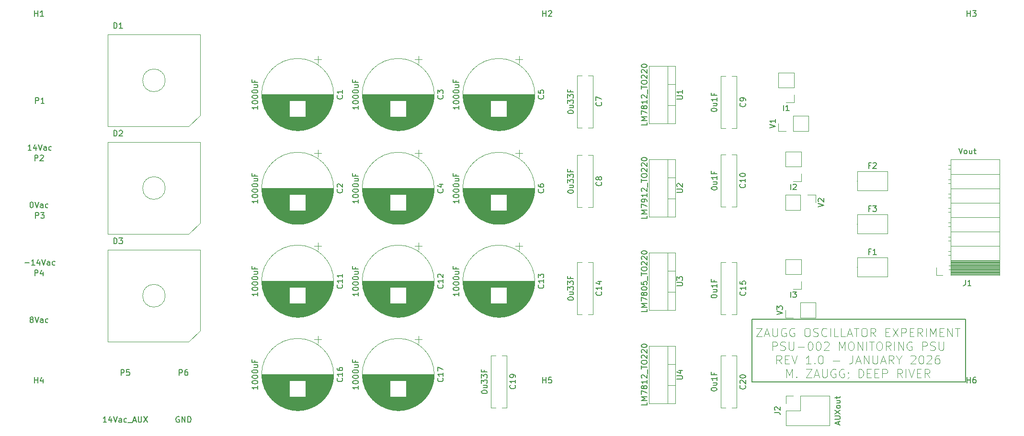
<source format=gbr>
%TF.GenerationSoftware,KiCad,Pcbnew,9.0.7*%
%TF.CreationDate,2026-01-25T12:08:44-05:00*%
%TF.ProjectId,MonitoringPSU,4d6f6e69-746f-4726-996e-675053552e6b,1.0*%
%TF.SameCoordinates,Original*%
%TF.FileFunction,Legend,Top*%
%TF.FilePolarity,Positive*%
%FSLAX46Y46*%
G04 Gerber Fmt 4.6, Leading zero omitted, Abs format (unit mm)*
G04 Created by KiCad (PCBNEW 9.0.7) date 2026-01-25 12:08:44*
%MOMM*%
%LPD*%
G01*
G04 APERTURE LIST*
%ADD10C,0.150000*%
%ADD11C,0.100000*%
%ADD12C,0.120000*%
G04 APERTURE END LIST*
D10*
X180265000Y-104346000D02*
X218040000Y-104346000D01*
X218040000Y-115410000D01*
X180265000Y-115410000D01*
X180265000Y-104346000D01*
D11*
X181025713Y-105896354D02*
X182025713Y-105896354D01*
X182025713Y-105896354D02*
X181025713Y-107396354D01*
X181025713Y-107396354D02*
X182025713Y-107396354D01*
X182525713Y-106967783D02*
X183239999Y-106967783D01*
X182382856Y-107396354D02*
X182882856Y-105896354D01*
X182882856Y-105896354D02*
X183382856Y-107396354D01*
X183882855Y-105896354D02*
X183882855Y-107110640D01*
X183882855Y-107110640D02*
X183954284Y-107253497D01*
X183954284Y-107253497D02*
X184025713Y-107324926D01*
X184025713Y-107324926D02*
X184168570Y-107396354D01*
X184168570Y-107396354D02*
X184454284Y-107396354D01*
X184454284Y-107396354D02*
X184597141Y-107324926D01*
X184597141Y-107324926D02*
X184668570Y-107253497D01*
X184668570Y-107253497D02*
X184739998Y-107110640D01*
X184739998Y-107110640D02*
X184739998Y-105896354D01*
X186239999Y-105967783D02*
X186097142Y-105896354D01*
X186097142Y-105896354D02*
X185882856Y-105896354D01*
X185882856Y-105896354D02*
X185668570Y-105967783D01*
X185668570Y-105967783D02*
X185525713Y-106110640D01*
X185525713Y-106110640D02*
X185454284Y-106253497D01*
X185454284Y-106253497D02*
X185382856Y-106539211D01*
X185382856Y-106539211D02*
X185382856Y-106753497D01*
X185382856Y-106753497D02*
X185454284Y-107039211D01*
X185454284Y-107039211D02*
X185525713Y-107182068D01*
X185525713Y-107182068D02*
X185668570Y-107324926D01*
X185668570Y-107324926D02*
X185882856Y-107396354D01*
X185882856Y-107396354D02*
X186025713Y-107396354D01*
X186025713Y-107396354D02*
X186239999Y-107324926D01*
X186239999Y-107324926D02*
X186311427Y-107253497D01*
X186311427Y-107253497D02*
X186311427Y-106753497D01*
X186311427Y-106753497D02*
X186025713Y-106753497D01*
X187739999Y-105967783D02*
X187597142Y-105896354D01*
X187597142Y-105896354D02*
X187382856Y-105896354D01*
X187382856Y-105896354D02*
X187168570Y-105967783D01*
X187168570Y-105967783D02*
X187025713Y-106110640D01*
X187025713Y-106110640D02*
X186954284Y-106253497D01*
X186954284Y-106253497D02*
X186882856Y-106539211D01*
X186882856Y-106539211D02*
X186882856Y-106753497D01*
X186882856Y-106753497D02*
X186954284Y-107039211D01*
X186954284Y-107039211D02*
X187025713Y-107182068D01*
X187025713Y-107182068D02*
X187168570Y-107324926D01*
X187168570Y-107324926D02*
X187382856Y-107396354D01*
X187382856Y-107396354D02*
X187525713Y-107396354D01*
X187525713Y-107396354D02*
X187739999Y-107324926D01*
X187739999Y-107324926D02*
X187811427Y-107253497D01*
X187811427Y-107253497D02*
X187811427Y-106753497D01*
X187811427Y-106753497D02*
X187525713Y-106753497D01*
X189882856Y-105896354D02*
X190168570Y-105896354D01*
X190168570Y-105896354D02*
X190311427Y-105967783D01*
X190311427Y-105967783D02*
X190454284Y-106110640D01*
X190454284Y-106110640D02*
X190525713Y-106396354D01*
X190525713Y-106396354D02*
X190525713Y-106896354D01*
X190525713Y-106896354D02*
X190454284Y-107182068D01*
X190454284Y-107182068D02*
X190311427Y-107324926D01*
X190311427Y-107324926D02*
X190168570Y-107396354D01*
X190168570Y-107396354D02*
X189882856Y-107396354D01*
X189882856Y-107396354D02*
X189739999Y-107324926D01*
X189739999Y-107324926D02*
X189597141Y-107182068D01*
X189597141Y-107182068D02*
X189525713Y-106896354D01*
X189525713Y-106896354D02*
X189525713Y-106396354D01*
X189525713Y-106396354D02*
X189597141Y-106110640D01*
X189597141Y-106110640D02*
X189739999Y-105967783D01*
X189739999Y-105967783D02*
X189882856Y-105896354D01*
X191097142Y-107324926D02*
X191311428Y-107396354D01*
X191311428Y-107396354D02*
X191668570Y-107396354D01*
X191668570Y-107396354D02*
X191811428Y-107324926D01*
X191811428Y-107324926D02*
X191882856Y-107253497D01*
X191882856Y-107253497D02*
X191954285Y-107110640D01*
X191954285Y-107110640D02*
X191954285Y-106967783D01*
X191954285Y-106967783D02*
X191882856Y-106824926D01*
X191882856Y-106824926D02*
X191811428Y-106753497D01*
X191811428Y-106753497D02*
X191668570Y-106682068D01*
X191668570Y-106682068D02*
X191382856Y-106610640D01*
X191382856Y-106610640D02*
X191239999Y-106539211D01*
X191239999Y-106539211D02*
X191168570Y-106467783D01*
X191168570Y-106467783D02*
X191097142Y-106324926D01*
X191097142Y-106324926D02*
X191097142Y-106182068D01*
X191097142Y-106182068D02*
X191168570Y-106039211D01*
X191168570Y-106039211D02*
X191239999Y-105967783D01*
X191239999Y-105967783D02*
X191382856Y-105896354D01*
X191382856Y-105896354D02*
X191739999Y-105896354D01*
X191739999Y-105896354D02*
X191954285Y-105967783D01*
X193454284Y-107253497D02*
X193382856Y-107324926D01*
X193382856Y-107324926D02*
X193168570Y-107396354D01*
X193168570Y-107396354D02*
X193025713Y-107396354D01*
X193025713Y-107396354D02*
X192811427Y-107324926D01*
X192811427Y-107324926D02*
X192668570Y-107182068D01*
X192668570Y-107182068D02*
X192597141Y-107039211D01*
X192597141Y-107039211D02*
X192525713Y-106753497D01*
X192525713Y-106753497D02*
X192525713Y-106539211D01*
X192525713Y-106539211D02*
X192597141Y-106253497D01*
X192597141Y-106253497D02*
X192668570Y-106110640D01*
X192668570Y-106110640D02*
X192811427Y-105967783D01*
X192811427Y-105967783D02*
X193025713Y-105896354D01*
X193025713Y-105896354D02*
X193168570Y-105896354D01*
X193168570Y-105896354D02*
X193382856Y-105967783D01*
X193382856Y-105967783D02*
X193454284Y-106039211D01*
X194097141Y-107396354D02*
X194097141Y-105896354D01*
X195525713Y-107396354D02*
X194811427Y-107396354D01*
X194811427Y-107396354D02*
X194811427Y-105896354D01*
X196739999Y-107396354D02*
X196025713Y-107396354D01*
X196025713Y-107396354D02*
X196025713Y-105896354D01*
X197168571Y-106967783D02*
X197882857Y-106967783D01*
X197025714Y-107396354D02*
X197525714Y-105896354D01*
X197525714Y-105896354D02*
X198025714Y-107396354D01*
X198311428Y-105896354D02*
X199168571Y-105896354D01*
X198739999Y-107396354D02*
X198739999Y-105896354D01*
X199954285Y-105896354D02*
X200239999Y-105896354D01*
X200239999Y-105896354D02*
X200382856Y-105967783D01*
X200382856Y-105967783D02*
X200525713Y-106110640D01*
X200525713Y-106110640D02*
X200597142Y-106396354D01*
X200597142Y-106396354D02*
X200597142Y-106896354D01*
X200597142Y-106896354D02*
X200525713Y-107182068D01*
X200525713Y-107182068D02*
X200382856Y-107324926D01*
X200382856Y-107324926D02*
X200239999Y-107396354D01*
X200239999Y-107396354D02*
X199954285Y-107396354D01*
X199954285Y-107396354D02*
X199811428Y-107324926D01*
X199811428Y-107324926D02*
X199668570Y-107182068D01*
X199668570Y-107182068D02*
X199597142Y-106896354D01*
X199597142Y-106896354D02*
X199597142Y-106396354D01*
X199597142Y-106396354D02*
X199668570Y-106110640D01*
X199668570Y-106110640D02*
X199811428Y-105967783D01*
X199811428Y-105967783D02*
X199954285Y-105896354D01*
X202097142Y-107396354D02*
X201597142Y-106682068D01*
X201239999Y-107396354D02*
X201239999Y-105896354D01*
X201239999Y-105896354D02*
X201811428Y-105896354D01*
X201811428Y-105896354D02*
X201954285Y-105967783D01*
X201954285Y-105967783D02*
X202025714Y-106039211D01*
X202025714Y-106039211D02*
X202097142Y-106182068D01*
X202097142Y-106182068D02*
X202097142Y-106396354D01*
X202097142Y-106396354D02*
X202025714Y-106539211D01*
X202025714Y-106539211D02*
X201954285Y-106610640D01*
X201954285Y-106610640D02*
X201811428Y-106682068D01*
X201811428Y-106682068D02*
X201239999Y-106682068D01*
X203882856Y-106610640D02*
X204382856Y-106610640D01*
X204597142Y-107396354D02*
X203882856Y-107396354D01*
X203882856Y-107396354D02*
X203882856Y-105896354D01*
X203882856Y-105896354D02*
X204597142Y-105896354D01*
X205097142Y-105896354D02*
X206097142Y-107396354D01*
X206097142Y-105896354D02*
X205097142Y-107396354D01*
X206668570Y-107396354D02*
X206668570Y-105896354D01*
X206668570Y-105896354D02*
X207239999Y-105896354D01*
X207239999Y-105896354D02*
X207382856Y-105967783D01*
X207382856Y-105967783D02*
X207454285Y-106039211D01*
X207454285Y-106039211D02*
X207525713Y-106182068D01*
X207525713Y-106182068D02*
X207525713Y-106396354D01*
X207525713Y-106396354D02*
X207454285Y-106539211D01*
X207454285Y-106539211D02*
X207382856Y-106610640D01*
X207382856Y-106610640D02*
X207239999Y-106682068D01*
X207239999Y-106682068D02*
X206668570Y-106682068D01*
X208168570Y-106610640D02*
X208668570Y-106610640D01*
X208882856Y-107396354D02*
X208168570Y-107396354D01*
X208168570Y-107396354D02*
X208168570Y-105896354D01*
X208168570Y-105896354D02*
X208882856Y-105896354D01*
X210382856Y-107396354D02*
X209882856Y-106682068D01*
X209525713Y-107396354D02*
X209525713Y-105896354D01*
X209525713Y-105896354D02*
X210097142Y-105896354D01*
X210097142Y-105896354D02*
X210239999Y-105967783D01*
X210239999Y-105967783D02*
X210311428Y-106039211D01*
X210311428Y-106039211D02*
X210382856Y-106182068D01*
X210382856Y-106182068D02*
X210382856Y-106396354D01*
X210382856Y-106396354D02*
X210311428Y-106539211D01*
X210311428Y-106539211D02*
X210239999Y-106610640D01*
X210239999Y-106610640D02*
X210097142Y-106682068D01*
X210097142Y-106682068D02*
X209525713Y-106682068D01*
X211025713Y-107396354D02*
X211025713Y-105896354D01*
X211739999Y-107396354D02*
X211739999Y-105896354D01*
X211739999Y-105896354D02*
X212239999Y-106967783D01*
X212239999Y-106967783D02*
X212739999Y-105896354D01*
X212739999Y-105896354D02*
X212739999Y-107396354D01*
X213454285Y-106610640D02*
X213954285Y-106610640D01*
X214168571Y-107396354D02*
X213454285Y-107396354D01*
X213454285Y-107396354D02*
X213454285Y-105896354D01*
X213454285Y-105896354D02*
X214168571Y-105896354D01*
X214811428Y-107396354D02*
X214811428Y-105896354D01*
X214811428Y-105896354D02*
X215668571Y-107396354D01*
X215668571Y-107396354D02*
X215668571Y-105896354D01*
X216168572Y-105896354D02*
X217025715Y-105896354D01*
X216597143Y-107396354D02*
X216597143Y-105896354D01*
X183847142Y-109811270D02*
X183847142Y-108311270D01*
X183847142Y-108311270D02*
X184418571Y-108311270D01*
X184418571Y-108311270D02*
X184561428Y-108382699D01*
X184561428Y-108382699D02*
X184632857Y-108454127D01*
X184632857Y-108454127D02*
X184704285Y-108596984D01*
X184704285Y-108596984D02*
X184704285Y-108811270D01*
X184704285Y-108811270D02*
X184632857Y-108954127D01*
X184632857Y-108954127D02*
X184561428Y-109025556D01*
X184561428Y-109025556D02*
X184418571Y-109096984D01*
X184418571Y-109096984D02*
X183847142Y-109096984D01*
X185275714Y-109739842D02*
X185490000Y-109811270D01*
X185490000Y-109811270D02*
X185847142Y-109811270D01*
X185847142Y-109811270D02*
X185990000Y-109739842D01*
X185990000Y-109739842D02*
X186061428Y-109668413D01*
X186061428Y-109668413D02*
X186132857Y-109525556D01*
X186132857Y-109525556D02*
X186132857Y-109382699D01*
X186132857Y-109382699D02*
X186061428Y-109239842D01*
X186061428Y-109239842D02*
X185990000Y-109168413D01*
X185990000Y-109168413D02*
X185847142Y-109096984D01*
X185847142Y-109096984D02*
X185561428Y-109025556D01*
X185561428Y-109025556D02*
X185418571Y-108954127D01*
X185418571Y-108954127D02*
X185347142Y-108882699D01*
X185347142Y-108882699D02*
X185275714Y-108739842D01*
X185275714Y-108739842D02*
X185275714Y-108596984D01*
X185275714Y-108596984D02*
X185347142Y-108454127D01*
X185347142Y-108454127D02*
X185418571Y-108382699D01*
X185418571Y-108382699D02*
X185561428Y-108311270D01*
X185561428Y-108311270D02*
X185918571Y-108311270D01*
X185918571Y-108311270D02*
X186132857Y-108382699D01*
X186775713Y-108311270D02*
X186775713Y-109525556D01*
X186775713Y-109525556D02*
X186847142Y-109668413D01*
X186847142Y-109668413D02*
X186918571Y-109739842D01*
X186918571Y-109739842D02*
X187061428Y-109811270D01*
X187061428Y-109811270D02*
X187347142Y-109811270D01*
X187347142Y-109811270D02*
X187489999Y-109739842D01*
X187489999Y-109739842D02*
X187561428Y-109668413D01*
X187561428Y-109668413D02*
X187632856Y-109525556D01*
X187632856Y-109525556D02*
X187632856Y-108311270D01*
X188347142Y-109239842D02*
X189490000Y-109239842D01*
X190490000Y-108311270D02*
X190632857Y-108311270D01*
X190632857Y-108311270D02*
X190775714Y-108382699D01*
X190775714Y-108382699D02*
X190847143Y-108454127D01*
X190847143Y-108454127D02*
X190918571Y-108596984D01*
X190918571Y-108596984D02*
X190990000Y-108882699D01*
X190990000Y-108882699D02*
X190990000Y-109239842D01*
X190990000Y-109239842D02*
X190918571Y-109525556D01*
X190918571Y-109525556D02*
X190847143Y-109668413D01*
X190847143Y-109668413D02*
X190775714Y-109739842D01*
X190775714Y-109739842D02*
X190632857Y-109811270D01*
X190632857Y-109811270D02*
X190490000Y-109811270D01*
X190490000Y-109811270D02*
X190347143Y-109739842D01*
X190347143Y-109739842D02*
X190275714Y-109668413D01*
X190275714Y-109668413D02*
X190204285Y-109525556D01*
X190204285Y-109525556D02*
X190132857Y-109239842D01*
X190132857Y-109239842D02*
X190132857Y-108882699D01*
X190132857Y-108882699D02*
X190204285Y-108596984D01*
X190204285Y-108596984D02*
X190275714Y-108454127D01*
X190275714Y-108454127D02*
X190347143Y-108382699D01*
X190347143Y-108382699D02*
X190490000Y-108311270D01*
X191918571Y-108311270D02*
X192061428Y-108311270D01*
X192061428Y-108311270D02*
X192204285Y-108382699D01*
X192204285Y-108382699D02*
X192275714Y-108454127D01*
X192275714Y-108454127D02*
X192347142Y-108596984D01*
X192347142Y-108596984D02*
X192418571Y-108882699D01*
X192418571Y-108882699D02*
X192418571Y-109239842D01*
X192418571Y-109239842D02*
X192347142Y-109525556D01*
X192347142Y-109525556D02*
X192275714Y-109668413D01*
X192275714Y-109668413D02*
X192204285Y-109739842D01*
X192204285Y-109739842D02*
X192061428Y-109811270D01*
X192061428Y-109811270D02*
X191918571Y-109811270D01*
X191918571Y-109811270D02*
X191775714Y-109739842D01*
X191775714Y-109739842D02*
X191704285Y-109668413D01*
X191704285Y-109668413D02*
X191632856Y-109525556D01*
X191632856Y-109525556D02*
X191561428Y-109239842D01*
X191561428Y-109239842D02*
X191561428Y-108882699D01*
X191561428Y-108882699D02*
X191632856Y-108596984D01*
X191632856Y-108596984D02*
X191704285Y-108454127D01*
X191704285Y-108454127D02*
X191775714Y-108382699D01*
X191775714Y-108382699D02*
X191918571Y-108311270D01*
X192989999Y-108454127D02*
X193061427Y-108382699D01*
X193061427Y-108382699D02*
X193204285Y-108311270D01*
X193204285Y-108311270D02*
X193561427Y-108311270D01*
X193561427Y-108311270D02*
X193704285Y-108382699D01*
X193704285Y-108382699D02*
X193775713Y-108454127D01*
X193775713Y-108454127D02*
X193847142Y-108596984D01*
X193847142Y-108596984D02*
X193847142Y-108739842D01*
X193847142Y-108739842D02*
X193775713Y-108954127D01*
X193775713Y-108954127D02*
X192918570Y-109811270D01*
X192918570Y-109811270D02*
X193847142Y-109811270D01*
X195632855Y-109811270D02*
X195632855Y-108311270D01*
X195632855Y-108311270D02*
X196132855Y-109382699D01*
X196132855Y-109382699D02*
X196632855Y-108311270D01*
X196632855Y-108311270D02*
X196632855Y-109811270D01*
X197632856Y-108311270D02*
X197918570Y-108311270D01*
X197918570Y-108311270D02*
X198061427Y-108382699D01*
X198061427Y-108382699D02*
X198204284Y-108525556D01*
X198204284Y-108525556D02*
X198275713Y-108811270D01*
X198275713Y-108811270D02*
X198275713Y-109311270D01*
X198275713Y-109311270D02*
X198204284Y-109596984D01*
X198204284Y-109596984D02*
X198061427Y-109739842D01*
X198061427Y-109739842D02*
X197918570Y-109811270D01*
X197918570Y-109811270D02*
X197632856Y-109811270D01*
X197632856Y-109811270D02*
X197489999Y-109739842D01*
X197489999Y-109739842D02*
X197347141Y-109596984D01*
X197347141Y-109596984D02*
X197275713Y-109311270D01*
X197275713Y-109311270D02*
X197275713Y-108811270D01*
X197275713Y-108811270D02*
X197347141Y-108525556D01*
X197347141Y-108525556D02*
X197489999Y-108382699D01*
X197489999Y-108382699D02*
X197632856Y-108311270D01*
X198918570Y-109811270D02*
X198918570Y-108311270D01*
X198918570Y-108311270D02*
X199775713Y-109811270D01*
X199775713Y-109811270D02*
X199775713Y-108311270D01*
X200489999Y-109811270D02*
X200489999Y-108311270D01*
X200990000Y-108311270D02*
X201847143Y-108311270D01*
X201418571Y-109811270D02*
X201418571Y-108311270D01*
X202632857Y-108311270D02*
X202918571Y-108311270D01*
X202918571Y-108311270D02*
X203061428Y-108382699D01*
X203061428Y-108382699D02*
X203204285Y-108525556D01*
X203204285Y-108525556D02*
X203275714Y-108811270D01*
X203275714Y-108811270D02*
X203275714Y-109311270D01*
X203275714Y-109311270D02*
X203204285Y-109596984D01*
X203204285Y-109596984D02*
X203061428Y-109739842D01*
X203061428Y-109739842D02*
X202918571Y-109811270D01*
X202918571Y-109811270D02*
X202632857Y-109811270D01*
X202632857Y-109811270D02*
X202490000Y-109739842D01*
X202490000Y-109739842D02*
X202347142Y-109596984D01*
X202347142Y-109596984D02*
X202275714Y-109311270D01*
X202275714Y-109311270D02*
X202275714Y-108811270D01*
X202275714Y-108811270D02*
X202347142Y-108525556D01*
X202347142Y-108525556D02*
X202490000Y-108382699D01*
X202490000Y-108382699D02*
X202632857Y-108311270D01*
X204775714Y-109811270D02*
X204275714Y-109096984D01*
X203918571Y-109811270D02*
X203918571Y-108311270D01*
X203918571Y-108311270D02*
X204490000Y-108311270D01*
X204490000Y-108311270D02*
X204632857Y-108382699D01*
X204632857Y-108382699D02*
X204704286Y-108454127D01*
X204704286Y-108454127D02*
X204775714Y-108596984D01*
X204775714Y-108596984D02*
X204775714Y-108811270D01*
X204775714Y-108811270D02*
X204704286Y-108954127D01*
X204704286Y-108954127D02*
X204632857Y-109025556D01*
X204632857Y-109025556D02*
X204490000Y-109096984D01*
X204490000Y-109096984D02*
X203918571Y-109096984D01*
X205418571Y-109811270D02*
X205418571Y-108311270D01*
X206132857Y-109811270D02*
X206132857Y-108311270D01*
X206132857Y-108311270D02*
X206990000Y-109811270D01*
X206990000Y-109811270D02*
X206990000Y-108311270D01*
X208490001Y-108382699D02*
X208347144Y-108311270D01*
X208347144Y-108311270D02*
X208132858Y-108311270D01*
X208132858Y-108311270D02*
X207918572Y-108382699D01*
X207918572Y-108382699D02*
X207775715Y-108525556D01*
X207775715Y-108525556D02*
X207704286Y-108668413D01*
X207704286Y-108668413D02*
X207632858Y-108954127D01*
X207632858Y-108954127D02*
X207632858Y-109168413D01*
X207632858Y-109168413D02*
X207704286Y-109454127D01*
X207704286Y-109454127D02*
X207775715Y-109596984D01*
X207775715Y-109596984D02*
X207918572Y-109739842D01*
X207918572Y-109739842D02*
X208132858Y-109811270D01*
X208132858Y-109811270D02*
X208275715Y-109811270D01*
X208275715Y-109811270D02*
X208490001Y-109739842D01*
X208490001Y-109739842D02*
X208561429Y-109668413D01*
X208561429Y-109668413D02*
X208561429Y-109168413D01*
X208561429Y-109168413D02*
X208275715Y-109168413D01*
X210347143Y-109811270D02*
X210347143Y-108311270D01*
X210347143Y-108311270D02*
X210918572Y-108311270D01*
X210918572Y-108311270D02*
X211061429Y-108382699D01*
X211061429Y-108382699D02*
X211132858Y-108454127D01*
X211132858Y-108454127D02*
X211204286Y-108596984D01*
X211204286Y-108596984D02*
X211204286Y-108811270D01*
X211204286Y-108811270D02*
X211132858Y-108954127D01*
X211132858Y-108954127D02*
X211061429Y-109025556D01*
X211061429Y-109025556D02*
X210918572Y-109096984D01*
X210918572Y-109096984D02*
X210347143Y-109096984D01*
X211775715Y-109739842D02*
X211990001Y-109811270D01*
X211990001Y-109811270D02*
X212347143Y-109811270D01*
X212347143Y-109811270D02*
X212490001Y-109739842D01*
X212490001Y-109739842D02*
X212561429Y-109668413D01*
X212561429Y-109668413D02*
X212632858Y-109525556D01*
X212632858Y-109525556D02*
X212632858Y-109382699D01*
X212632858Y-109382699D02*
X212561429Y-109239842D01*
X212561429Y-109239842D02*
X212490001Y-109168413D01*
X212490001Y-109168413D02*
X212347143Y-109096984D01*
X212347143Y-109096984D02*
X212061429Y-109025556D01*
X212061429Y-109025556D02*
X211918572Y-108954127D01*
X211918572Y-108954127D02*
X211847143Y-108882699D01*
X211847143Y-108882699D02*
X211775715Y-108739842D01*
X211775715Y-108739842D02*
X211775715Y-108596984D01*
X211775715Y-108596984D02*
X211847143Y-108454127D01*
X211847143Y-108454127D02*
X211918572Y-108382699D01*
X211918572Y-108382699D02*
X212061429Y-108311270D01*
X212061429Y-108311270D02*
X212418572Y-108311270D01*
X212418572Y-108311270D02*
X212632858Y-108382699D01*
X213275714Y-108311270D02*
X213275714Y-109525556D01*
X213275714Y-109525556D02*
X213347143Y-109668413D01*
X213347143Y-109668413D02*
X213418572Y-109739842D01*
X213418572Y-109739842D02*
X213561429Y-109811270D01*
X213561429Y-109811270D02*
X213847143Y-109811270D01*
X213847143Y-109811270D02*
X213990000Y-109739842D01*
X213990000Y-109739842D02*
X214061429Y-109668413D01*
X214061429Y-109668413D02*
X214132857Y-109525556D01*
X214132857Y-109525556D02*
X214132857Y-108311270D01*
X185454287Y-112226186D02*
X184954287Y-111511900D01*
X184597144Y-112226186D02*
X184597144Y-110726186D01*
X184597144Y-110726186D02*
X185168573Y-110726186D01*
X185168573Y-110726186D02*
X185311430Y-110797615D01*
X185311430Y-110797615D02*
X185382859Y-110869043D01*
X185382859Y-110869043D02*
X185454287Y-111011900D01*
X185454287Y-111011900D02*
X185454287Y-111226186D01*
X185454287Y-111226186D02*
X185382859Y-111369043D01*
X185382859Y-111369043D02*
X185311430Y-111440472D01*
X185311430Y-111440472D02*
X185168573Y-111511900D01*
X185168573Y-111511900D02*
X184597144Y-111511900D01*
X186097144Y-111440472D02*
X186597144Y-111440472D01*
X186811430Y-112226186D02*
X186097144Y-112226186D01*
X186097144Y-112226186D02*
X186097144Y-110726186D01*
X186097144Y-110726186D02*
X186811430Y-110726186D01*
X187240002Y-110726186D02*
X187740002Y-112226186D01*
X187740002Y-112226186D02*
X188240002Y-110726186D01*
X190668573Y-112226186D02*
X189811430Y-112226186D01*
X190240001Y-112226186D02*
X190240001Y-110726186D01*
X190240001Y-110726186D02*
X190097144Y-110940472D01*
X190097144Y-110940472D02*
X189954287Y-111083329D01*
X189954287Y-111083329D02*
X189811430Y-111154758D01*
X191311429Y-112083329D02*
X191382858Y-112154758D01*
X191382858Y-112154758D02*
X191311429Y-112226186D01*
X191311429Y-112226186D02*
X191240001Y-112154758D01*
X191240001Y-112154758D02*
X191311429Y-112083329D01*
X191311429Y-112083329D02*
X191311429Y-112226186D01*
X192311430Y-110726186D02*
X192454287Y-110726186D01*
X192454287Y-110726186D02*
X192597144Y-110797615D01*
X192597144Y-110797615D02*
X192668573Y-110869043D01*
X192668573Y-110869043D02*
X192740001Y-111011900D01*
X192740001Y-111011900D02*
X192811430Y-111297615D01*
X192811430Y-111297615D02*
X192811430Y-111654758D01*
X192811430Y-111654758D02*
X192740001Y-111940472D01*
X192740001Y-111940472D02*
X192668573Y-112083329D01*
X192668573Y-112083329D02*
X192597144Y-112154758D01*
X192597144Y-112154758D02*
X192454287Y-112226186D01*
X192454287Y-112226186D02*
X192311430Y-112226186D01*
X192311430Y-112226186D02*
X192168573Y-112154758D01*
X192168573Y-112154758D02*
X192097144Y-112083329D01*
X192097144Y-112083329D02*
X192025715Y-111940472D01*
X192025715Y-111940472D02*
X191954287Y-111654758D01*
X191954287Y-111654758D02*
X191954287Y-111297615D01*
X191954287Y-111297615D02*
X192025715Y-111011900D01*
X192025715Y-111011900D02*
X192097144Y-110869043D01*
X192097144Y-110869043D02*
X192168573Y-110797615D01*
X192168573Y-110797615D02*
X192311430Y-110726186D01*
X194597143Y-111654758D02*
X195740001Y-111654758D01*
X198025715Y-110726186D02*
X198025715Y-111797615D01*
X198025715Y-111797615D02*
X197954286Y-112011900D01*
X197954286Y-112011900D02*
X197811429Y-112154758D01*
X197811429Y-112154758D02*
X197597143Y-112226186D01*
X197597143Y-112226186D02*
X197454286Y-112226186D01*
X198668572Y-111797615D02*
X199382858Y-111797615D01*
X198525715Y-112226186D02*
X199025715Y-110726186D01*
X199025715Y-110726186D02*
X199525715Y-112226186D01*
X200025714Y-112226186D02*
X200025714Y-110726186D01*
X200025714Y-110726186D02*
X200882857Y-112226186D01*
X200882857Y-112226186D02*
X200882857Y-110726186D01*
X201597143Y-110726186D02*
X201597143Y-111940472D01*
X201597143Y-111940472D02*
X201668572Y-112083329D01*
X201668572Y-112083329D02*
X201740001Y-112154758D01*
X201740001Y-112154758D02*
X201882858Y-112226186D01*
X201882858Y-112226186D02*
X202168572Y-112226186D01*
X202168572Y-112226186D02*
X202311429Y-112154758D01*
X202311429Y-112154758D02*
X202382858Y-112083329D01*
X202382858Y-112083329D02*
X202454286Y-111940472D01*
X202454286Y-111940472D02*
X202454286Y-110726186D01*
X203097144Y-111797615D02*
X203811430Y-111797615D01*
X202954287Y-112226186D02*
X203454287Y-110726186D01*
X203454287Y-110726186D02*
X203954287Y-112226186D01*
X205311429Y-112226186D02*
X204811429Y-111511900D01*
X204454286Y-112226186D02*
X204454286Y-110726186D01*
X204454286Y-110726186D02*
X205025715Y-110726186D01*
X205025715Y-110726186D02*
X205168572Y-110797615D01*
X205168572Y-110797615D02*
X205240001Y-110869043D01*
X205240001Y-110869043D02*
X205311429Y-111011900D01*
X205311429Y-111011900D02*
X205311429Y-111226186D01*
X205311429Y-111226186D02*
X205240001Y-111369043D01*
X205240001Y-111369043D02*
X205168572Y-111440472D01*
X205168572Y-111440472D02*
X205025715Y-111511900D01*
X205025715Y-111511900D02*
X204454286Y-111511900D01*
X206240001Y-111511900D02*
X206240001Y-112226186D01*
X205740001Y-110726186D02*
X206240001Y-111511900D01*
X206240001Y-111511900D02*
X206740001Y-110726186D01*
X208311429Y-110869043D02*
X208382857Y-110797615D01*
X208382857Y-110797615D02*
X208525715Y-110726186D01*
X208525715Y-110726186D02*
X208882857Y-110726186D01*
X208882857Y-110726186D02*
X209025715Y-110797615D01*
X209025715Y-110797615D02*
X209097143Y-110869043D01*
X209097143Y-110869043D02*
X209168572Y-111011900D01*
X209168572Y-111011900D02*
X209168572Y-111154758D01*
X209168572Y-111154758D02*
X209097143Y-111369043D01*
X209097143Y-111369043D02*
X208240000Y-112226186D01*
X208240000Y-112226186D02*
X209168572Y-112226186D01*
X210097143Y-110726186D02*
X210240000Y-110726186D01*
X210240000Y-110726186D02*
X210382857Y-110797615D01*
X210382857Y-110797615D02*
X210454286Y-110869043D01*
X210454286Y-110869043D02*
X210525714Y-111011900D01*
X210525714Y-111011900D02*
X210597143Y-111297615D01*
X210597143Y-111297615D02*
X210597143Y-111654758D01*
X210597143Y-111654758D02*
X210525714Y-111940472D01*
X210525714Y-111940472D02*
X210454286Y-112083329D01*
X210454286Y-112083329D02*
X210382857Y-112154758D01*
X210382857Y-112154758D02*
X210240000Y-112226186D01*
X210240000Y-112226186D02*
X210097143Y-112226186D01*
X210097143Y-112226186D02*
X209954286Y-112154758D01*
X209954286Y-112154758D02*
X209882857Y-112083329D01*
X209882857Y-112083329D02*
X209811428Y-111940472D01*
X209811428Y-111940472D02*
X209740000Y-111654758D01*
X209740000Y-111654758D02*
X209740000Y-111297615D01*
X209740000Y-111297615D02*
X209811428Y-111011900D01*
X209811428Y-111011900D02*
X209882857Y-110869043D01*
X209882857Y-110869043D02*
X209954286Y-110797615D01*
X209954286Y-110797615D02*
X210097143Y-110726186D01*
X211168571Y-110869043D02*
X211239999Y-110797615D01*
X211239999Y-110797615D02*
X211382857Y-110726186D01*
X211382857Y-110726186D02*
X211739999Y-110726186D01*
X211739999Y-110726186D02*
X211882857Y-110797615D01*
X211882857Y-110797615D02*
X211954285Y-110869043D01*
X211954285Y-110869043D02*
X212025714Y-111011900D01*
X212025714Y-111011900D02*
X212025714Y-111154758D01*
X212025714Y-111154758D02*
X211954285Y-111369043D01*
X211954285Y-111369043D02*
X211097142Y-112226186D01*
X211097142Y-112226186D02*
X212025714Y-112226186D01*
X213311428Y-110726186D02*
X213025713Y-110726186D01*
X213025713Y-110726186D02*
X212882856Y-110797615D01*
X212882856Y-110797615D02*
X212811428Y-110869043D01*
X212811428Y-110869043D02*
X212668570Y-111083329D01*
X212668570Y-111083329D02*
X212597142Y-111369043D01*
X212597142Y-111369043D02*
X212597142Y-111940472D01*
X212597142Y-111940472D02*
X212668570Y-112083329D01*
X212668570Y-112083329D02*
X212739999Y-112154758D01*
X212739999Y-112154758D02*
X212882856Y-112226186D01*
X212882856Y-112226186D02*
X213168570Y-112226186D01*
X213168570Y-112226186D02*
X213311428Y-112154758D01*
X213311428Y-112154758D02*
X213382856Y-112083329D01*
X213382856Y-112083329D02*
X213454285Y-111940472D01*
X213454285Y-111940472D02*
X213454285Y-111583329D01*
X213454285Y-111583329D02*
X213382856Y-111440472D01*
X213382856Y-111440472D02*
X213311428Y-111369043D01*
X213311428Y-111369043D02*
X213168570Y-111297615D01*
X213168570Y-111297615D02*
X212882856Y-111297615D01*
X212882856Y-111297615D02*
X212739999Y-111369043D01*
X212739999Y-111369043D02*
X212668570Y-111440472D01*
X212668570Y-111440472D02*
X212597142Y-111583329D01*
X186382856Y-114641102D02*
X186382856Y-113141102D01*
X186382856Y-113141102D02*
X186882856Y-114212531D01*
X186882856Y-114212531D02*
X187382856Y-113141102D01*
X187382856Y-113141102D02*
X187382856Y-114641102D01*
X188097142Y-114498245D02*
X188168571Y-114569674D01*
X188168571Y-114569674D02*
X188097142Y-114641102D01*
X188097142Y-114641102D02*
X188025714Y-114569674D01*
X188025714Y-114569674D02*
X188097142Y-114498245D01*
X188097142Y-114498245D02*
X188097142Y-114641102D01*
X189811428Y-113141102D02*
X190811428Y-113141102D01*
X190811428Y-113141102D02*
X189811428Y-114641102D01*
X189811428Y-114641102D02*
X190811428Y-114641102D01*
X191311428Y-114212531D02*
X192025714Y-114212531D01*
X191168571Y-114641102D02*
X191668571Y-113141102D01*
X191668571Y-113141102D02*
X192168571Y-114641102D01*
X192668570Y-113141102D02*
X192668570Y-114355388D01*
X192668570Y-114355388D02*
X192739999Y-114498245D01*
X192739999Y-114498245D02*
X192811428Y-114569674D01*
X192811428Y-114569674D02*
X192954285Y-114641102D01*
X192954285Y-114641102D02*
X193239999Y-114641102D01*
X193239999Y-114641102D02*
X193382856Y-114569674D01*
X193382856Y-114569674D02*
X193454285Y-114498245D01*
X193454285Y-114498245D02*
X193525713Y-114355388D01*
X193525713Y-114355388D02*
X193525713Y-113141102D01*
X195025714Y-113212531D02*
X194882857Y-113141102D01*
X194882857Y-113141102D02*
X194668571Y-113141102D01*
X194668571Y-113141102D02*
X194454285Y-113212531D01*
X194454285Y-113212531D02*
X194311428Y-113355388D01*
X194311428Y-113355388D02*
X194239999Y-113498245D01*
X194239999Y-113498245D02*
X194168571Y-113783959D01*
X194168571Y-113783959D02*
X194168571Y-113998245D01*
X194168571Y-113998245D02*
X194239999Y-114283959D01*
X194239999Y-114283959D02*
X194311428Y-114426816D01*
X194311428Y-114426816D02*
X194454285Y-114569674D01*
X194454285Y-114569674D02*
X194668571Y-114641102D01*
X194668571Y-114641102D02*
X194811428Y-114641102D01*
X194811428Y-114641102D02*
X195025714Y-114569674D01*
X195025714Y-114569674D02*
X195097142Y-114498245D01*
X195097142Y-114498245D02*
X195097142Y-113998245D01*
X195097142Y-113998245D02*
X194811428Y-113998245D01*
X196525714Y-113212531D02*
X196382857Y-113141102D01*
X196382857Y-113141102D02*
X196168571Y-113141102D01*
X196168571Y-113141102D02*
X195954285Y-113212531D01*
X195954285Y-113212531D02*
X195811428Y-113355388D01*
X195811428Y-113355388D02*
X195739999Y-113498245D01*
X195739999Y-113498245D02*
X195668571Y-113783959D01*
X195668571Y-113783959D02*
X195668571Y-113998245D01*
X195668571Y-113998245D02*
X195739999Y-114283959D01*
X195739999Y-114283959D02*
X195811428Y-114426816D01*
X195811428Y-114426816D02*
X195954285Y-114569674D01*
X195954285Y-114569674D02*
X196168571Y-114641102D01*
X196168571Y-114641102D02*
X196311428Y-114641102D01*
X196311428Y-114641102D02*
X196525714Y-114569674D01*
X196525714Y-114569674D02*
X196597142Y-114498245D01*
X196597142Y-114498245D02*
X196597142Y-113998245D01*
X196597142Y-113998245D02*
X196311428Y-113998245D01*
X197311428Y-114569674D02*
X197311428Y-114641102D01*
X197311428Y-114641102D02*
X197239999Y-114783959D01*
X197239999Y-114783959D02*
X197168571Y-114855388D01*
X197239999Y-113712531D02*
X197311428Y-113783959D01*
X197311428Y-113783959D02*
X197239999Y-113855388D01*
X197239999Y-113855388D02*
X197168571Y-113783959D01*
X197168571Y-113783959D02*
X197239999Y-113712531D01*
X197239999Y-113712531D02*
X197239999Y-113855388D01*
X199097142Y-114641102D02*
X199097142Y-113141102D01*
X199097142Y-113141102D02*
X199454285Y-113141102D01*
X199454285Y-113141102D02*
X199668571Y-113212531D01*
X199668571Y-113212531D02*
X199811428Y-113355388D01*
X199811428Y-113355388D02*
X199882857Y-113498245D01*
X199882857Y-113498245D02*
X199954285Y-113783959D01*
X199954285Y-113783959D02*
X199954285Y-113998245D01*
X199954285Y-113998245D02*
X199882857Y-114283959D01*
X199882857Y-114283959D02*
X199811428Y-114426816D01*
X199811428Y-114426816D02*
X199668571Y-114569674D01*
X199668571Y-114569674D02*
X199454285Y-114641102D01*
X199454285Y-114641102D02*
X199097142Y-114641102D01*
X200597142Y-113855388D02*
X201097142Y-113855388D01*
X201311428Y-114641102D02*
X200597142Y-114641102D01*
X200597142Y-114641102D02*
X200597142Y-113141102D01*
X200597142Y-113141102D02*
X201311428Y-113141102D01*
X201954285Y-113855388D02*
X202454285Y-113855388D01*
X202668571Y-114641102D02*
X201954285Y-114641102D01*
X201954285Y-114641102D02*
X201954285Y-113141102D01*
X201954285Y-113141102D02*
X202668571Y-113141102D01*
X203311428Y-114641102D02*
X203311428Y-113141102D01*
X203311428Y-113141102D02*
X203882857Y-113141102D01*
X203882857Y-113141102D02*
X204025714Y-113212531D01*
X204025714Y-113212531D02*
X204097143Y-113283959D01*
X204097143Y-113283959D02*
X204168571Y-113426816D01*
X204168571Y-113426816D02*
X204168571Y-113641102D01*
X204168571Y-113641102D02*
X204097143Y-113783959D01*
X204097143Y-113783959D02*
X204025714Y-113855388D01*
X204025714Y-113855388D02*
X203882857Y-113926816D01*
X203882857Y-113926816D02*
X203311428Y-113926816D01*
X206811428Y-114641102D02*
X206311428Y-113926816D01*
X205954285Y-114641102D02*
X205954285Y-113141102D01*
X205954285Y-113141102D02*
X206525714Y-113141102D01*
X206525714Y-113141102D02*
X206668571Y-113212531D01*
X206668571Y-113212531D02*
X206740000Y-113283959D01*
X206740000Y-113283959D02*
X206811428Y-113426816D01*
X206811428Y-113426816D02*
X206811428Y-113641102D01*
X206811428Y-113641102D02*
X206740000Y-113783959D01*
X206740000Y-113783959D02*
X206668571Y-113855388D01*
X206668571Y-113855388D02*
X206525714Y-113926816D01*
X206525714Y-113926816D02*
X205954285Y-113926816D01*
X207454285Y-114641102D02*
X207454285Y-113141102D01*
X207954286Y-113141102D02*
X208454286Y-114641102D01*
X208454286Y-114641102D02*
X208954286Y-113141102D01*
X209454285Y-113855388D02*
X209954285Y-113855388D01*
X210168571Y-114641102D02*
X209454285Y-114641102D01*
X209454285Y-114641102D02*
X209454285Y-113141102D01*
X209454285Y-113141102D02*
X210168571Y-113141102D01*
X211668571Y-114641102D02*
X211168571Y-113926816D01*
X210811428Y-114641102D02*
X210811428Y-113141102D01*
X210811428Y-113141102D02*
X211382857Y-113141102D01*
X211382857Y-113141102D02*
X211525714Y-113212531D01*
X211525714Y-113212531D02*
X211597143Y-113283959D01*
X211597143Y-113283959D02*
X211668571Y-113426816D01*
X211668571Y-113426816D02*
X211668571Y-113641102D01*
X211668571Y-113641102D02*
X211597143Y-113783959D01*
X211597143Y-113783959D02*
X211525714Y-113855388D01*
X211525714Y-113855388D02*
X211382857Y-113926816D01*
X211382857Y-113926816D02*
X210811428Y-113926816D01*
D10*
X153589580Y-99482856D02*
X153637200Y-99530475D01*
X153637200Y-99530475D02*
X153684819Y-99673332D01*
X153684819Y-99673332D02*
X153684819Y-99768570D01*
X153684819Y-99768570D02*
X153637200Y-99911427D01*
X153637200Y-99911427D02*
X153541961Y-100006665D01*
X153541961Y-100006665D02*
X153446723Y-100054284D01*
X153446723Y-100054284D02*
X153256247Y-100101903D01*
X153256247Y-100101903D02*
X153113390Y-100101903D01*
X153113390Y-100101903D02*
X152922914Y-100054284D01*
X152922914Y-100054284D02*
X152827676Y-100006665D01*
X152827676Y-100006665D02*
X152732438Y-99911427D01*
X152732438Y-99911427D02*
X152684819Y-99768570D01*
X152684819Y-99768570D02*
X152684819Y-99673332D01*
X152684819Y-99673332D02*
X152732438Y-99530475D01*
X152732438Y-99530475D02*
X152780057Y-99482856D01*
X153684819Y-98530475D02*
X153684819Y-99101903D01*
X153684819Y-98816189D02*
X152684819Y-98816189D01*
X152684819Y-98816189D02*
X152827676Y-98911427D01*
X152827676Y-98911427D02*
X152922914Y-99006665D01*
X152922914Y-99006665D02*
X152970533Y-99101903D01*
X153018152Y-97673332D02*
X153684819Y-97673332D01*
X152637200Y-97911427D02*
X153351485Y-98149522D01*
X153351485Y-98149522D02*
X153351485Y-97530475D01*
X147684819Y-100720951D02*
X147684819Y-100625713D01*
X147684819Y-100625713D02*
X147732438Y-100530475D01*
X147732438Y-100530475D02*
X147780057Y-100482856D01*
X147780057Y-100482856D02*
X147875295Y-100435237D01*
X147875295Y-100435237D02*
X148065771Y-100387618D01*
X148065771Y-100387618D02*
X148303866Y-100387618D01*
X148303866Y-100387618D02*
X148494342Y-100435237D01*
X148494342Y-100435237D02*
X148589580Y-100482856D01*
X148589580Y-100482856D02*
X148637200Y-100530475D01*
X148637200Y-100530475D02*
X148684819Y-100625713D01*
X148684819Y-100625713D02*
X148684819Y-100720951D01*
X148684819Y-100720951D02*
X148637200Y-100816189D01*
X148637200Y-100816189D02*
X148589580Y-100863808D01*
X148589580Y-100863808D02*
X148494342Y-100911427D01*
X148494342Y-100911427D02*
X148303866Y-100959046D01*
X148303866Y-100959046D02*
X148065771Y-100959046D01*
X148065771Y-100959046D02*
X147875295Y-100911427D01*
X147875295Y-100911427D02*
X147780057Y-100863808D01*
X147780057Y-100863808D02*
X147732438Y-100816189D01*
X147732438Y-100816189D02*
X147684819Y-100720951D01*
X148018152Y-99530475D02*
X148684819Y-99530475D01*
X148018152Y-99959046D02*
X148541961Y-99959046D01*
X148541961Y-99959046D02*
X148637200Y-99911427D01*
X148637200Y-99911427D02*
X148684819Y-99816189D01*
X148684819Y-99816189D02*
X148684819Y-99673332D01*
X148684819Y-99673332D02*
X148637200Y-99578094D01*
X148637200Y-99578094D02*
X148589580Y-99530475D01*
X147684819Y-99149522D02*
X147684819Y-98530475D01*
X147684819Y-98530475D02*
X148065771Y-98863808D01*
X148065771Y-98863808D02*
X148065771Y-98720951D01*
X148065771Y-98720951D02*
X148113390Y-98625713D01*
X148113390Y-98625713D02*
X148161009Y-98578094D01*
X148161009Y-98578094D02*
X148256247Y-98530475D01*
X148256247Y-98530475D02*
X148494342Y-98530475D01*
X148494342Y-98530475D02*
X148589580Y-98578094D01*
X148589580Y-98578094D02*
X148637200Y-98625713D01*
X148637200Y-98625713D02*
X148684819Y-98720951D01*
X148684819Y-98720951D02*
X148684819Y-99006665D01*
X148684819Y-99006665D02*
X148637200Y-99101903D01*
X148637200Y-99101903D02*
X148589580Y-99149522D01*
X147684819Y-98197141D02*
X147684819Y-97578094D01*
X147684819Y-97578094D02*
X148065771Y-97911427D01*
X148065771Y-97911427D02*
X148065771Y-97768570D01*
X148065771Y-97768570D02*
X148113390Y-97673332D01*
X148113390Y-97673332D02*
X148161009Y-97625713D01*
X148161009Y-97625713D02*
X148256247Y-97578094D01*
X148256247Y-97578094D02*
X148494342Y-97578094D01*
X148494342Y-97578094D02*
X148589580Y-97625713D01*
X148589580Y-97625713D02*
X148637200Y-97673332D01*
X148637200Y-97673332D02*
X148684819Y-97768570D01*
X148684819Y-97768570D02*
X148684819Y-98054284D01*
X148684819Y-98054284D02*
X148637200Y-98149522D01*
X148637200Y-98149522D02*
X148589580Y-98197141D01*
X148161009Y-96816189D02*
X148161009Y-97149522D01*
X148684819Y-97149522D02*
X147684819Y-97149522D01*
X147684819Y-97149522D02*
X147684819Y-96673332D01*
X187083810Y-81414819D02*
X187083810Y-80414819D01*
X187512381Y-80510057D02*
X187560000Y-80462438D01*
X187560000Y-80462438D02*
X187655238Y-80414819D01*
X187655238Y-80414819D02*
X187893333Y-80414819D01*
X187893333Y-80414819D02*
X187988571Y-80462438D01*
X187988571Y-80462438D02*
X188036190Y-80510057D01*
X188036190Y-80510057D02*
X188083809Y-80605295D01*
X188083809Y-80605295D02*
X188083809Y-80700533D01*
X188083809Y-80700533D02*
X188036190Y-80843390D01*
X188036190Y-80843390D02*
X187464762Y-81414819D01*
X187464762Y-81414819D02*
X188083809Y-81414819D01*
X67441905Y-90974819D02*
X67441905Y-89974819D01*
X67441905Y-89974819D02*
X67680000Y-89974819D01*
X67680000Y-89974819D02*
X67822857Y-90022438D01*
X67822857Y-90022438D02*
X67918095Y-90117676D01*
X67918095Y-90117676D02*
X67965714Y-90212914D01*
X67965714Y-90212914D02*
X68013333Y-90403390D01*
X68013333Y-90403390D02*
X68013333Y-90546247D01*
X68013333Y-90546247D02*
X67965714Y-90736723D01*
X67965714Y-90736723D02*
X67918095Y-90831961D01*
X67918095Y-90831961D02*
X67822857Y-90927200D01*
X67822857Y-90927200D02*
X67680000Y-90974819D01*
X67680000Y-90974819D02*
X67441905Y-90974819D01*
X68346667Y-89974819D02*
X68965714Y-89974819D01*
X68965714Y-89974819D02*
X68632381Y-90355771D01*
X68632381Y-90355771D02*
X68775238Y-90355771D01*
X68775238Y-90355771D02*
X68870476Y-90403390D01*
X68870476Y-90403390D02*
X68918095Y-90451009D01*
X68918095Y-90451009D02*
X68965714Y-90546247D01*
X68965714Y-90546247D02*
X68965714Y-90784342D01*
X68965714Y-90784342D02*
X68918095Y-90879580D01*
X68918095Y-90879580D02*
X68870476Y-90927200D01*
X68870476Y-90927200D02*
X68775238Y-90974819D01*
X68775238Y-90974819D02*
X68489524Y-90974819D01*
X68489524Y-90974819D02*
X68394286Y-90927200D01*
X68394286Y-90927200D02*
X68346667Y-90879580D01*
X68711905Y-114254819D02*
X68711905Y-113254819D01*
X68711905Y-113254819D02*
X69092857Y-113254819D01*
X69092857Y-113254819D02*
X69188095Y-113302438D01*
X69188095Y-113302438D02*
X69235714Y-113350057D01*
X69235714Y-113350057D02*
X69283333Y-113445295D01*
X69283333Y-113445295D02*
X69283333Y-113588152D01*
X69283333Y-113588152D02*
X69235714Y-113683390D01*
X69235714Y-113683390D02*
X69188095Y-113731009D01*
X69188095Y-113731009D02*
X69092857Y-113778628D01*
X69092857Y-113778628D02*
X68711905Y-113778628D01*
X70188095Y-113254819D02*
X69711905Y-113254819D01*
X69711905Y-113254819D02*
X69664286Y-113731009D01*
X69664286Y-113731009D02*
X69711905Y-113683390D01*
X69711905Y-113683390D02*
X69807143Y-113635771D01*
X69807143Y-113635771D02*
X70045238Y-113635771D01*
X70045238Y-113635771D02*
X70140476Y-113683390D01*
X70140476Y-113683390D02*
X70188095Y-113731009D01*
X70188095Y-113731009D02*
X70235714Y-113826247D01*
X70235714Y-113826247D02*
X70235714Y-114064342D01*
X70235714Y-114064342D02*
X70188095Y-114159580D01*
X70188095Y-114159580D02*
X70140476Y-114207200D01*
X70140476Y-114207200D02*
X70045238Y-114254819D01*
X70045238Y-114254819D02*
X69807143Y-114254819D01*
X69807143Y-114254819D02*
X69711905Y-114207200D01*
X69711905Y-114207200D02*
X69664286Y-114159580D01*
X66140475Y-122554819D02*
X65569047Y-122554819D01*
X65854761Y-122554819D02*
X65854761Y-121554819D01*
X65854761Y-121554819D02*
X65759523Y-121697676D01*
X65759523Y-121697676D02*
X65664285Y-121792914D01*
X65664285Y-121792914D02*
X65569047Y-121840533D01*
X66997618Y-121888152D02*
X66997618Y-122554819D01*
X66759523Y-121507200D02*
X66521428Y-122221485D01*
X66521428Y-122221485D02*
X67140475Y-122221485D01*
X67378571Y-121554819D02*
X67711904Y-122554819D01*
X67711904Y-122554819D02*
X68045237Y-121554819D01*
X68807142Y-122554819D02*
X68807142Y-122031009D01*
X68807142Y-122031009D02*
X68759523Y-121935771D01*
X68759523Y-121935771D02*
X68664285Y-121888152D01*
X68664285Y-121888152D02*
X68473809Y-121888152D01*
X68473809Y-121888152D02*
X68378571Y-121935771D01*
X68807142Y-122507200D02*
X68711904Y-122554819D01*
X68711904Y-122554819D02*
X68473809Y-122554819D01*
X68473809Y-122554819D02*
X68378571Y-122507200D01*
X68378571Y-122507200D02*
X68330952Y-122411961D01*
X68330952Y-122411961D02*
X68330952Y-122316723D01*
X68330952Y-122316723D02*
X68378571Y-122221485D01*
X68378571Y-122221485D02*
X68473809Y-122173866D01*
X68473809Y-122173866D02*
X68711904Y-122173866D01*
X68711904Y-122173866D02*
X68807142Y-122126247D01*
X69711904Y-122507200D02*
X69616666Y-122554819D01*
X69616666Y-122554819D02*
X69426190Y-122554819D01*
X69426190Y-122554819D02*
X69330952Y-122507200D01*
X69330952Y-122507200D02*
X69283333Y-122459580D01*
X69283333Y-122459580D02*
X69235714Y-122364342D01*
X69235714Y-122364342D02*
X69235714Y-122078628D01*
X69235714Y-122078628D02*
X69283333Y-121983390D01*
X69283333Y-121983390D02*
X69330952Y-121935771D01*
X69330952Y-121935771D02*
X69426190Y-121888152D01*
X69426190Y-121888152D02*
X69616666Y-121888152D01*
X69616666Y-121888152D02*
X69711904Y-121935771D01*
X69902381Y-122650057D02*
X70664285Y-122650057D01*
X70854762Y-122269104D02*
X71330952Y-122269104D01*
X70759524Y-122554819D02*
X71092857Y-121554819D01*
X71092857Y-121554819D02*
X71426190Y-122554819D01*
X71759524Y-121554819D02*
X71759524Y-122364342D01*
X71759524Y-122364342D02*
X71807143Y-122459580D01*
X71807143Y-122459580D02*
X71854762Y-122507200D01*
X71854762Y-122507200D02*
X71950000Y-122554819D01*
X71950000Y-122554819D02*
X72140476Y-122554819D01*
X72140476Y-122554819D02*
X72235714Y-122507200D01*
X72235714Y-122507200D02*
X72283333Y-122459580D01*
X72283333Y-122459580D02*
X72330952Y-122364342D01*
X72330952Y-122364342D02*
X72330952Y-121554819D01*
X72711905Y-121554819D02*
X73378571Y-122554819D01*
X73378571Y-121554819D02*
X72711905Y-122554819D01*
X53611905Y-66134819D02*
X53611905Y-65134819D01*
X53611905Y-65134819D02*
X53992857Y-65134819D01*
X53992857Y-65134819D02*
X54088095Y-65182438D01*
X54088095Y-65182438D02*
X54135714Y-65230057D01*
X54135714Y-65230057D02*
X54183333Y-65325295D01*
X54183333Y-65325295D02*
X54183333Y-65468152D01*
X54183333Y-65468152D02*
X54135714Y-65563390D01*
X54135714Y-65563390D02*
X54088095Y-65611009D01*
X54088095Y-65611009D02*
X53992857Y-65658628D01*
X53992857Y-65658628D02*
X53611905Y-65658628D01*
X55135714Y-66134819D02*
X54564286Y-66134819D01*
X54850000Y-66134819D02*
X54850000Y-65134819D01*
X54850000Y-65134819D02*
X54754762Y-65277676D01*
X54754762Y-65277676D02*
X54659524Y-65372914D01*
X54659524Y-65372914D02*
X54564286Y-65420533D01*
X52849999Y-74434819D02*
X52278571Y-74434819D01*
X52564285Y-74434819D02*
X52564285Y-73434819D01*
X52564285Y-73434819D02*
X52469047Y-73577676D01*
X52469047Y-73577676D02*
X52373809Y-73672914D01*
X52373809Y-73672914D02*
X52278571Y-73720533D01*
X53707142Y-73768152D02*
X53707142Y-74434819D01*
X53469047Y-73387200D02*
X53230952Y-74101485D01*
X53230952Y-74101485D02*
X53849999Y-74101485D01*
X54088095Y-73434819D02*
X54421428Y-74434819D01*
X54421428Y-74434819D02*
X54754761Y-73434819D01*
X55516666Y-74434819D02*
X55516666Y-73911009D01*
X55516666Y-73911009D02*
X55469047Y-73815771D01*
X55469047Y-73815771D02*
X55373809Y-73768152D01*
X55373809Y-73768152D02*
X55183333Y-73768152D01*
X55183333Y-73768152D02*
X55088095Y-73815771D01*
X55516666Y-74387200D02*
X55421428Y-74434819D01*
X55421428Y-74434819D02*
X55183333Y-74434819D01*
X55183333Y-74434819D02*
X55088095Y-74387200D01*
X55088095Y-74387200D02*
X55040476Y-74291961D01*
X55040476Y-74291961D02*
X55040476Y-74196723D01*
X55040476Y-74196723D02*
X55088095Y-74101485D01*
X55088095Y-74101485D02*
X55183333Y-74053866D01*
X55183333Y-74053866D02*
X55421428Y-74053866D01*
X55421428Y-74053866D02*
X55516666Y-74006247D01*
X56421428Y-74387200D02*
X56326190Y-74434819D01*
X56326190Y-74434819D02*
X56135714Y-74434819D01*
X56135714Y-74434819D02*
X56040476Y-74387200D01*
X56040476Y-74387200D02*
X55992857Y-74339580D01*
X55992857Y-74339580D02*
X55945238Y-74244342D01*
X55945238Y-74244342D02*
X55945238Y-73958628D01*
X55945238Y-73958628D02*
X55992857Y-73863390D01*
X55992857Y-73863390D02*
X56040476Y-73815771D01*
X56040476Y-73815771D02*
X56135714Y-73768152D01*
X56135714Y-73768152D02*
X56326190Y-73768152D01*
X56326190Y-73768152D02*
X56421428Y-73815771D01*
X178989580Y-80432856D02*
X179037200Y-80480475D01*
X179037200Y-80480475D02*
X179084819Y-80623332D01*
X179084819Y-80623332D02*
X179084819Y-80718570D01*
X179084819Y-80718570D02*
X179037200Y-80861427D01*
X179037200Y-80861427D02*
X178941961Y-80956665D01*
X178941961Y-80956665D02*
X178846723Y-81004284D01*
X178846723Y-81004284D02*
X178656247Y-81051903D01*
X178656247Y-81051903D02*
X178513390Y-81051903D01*
X178513390Y-81051903D02*
X178322914Y-81004284D01*
X178322914Y-81004284D02*
X178227676Y-80956665D01*
X178227676Y-80956665D02*
X178132438Y-80861427D01*
X178132438Y-80861427D02*
X178084819Y-80718570D01*
X178084819Y-80718570D02*
X178084819Y-80623332D01*
X178084819Y-80623332D02*
X178132438Y-80480475D01*
X178132438Y-80480475D02*
X178180057Y-80432856D01*
X179084819Y-79480475D02*
X179084819Y-80051903D01*
X179084819Y-79766189D02*
X178084819Y-79766189D01*
X178084819Y-79766189D02*
X178227676Y-79861427D01*
X178227676Y-79861427D02*
X178322914Y-79956665D01*
X178322914Y-79956665D02*
X178370533Y-80051903D01*
X178084819Y-78861427D02*
X178084819Y-78766189D01*
X178084819Y-78766189D02*
X178132438Y-78670951D01*
X178132438Y-78670951D02*
X178180057Y-78623332D01*
X178180057Y-78623332D02*
X178275295Y-78575713D01*
X178275295Y-78575713D02*
X178465771Y-78528094D01*
X178465771Y-78528094D02*
X178703866Y-78528094D01*
X178703866Y-78528094D02*
X178894342Y-78575713D01*
X178894342Y-78575713D02*
X178989580Y-78623332D01*
X178989580Y-78623332D02*
X179037200Y-78670951D01*
X179037200Y-78670951D02*
X179084819Y-78766189D01*
X179084819Y-78766189D02*
X179084819Y-78861427D01*
X179084819Y-78861427D02*
X179037200Y-78956665D01*
X179037200Y-78956665D02*
X178989580Y-79004284D01*
X178989580Y-79004284D02*
X178894342Y-79051903D01*
X178894342Y-79051903D02*
X178703866Y-79099522D01*
X178703866Y-79099522D02*
X178465771Y-79099522D01*
X178465771Y-79099522D02*
X178275295Y-79051903D01*
X178275295Y-79051903D02*
X178180057Y-79004284D01*
X178180057Y-79004284D02*
X178132438Y-78956665D01*
X178132438Y-78956665D02*
X178084819Y-78861427D01*
X173084819Y-81194760D02*
X173084819Y-81099522D01*
X173084819Y-81099522D02*
X173132438Y-81004284D01*
X173132438Y-81004284D02*
X173180057Y-80956665D01*
X173180057Y-80956665D02*
X173275295Y-80909046D01*
X173275295Y-80909046D02*
X173465771Y-80861427D01*
X173465771Y-80861427D02*
X173703866Y-80861427D01*
X173703866Y-80861427D02*
X173894342Y-80909046D01*
X173894342Y-80909046D02*
X173989580Y-80956665D01*
X173989580Y-80956665D02*
X174037200Y-81004284D01*
X174037200Y-81004284D02*
X174084819Y-81099522D01*
X174084819Y-81099522D02*
X174084819Y-81194760D01*
X174084819Y-81194760D02*
X174037200Y-81289998D01*
X174037200Y-81289998D02*
X173989580Y-81337617D01*
X173989580Y-81337617D02*
X173894342Y-81385236D01*
X173894342Y-81385236D02*
X173703866Y-81432855D01*
X173703866Y-81432855D02*
X173465771Y-81432855D01*
X173465771Y-81432855D02*
X173275295Y-81385236D01*
X173275295Y-81385236D02*
X173180057Y-81337617D01*
X173180057Y-81337617D02*
X173132438Y-81289998D01*
X173132438Y-81289998D02*
X173084819Y-81194760D01*
X173418152Y-80004284D02*
X174084819Y-80004284D01*
X173418152Y-80432855D02*
X173941961Y-80432855D01*
X173941961Y-80432855D02*
X174037200Y-80385236D01*
X174037200Y-80385236D02*
X174084819Y-80289998D01*
X174084819Y-80289998D02*
X174084819Y-80147141D01*
X174084819Y-80147141D02*
X174037200Y-80051903D01*
X174037200Y-80051903D02*
X173989580Y-80004284D01*
X174084819Y-79004284D02*
X174084819Y-79575712D01*
X174084819Y-79289998D02*
X173084819Y-79289998D01*
X173084819Y-79289998D02*
X173227676Y-79385236D01*
X173227676Y-79385236D02*
X173322914Y-79480474D01*
X173322914Y-79480474D02*
X173370533Y-79575712D01*
X173561009Y-78242379D02*
X173561009Y-78575712D01*
X174084819Y-78575712D02*
X173084819Y-78575712D01*
X173084819Y-78575712D02*
X173084819Y-78099522D01*
X125569580Y-98232857D02*
X125617200Y-98280476D01*
X125617200Y-98280476D02*
X125664819Y-98423333D01*
X125664819Y-98423333D02*
X125664819Y-98518571D01*
X125664819Y-98518571D02*
X125617200Y-98661428D01*
X125617200Y-98661428D02*
X125521961Y-98756666D01*
X125521961Y-98756666D02*
X125426723Y-98804285D01*
X125426723Y-98804285D02*
X125236247Y-98851904D01*
X125236247Y-98851904D02*
X125093390Y-98851904D01*
X125093390Y-98851904D02*
X124902914Y-98804285D01*
X124902914Y-98804285D02*
X124807676Y-98756666D01*
X124807676Y-98756666D02*
X124712438Y-98661428D01*
X124712438Y-98661428D02*
X124664819Y-98518571D01*
X124664819Y-98518571D02*
X124664819Y-98423333D01*
X124664819Y-98423333D02*
X124712438Y-98280476D01*
X124712438Y-98280476D02*
X124760057Y-98232857D01*
X125664819Y-97280476D02*
X125664819Y-97851904D01*
X125664819Y-97566190D02*
X124664819Y-97566190D01*
X124664819Y-97566190D02*
X124807676Y-97661428D01*
X124807676Y-97661428D02*
X124902914Y-97756666D01*
X124902914Y-97756666D02*
X124950533Y-97851904D01*
X124760057Y-96899523D02*
X124712438Y-96851904D01*
X124712438Y-96851904D02*
X124664819Y-96756666D01*
X124664819Y-96756666D02*
X124664819Y-96518571D01*
X124664819Y-96518571D02*
X124712438Y-96423333D01*
X124712438Y-96423333D02*
X124760057Y-96375714D01*
X124760057Y-96375714D02*
X124855295Y-96328095D01*
X124855295Y-96328095D02*
X124950533Y-96328095D01*
X124950533Y-96328095D02*
X125093390Y-96375714D01*
X125093390Y-96375714D02*
X125664819Y-96947142D01*
X125664819Y-96947142D02*
X125664819Y-96328095D01*
X110664819Y-99613809D02*
X110664819Y-100185237D01*
X110664819Y-99899523D02*
X109664819Y-99899523D01*
X109664819Y-99899523D02*
X109807676Y-99994761D01*
X109807676Y-99994761D02*
X109902914Y-100089999D01*
X109902914Y-100089999D02*
X109950533Y-100185237D01*
X109664819Y-98994761D02*
X109664819Y-98899523D01*
X109664819Y-98899523D02*
X109712438Y-98804285D01*
X109712438Y-98804285D02*
X109760057Y-98756666D01*
X109760057Y-98756666D02*
X109855295Y-98709047D01*
X109855295Y-98709047D02*
X110045771Y-98661428D01*
X110045771Y-98661428D02*
X110283866Y-98661428D01*
X110283866Y-98661428D02*
X110474342Y-98709047D01*
X110474342Y-98709047D02*
X110569580Y-98756666D01*
X110569580Y-98756666D02*
X110617200Y-98804285D01*
X110617200Y-98804285D02*
X110664819Y-98899523D01*
X110664819Y-98899523D02*
X110664819Y-98994761D01*
X110664819Y-98994761D02*
X110617200Y-99089999D01*
X110617200Y-99089999D02*
X110569580Y-99137618D01*
X110569580Y-99137618D02*
X110474342Y-99185237D01*
X110474342Y-99185237D02*
X110283866Y-99232856D01*
X110283866Y-99232856D02*
X110045771Y-99232856D01*
X110045771Y-99232856D02*
X109855295Y-99185237D01*
X109855295Y-99185237D02*
X109760057Y-99137618D01*
X109760057Y-99137618D02*
X109712438Y-99089999D01*
X109712438Y-99089999D02*
X109664819Y-98994761D01*
X109664819Y-98042380D02*
X109664819Y-97947142D01*
X109664819Y-97947142D02*
X109712438Y-97851904D01*
X109712438Y-97851904D02*
X109760057Y-97804285D01*
X109760057Y-97804285D02*
X109855295Y-97756666D01*
X109855295Y-97756666D02*
X110045771Y-97709047D01*
X110045771Y-97709047D02*
X110283866Y-97709047D01*
X110283866Y-97709047D02*
X110474342Y-97756666D01*
X110474342Y-97756666D02*
X110569580Y-97804285D01*
X110569580Y-97804285D02*
X110617200Y-97851904D01*
X110617200Y-97851904D02*
X110664819Y-97947142D01*
X110664819Y-97947142D02*
X110664819Y-98042380D01*
X110664819Y-98042380D02*
X110617200Y-98137618D01*
X110617200Y-98137618D02*
X110569580Y-98185237D01*
X110569580Y-98185237D02*
X110474342Y-98232856D01*
X110474342Y-98232856D02*
X110283866Y-98280475D01*
X110283866Y-98280475D02*
X110045771Y-98280475D01*
X110045771Y-98280475D02*
X109855295Y-98232856D01*
X109855295Y-98232856D02*
X109760057Y-98185237D01*
X109760057Y-98185237D02*
X109712438Y-98137618D01*
X109712438Y-98137618D02*
X109664819Y-98042380D01*
X109664819Y-97089999D02*
X109664819Y-96994761D01*
X109664819Y-96994761D02*
X109712438Y-96899523D01*
X109712438Y-96899523D02*
X109760057Y-96851904D01*
X109760057Y-96851904D02*
X109855295Y-96804285D01*
X109855295Y-96804285D02*
X110045771Y-96756666D01*
X110045771Y-96756666D02*
X110283866Y-96756666D01*
X110283866Y-96756666D02*
X110474342Y-96804285D01*
X110474342Y-96804285D02*
X110569580Y-96851904D01*
X110569580Y-96851904D02*
X110617200Y-96899523D01*
X110617200Y-96899523D02*
X110664819Y-96994761D01*
X110664819Y-96994761D02*
X110664819Y-97089999D01*
X110664819Y-97089999D02*
X110617200Y-97185237D01*
X110617200Y-97185237D02*
X110569580Y-97232856D01*
X110569580Y-97232856D02*
X110474342Y-97280475D01*
X110474342Y-97280475D02*
X110283866Y-97328094D01*
X110283866Y-97328094D02*
X110045771Y-97328094D01*
X110045771Y-97328094D02*
X109855295Y-97280475D01*
X109855295Y-97280475D02*
X109760057Y-97232856D01*
X109760057Y-97232856D02*
X109712438Y-97185237D01*
X109712438Y-97185237D02*
X109664819Y-97089999D01*
X109998152Y-95899523D02*
X110664819Y-95899523D01*
X109998152Y-96328094D02*
X110521961Y-96328094D01*
X110521961Y-96328094D02*
X110617200Y-96280475D01*
X110617200Y-96280475D02*
X110664819Y-96185237D01*
X110664819Y-96185237D02*
X110664819Y-96042380D01*
X110664819Y-96042380D02*
X110617200Y-95947142D01*
X110617200Y-95947142D02*
X110569580Y-95899523D01*
X110141009Y-95089999D02*
X110141009Y-95423332D01*
X110664819Y-95423332D02*
X109664819Y-95423332D01*
X109664819Y-95423332D02*
X109664819Y-94947142D01*
X53471905Y-96614819D02*
X53471905Y-95614819D01*
X53471905Y-95614819D02*
X53852857Y-95614819D01*
X53852857Y-95614819D02*
X53948095Y-95662438D01*
X53948095Y-95662438D02*
X53995714Y-95710057D01*
X53995714Y-95710057D02*
X54043333Y-95805295D01*
X54043333Y-95805295D02*
X54043333Y-95948152D01*
X54043333Y-95948152D02*
X53995714Y-96043390D01*
X53995714Y-96043390D02*
X53948095Y-96091009D01*
X53948095Y-96091009D02*
X53852857Y-96138628D01*
X53852857Y-96138628D02*
X53471905Y-96138628D01*
X54900476Y-95948152D02*
X54900476Y-96614819D01*
X54662381Y-95567200D02*
X54424286Y-96281485D01*
X54424286Y-96281485D02*
X55043333Y-96281485D01*
X52805238Y-104343390D02*
X52710000Y-104295771D01*
X52710000Y-104295771D02*
X52662381Y-104248152D01*
X52662381Y-104248152D02*
X52614762Y-104152914D01*
X52614762Y-104152914D02*
X52614762Y-104105295D01*
X52614762Y-104105295D02*
X52662381Y-104010057D01*
X52662381Y-104010057D02*
X52710000Y-103962438D01*
X52710000Y-103962438D02*
X52805238Y-103914819D01*
X52805238Y-103914819D02*
X52995714Y-103914819D01*
X52995714Y-103914819D02*
X53090952Y-103962438D01*
X53090952Y-103962438D02*
X53138571Y-104010057D01*
X53138571Y-104010057D02*
X53186190Y-104105295D01*
X53186190Y-104105295D02*
X53186190Y-104152914D01*
X53186190Y-104152914D02*
X53138571Y-104248152D01*
X53138571Y-104248152D02*
X53090952Y-104295771D01*
X53090952Y-104295771D02*
X52995714Y-104343390D01*
X52995714Y-104343390D02*
X52805238Y-104343390D01*
X52805238Y-104343390D02*
X52710000Y-104391009D01*
X52710000Y-104391009D02*
X52662381Y-104438628D01*
X52662381Y-104438628D02*
X52614762Y-104533866D01*
X52614762Y-104533866D02*
X52614762Y-104724342D01*
X52614762Y-104724342D02*
X52662381Y-104819580D01*
X52662381Y-104819580D02*
X52710000Y-104867200D01*
X52710000Y-104867200D02*
X52805238Y-104914819D01*
X52805238Y-104914819D02*
X52995714Y-104914819D01*
X52995714Y-104914819D02*
X53090952Y-104867200D01*
X53090952Y-104867200D02*
X53138571Y-104819580D01*
X53138571Y-104819580D02*
X53186190Y-104724342D01*
X53186190Y-104724342D02*
X53186190Y-104533866D01*
X53186190Y-104533866D02*
X53138571Y-104438628D01*
X53138571Y-104438628D02*
X53090952Y-104391009D01*
X53090952Y-104391009D02*
X52995714Y-104343390D01*
X53471905Y-103914819D02*
X53805238Y-104914819D01*
X53805238Y-104914819D02*
X54138571Y-103914819D01*
X54900476Y-104914819D02*
X54900476Y-104391009D01*
X54900476Y-104391009D02*
X54852857Y-104295771D01*
X54852857Y-104295771D02*
X54757619Y-104248152D01*
X54757619Y-104248152D02*
X54567143Y-104248152D01*
X54567143Y-104248152D02*
X54471905Y-104295771D01*
X54900476Y-104867200D02*
X54805238Y-104914819D01*
X54805238Y-104914819D02*
X54567143Y-104914819D01*
X54567143Y-104914819D02*
X54471905Y-104867200D01*
X54471905Y-104867200D02*
X54424286Y-104771961D01*
X54424286Y-104771961D02*
X54424286Y-104676723D01*
X54424286Y-104676723D02*
X54471905Y-104581485D01*
X54471905Y-104581485D02*
X54567143Y-104533866D01*
X54567143Y-104533866D02*
X54805238Y-104533866D01*
X54805238Y-104533866D02*
X54900476Y-104486247D01*
X55805238Y-104867200D02*
X55710000Y-104914819D01*
X55710000Y-104914819D02*
X55519524Y-104914819D01*
X55519524Y-104914819D02*
X55424286Y-104867200D01*
X55424286Y-104867200D02*
X55376667Y-104819580D01*
X55376667Y-104819580D02*
X55329048Y-104724342D01*
X55329048Y-104724342D02*
X55329048Y-104438628D01*
X55329048Y-104438628D02*
X55376667Y-104343390D01*
X55376667Y-104343390D02*
X55424286Y-104295771D01*
X55424286Y-104295771D02*
X55519524Y-104248152D01*
X55519524Y-104248152D02*
X55710000Y-104248152D01*
X55710000Y-104248152D02*
X55805238Y-104295771D01*
X125569580Y-64736666D02*
X125617200Y-64784285D01*
X125617200Y-64784285D02*
X125664819Y-64927142D01*
X125664819Y-64927142D02*
X125664819Y-65022380D01*
X125664819Y-65022380D02*
X125617200Y-65165237D01*
X125617200Y-65165237D02*
X125521961Y-65260475D01*
X125521961Y-65260475D02*
X125426723Y-65308094D01*
X125426723Y-65308094D02*
X125236247Y-65355713D01*
X125236247Y-65355713D02*
X125093390Y-65355713D01*
X125093390Y-65355713D02*
X124902914Y-65308094D01*
X124902914Y-65308094D02*
X124807676Y-65260475D01*
X124807676Y-65260475D02*
X124712438Y-65165237D01*
X124712438Y-65165237D02*
X124664819Y-65022380D01*
X124664819Y-65022380D02*
X124664819Y-64927142D01*
X124664819Y-64927142D02*
X124712438Y-64784285D01*
X124712438Y-64784285D02*
X124760057Y-64736666D01*
X124664819Y-64403332D02*
X124664819Y-63784285D01*
X124664819Y-63784285D02*
X125045771Y-64117618D01*
X125045771Y-64117618D02*
X125045771Y-63974761D01*
X125045771Y-63974761D02*
X125093390Y-63879523D01*
X125093390Y-63879523D02*
X125141009Y-63831904D01*
X125141009Y-63831904D02*
X125236247Y-63784285D01*
X125236247Y-63784285D02*
X125474342Y-63784285D01*
X125474342Y-63784285D02*
X125569580Y-63831904D01*
X125569580Y-63831904D02*
X125617200Y-63879523D01*
X125617200Y-63879523D02*
X125664819Y-63974761D01*
X125664819Y-63974761D02*
X125664819Y-64260475D01*
X125664819Y-64260475D02*
X125617200Y-64355713D01*
X125617200Y-64355713D02*
X125569580Y-64403332D01*
X110664819Y-66593809D02*
X110664819Y-67165237D01*
X110664819Y-66879523D02*
X109664819Y-66879523D01*
X109664819Y-66879523D02*
X109807676Y-66974761D01*
X109807676Y-66974761D02*
X109902914Y-67069999D01*
X109902914Y-67069999D02*
X109950533Y-67165237D01*
X109664819Y-65974761D02*
X109664819Y-65879523D01*
X109664819Y-65879523D02*
X109712438Y-65784285D01*
X109712438Y-65784285D02*
X109760057Y-65736666D01*
X109760057Y-65736666D02*
X109855295Y-65689047D01*
X109855295Y-65689047D02*
X110045771Y-65641428D01*
X110045771Y-65641428D02*
X110283866Y-65641428D01*
X110283866Y-65641428D02*
X110474342Y-65689047D01*
X110474342Y-65689047D02*
X110569580Y-65736666D01*
X110569580Y-65736666D02*
X110617200Y-65784285D01*
X110617200Y-65784285D02*
X110664819Y-65879523D01*
X110664819Y-65879523D02*
X110664819Y-65974761D01*
X110664819Y-65974761D02*
X110617200Y-66069999D01*
X110617200Y-66069999D02*
X110569580Y-66117618D01*
X110569580Y-66117618D02*
X110474342Y-66165237D01*
X110474342Y-66165237D02*
X110283866Y-66212856D01*
X110283866Y-66212856D02*
X110045771Y-66212856D01*
X110045771Y-66212856D02*
X109855295Y-66165237D01*
X109855295Y-66165237D02*
X109760057Y-66117618D01*
X109760057Y-66117618D02*
X109712438Y-66069999D01*
X109712438Y-66069999D02*
X109664819Y-65974761D01*
X109664819Y-65022380D02*
X109664819Y-64927142D01*
X109664819Y-64927142D02*
X109712438Y-64831904D01*
X109712438Y-64831904D02*
X109760057Y-64784285D01*
X109760057Y-64784285D02*
X109855295Y-64736666D01*
X109855295Y-64736666D02*
X110045771Y-64689047D01*
X110045771Y-64689047D02*
X110283866Y-64689047D01*
X110283866Y-64689047D02*
X110474342Y-64736666D01*
X110474342Y-64736666D02*
X110569580Y-64784285D01*
X110569580Y-64784285D02*
X110617200Y-64831904D01*
X110617200Y-64831904D02*
X110664819Y-64927142D01*
X110664819Y-64927142D02*
X110664819Y-65022380D01*
X110664819Y-65022380D02*
X110617200Y-65117618D01*
X110617200Y-65117618D02*
X110569580Y-65165237D01*
X110569580Y-65165237D02*
X110474342Y-65212856D01*
X110474342Y-65212856D02*
X110283866Y-65260475D01*
X110283866Y-65260475D02*
X110045771Y-65260475D01*
X110045771Y-65260475D02*
X109855295Y-65212856D01*
X109855295Y-65212856D02*
X109760057Y-65165237D01*
X109760057Y-65165237D02*
X109712438Y-65117618D01*
X109712438Y-65117618D02*
X109664819Y-65022380D01*
X109664819Y-64069999D02*
X109664819Y-63974761D01*
X109664819Y-63974761D02*
X109712438Y-63879523D01*
X109712438Y-63879523D02*
X109760057Y-63831904D01*
X109760057Y-63831904D02*
X109855295Y-63784285D01*
X109855295Y-63784285D02*
X110045771Y-63736666D01*
X110045771Y-63736666D02*
X110283866Y-63736666D01*
X110283866Y-63736666D02*
X110474342Y-63784285D01*
X110474342Y-63784285D02*
X110569580Y-63831904D01*
X110569580Y-63831904D02*
X110617200Y-63879523D01*
X110617200Y-63879523D02*
X110664819Y-63974761D01*
X110664819Y-63974761D02*
X110664819Y-64069999D01*
X110664819Y-64069999D02*
X110617200Y-64165237D01*
X110617200Y-64165237D02*
X110569580Y-64212856D01*
X110569580Y-64212856D02*
X110474342Y-64260475D01*
X110474342Y-64260475D02*
X110283866Y-64308094D01*
X110283866Y-64308094D02*
X110045771Y-64308094D01*
X110045771Y-64308094D02*
X109855295Y-64260475D01*
X109855295Y-64260475D02*
X109760057Y-64212856D01*
X109760057Y-64212856D02*
X109712438Y-64165237D01*
X109712438Y-64165237D02*
X109664819Y-64069999D01*
X109998152Y-62879523D02*
X110664819Y-62879523D01*
X109998152Y-63308094D02*
X110521961Y-63308094D01*
X110521961Y-63308094D02*
X110617200Y-63260475D01*
X110617200Y-63260475D02*
X110664819Y-63165237D01*
X110664819Y-63165237D02*
X110664819Y-63022380D01*
X110664819Y-63022380D02*
X110617200Y-62927142D01*
X110617200Y-62927142D02*
X110569580Y-62879523D01*
X110141009Y-62069999D02*
X110141009Y-62403332D01*
X110664819Y-62403332D02*
X109664819Y-62403332D01*
X109664819Y-62403332D02*
X109664819Y-61927142D01*
X166984819Y-114901904D02*
X167794342Y-114901904D01*
X167794342Y-114901904D02*
X167889580Y-114854285D01*
X167889580Y-114854285D02*
X167937200Y-114806666D01*
X167937200Y-114806666D02*
X167984819Y-114711428D01*
X167984819Y-114711428D02*
X167984819Y-114520952D01*
X167984819Y-114520952D02*
X167937200Y-114425714D01*
X167937200Y-114425714D02*
X167889580Y-114378095D01*
X167889580Y-114378095D02*
X167794342Y-114330476D01*
X167794342Y-114330476D02*
X166984819Y-114330476D01*
X167318152Y-113425714D02*
X167984819Y-113425714D01*
X166937200Y-113663809D02*
X167651485Y-113901904D01*
X167651485Y-113901904D02*
X167651485Y-113282857D01*
X161684819Y-119020952D02*
X161684819Y-119497142D01*
X161684819Y-119497142D02*
X160684819Y-119497142D01*
X161684819Y-118687618D02*
X160684819Y-118687618D01*
X160684819Y-118687618D02*
X161399104Y-118354285D01*
X161399104Y-118354285D02*
X160684819Y-118020952D01*
X160684819Y-118020952D02*
X161684819Y-118020952D01*
X160684819Y-117639999D02*
X160684819Y-116973333D01*
X160684819Y-116973333D02*
X161684819Y-117401904D01*
X161113390Y-116449523D02*
X161065771Y-116544761D01*
X161065771Y-116544761D02*
X161018152Y-116592380D01*
X161018152Y-116592380D02*
X160922914Y-116639999D01*
X160922914Y-116639999D02*
X160875295Y-116639999D01*
X160875295Y-116639999D02*
X160780057Y-116592380D01*
X160780057Y-116592380D02*
X160732438Y-116544761D01*
X160732438Y-116544761D02*
X160684819Y-116449523D01*
X160684819Y-116449523D02*
X160684819Y-116259047D01*
X160684819Y-116259047D02*
X160732438Y-116163809D01*
X160732438Y-116163809D02*
X160780057Y-116116190D01*
X160780057Y-116116190D02*
X160875295Y-116068571D01*
X160875295Y-116068571D02*
X160922914Y-116068571D01*
X160922914Y-116068571D02*
X161018152Y-116116190D01*
X161018152Y-116116190D02*
X161065771Y-116163809D01*
X161065771Y-116163809D02*
X161113390Y-116259047D01*
X161113390Y-116259047D02*
X161113390Y-116449523D01*
X161113390Y-116449523D02*
X161161009Y-116544761D01*
X161161009Y-116544761D02*
X161208628Y-116592380D01*
X161208628Y-116592380D02*
X161303866Y-116639999D01*
X161303866Y-116639999D02*
X161494342Y-116639999D01*
X161494342Y-116639999D02*
X161589580Y-116592380D01*
X161589580Y-116592380D02*
X161637200Y-116544761D01*
X161637200Y-116544761D02*
X161684819Y-116449523D01*
X161684819Y-116449523D02*
X161684819Y-116259047D01*
X161684819Y-116259047D02*
X161637200Y-116163809D01*
X161637200Y-116163809D02*
X161589580Y-116116190D01*
X161589580Y-116116190D02*
X161494342Y-116068571D01*
X161494342Y-116068571D02*
X161303866Y-116068571D01*
X161303866Y-116068571D02*
X161208628Y-116116190D01*
X161208628Y-116116190D02*
X161161009Y-116163809D01*
X161161009Y-116163809D02*
X161113390Y-116259047D01*
X161684819Y-115116190D02*
X161684819Y-115687618D01*
X161684819Y-115401904D02*
X160684819Y-115401904D01*
X160684819Y-115401904D02*
X160827676Y-115497142D01*
X160827676Y-115497142D02*
X160922914Y-115592380D01*
X160922914Y-115592380D02*
X160970533Y-115687618D01*
X160780057Y-114735237D02*
X160732438Y-114687618D01*
X160732438Y-114687618D02*
X160684819Y-114592380D01*
X160684819Y-114592380D02*
X160684819Y-114354285D01*
X160684819Y-114354285D02*
X160732438Y-114259047D01*
X160732438Y-114259047D02*
X160780057Y-114211428D01*
X160780057Y-114211428D02*
X160875295Y-114163809D01*
X160875295Y-114163809D02*
X160970533Y-114163809D01*
X160970533Y-114163809D02*
X161113390Y-114211428D01*
X161113390Y-114211428D02*
X161684819Y-114782856D01*
X161684819Y-114782856D02*
X161684819Y-114163809D01*
X161780057Y-113973333D02*
X161780057Y-113211428D01*
X160684819Y-113116189D02*
X160684819Y-112544761D01*
X161684819Y-112830475D02*
X160684819Y-112830475D01*
X160684819Y-112020951D02*
X160684819Y-111830475D01*
X160684819Y-111830475D02*
X160732438Y-111735237D01*
X160732438Y-111735237D02*
X160827676Y-111639999D01*
X160827676Y-111639999D02*
X161018152Y-111592380D01*
X161018152Y-111592380D02*
X161351485Y-111592380D01*
X161351485Y-111592380D02*
X161541961Y-111639999D01*
X161541961Y-111639999D02*
X161637200Y-111735237D01*
X161637200Y-111735237D02*
X161684819Y-111830475D01*
X161684819Y-111830475D02*
X161684819Y-112020951D01*
X161684819Y-112020951D02*
X161637200Y-112116189D01*
X161637200Y-112116189D02*
X161541961Y-112211427D01*
X161541961Y-112211427D02*
X161351485Y-112259046D01*
X161351485Y-112259046D02*
X161018152Y-112259046D01*
X161018152Y-112259046D02*
X160827676Y-112211427D01*
X160827676Y-112211427D02*
X160732438Y-112116189D01*
X160732438Y-112116189D02*
X160684819Y-112020951D01*
X160780057Y-111211427D02*
X160732438Y-111163808D01*
X160732438Y-111163808D02*
X160684819Y-111068570D01*
X160684819Y-111068570D02*
X160684819Y-110830475D01*
X160684819Y-110830475D02*
X160732438Y-110735237D01*
X160732438Y-110735237D02*
X160780057Y-110687618D01*
X160780057Y-110687618D02*
X160875295Y-110639999D01*
X160875295Y-110639999D02*
X160970533Y-110639999D01*
X160970533Y-110639999D02*
X161113390Y-110687618D01*
X161113390Y-110687618D02*
X161684819Y-111259046D01*
X161684819Y-111259046D02*
X161684819Y-110639999D01*
X160780057Y-110259046D02*
X160732438Y-110211427D01*
X160732438Y-110211427D02*
X160684819Y-110116189D01*
X160684819Y-110116189D02*
X160684819Y-109878094D01*
X160684819Y-109878094D02*
X160732438Y-109782856D01*
X160732438Y-109782856D02*
X160780057Y-109735237D01*
X160780057Y-109735237D02*
X160875295Y-109687618D01*
X160875295Y-109687618D02*
X160970533Y-109687618D01*
X160970533Y-109687618D02*
X161113390Y-109735237D01*
X161113390Y-109735237D02*
X161684819Y-110306665D01*
X161684819Y-110306665D02*
X161684819Y-109687618D01*
X160684819Y-109068570D02*
X160684819Y-108973332D01*
X160684819Y-108973332D02*
X160732438Y-108878094D01*
X160732438Y-108878094D02*
X160780057Y-108830475D01*
X160780057Y-108830475D02*
X160875295Y-108782856D01*
X160875295Y-108782856D02*
X161065771Y-108735237D01*
X161065771Y-108735237D02*
X161303866Y-108735237D01*
X161303866Y-108735237D02*
X161494342Y-108782856D01*
X161494342Y-108782856D02*
X161589580Y-108830475D01*
X161589580Y-108830475D02*
X161637200Y-108878094D01*
X161637200Y-108878094D02*
X161684819Y-108973332D01*
X161684819Y-108973332D02*
X161684819Y-109068570D01*
X161684819Y-109068570D02*
X161637200Y-109163808D01*
X161637200Y-109163808D02*
X161589580Y-109211427D01*
X161589580Y-109211427D02*
X161494342Y-109259046D01*
X161494342Y-109259046D02*
X161303866Y-109306665D01*
X161303866Y-109306665D02*
X161065771Y-109306665D01*
X161065771Y-109306665D02*
X160875295Y-109259046D01*
X160875295Y-109259046D02*
X160780057Y-109211427D01*
X160780057Y-109211427D02*
X160732438Y-109163808D01*
X160732438Y-109163808D02*
X160684819Y-109068570D01*
X143349580Y-81326666D02*
X143397200Y-81374285D01*
X143397200Y-81374285D02*
X143444819Y-81517142D01*
X143444819Y-81517142D02*
X143444819Y-81612380D01*
X143444819Y-81612380D02*
X143397200Y-81755237D01*
X143397200Y-81755237D02*
X143301961Y-81850475D01*
X143301961Y-81850475D02*
X143206723Y-81898094D01*
X143206723Y-81898094D02*
X143016247Y-81945713D01*
X143016247Y-81945713D02*
X142873390Y-81945713D01*
X142873390Y-81945713D02*
X142682914Y-81898094D01*
X142682914Y-81898094D02*
X142587676Y-81850475D01*
X142587676Y-81850475D02*
X142492438Y-81755237D01*
X142492438Y-81755237D02*
X142444819Y-81612380D01*
X142444819Y-81612380D02*
X142444819Y-81517142D01*
X142444819Y-81517142D02*
X142492438Y-81374285D01*
X142492438Y-81374285D02*
X142540057Y-81326666D01*
X142444819Y-80469523D02*
X142444819Y-80659999D01*
X142444819Y-80659999D02*
X142492438Y-80755237D01*
X142492438Y-80755237D02*
X142540057Y-80802856D01*
X142540057Y-80802856D02*
X142682914Y-80898094D01*
X142682914Y-80898094D02*
X142873390Y-80945713D01*
X142873390Y-80945713D02*
X143254342Y-80945713D01*
X143254342Y-80945713D02*
X143349580Y-80898094D01*
X143349580Y-80898094D02*
X143397200Y-80850475D01*
X143397200Y-80850475D02*
X143444819Y-80755237D01*
X143444819Y-80755237D02*
X143444819Y-80564761D01*
X143444819Y-80564761D02*
X143397200Y-80469523D01*
X143397200Y-80469523D02*
X143349580Y-80421904D01*
X143349580Y-80421904D02*
X143254342Y-80374285D01*
X143254342Y-80374285D02*
X143016247Y-80374285D01*
X143016247Y-80374285D02*
X142921009Y-80421904D01*
X142921009Y-80421904D02*
X142873390Y-80469523D01*
X142873390Y-80469523D02*
X142825771Y-80564761D01*
X142825771Y-80564761D02*
X142825771Y-80755237D01*
X142825771Y-80755237D02*
X142873390Y-80850475D01*
X142873390Y-80850475D02*
X142921009Y-80898094D01*
X142921009Y-80898094D02*
X143016247Y-80945713D01*
X128444819Y-83183809D02*
X128444819Y-83755237D01*
X128444819Y-83469523D02*
X127444819Y-83469523D01*
X127444819Y-83469523D02*
X127587676Y-83564761D01*
X127587676Y-83564761D02*
X127682914Y-83659999D01*
X127682914Y-83659999D02*
X127730533Y-83755237D01*
X127444819Y-82564761D02*
X127444819Y-82469523D01*
X127444819Y-82469523D02*
X127492438Y-82374285D01*
X127492438Y-82374285D02*
X127540057Y-82326666D01*
X127540057Y-82326666D02*
X127635295Y-82279047D01*
X127635295Y-82279047D02*
X127825771Y-82231428D01*
X127825771Y-82231428D02*
X128063866Y-82231428D01*
X128063866Y-82231428D02*
X128254342Y-82279047D01*
X128254342Y-82279047D02*
X128349580Y-82326666D01*
X128349580Y-82326666D02*
X128397200Y-82374285D01*
X128397200Y-82374285D02*
X128444819Y-82469523D01*
X128444819Y-82469523D02*
X128444819Y-82564761D01*
X128444819Y-82564761D02*
X128397200Y-82659999D01*
X128397200Y-82659999D02*
X128349580Y-82707618D01*
X128349580Y-82707618D02*
X128254342Y-82755237D01*
X128254342Y-82755237D02*
X128063866Y-82802856D01*
X128063866Y-82802856D02*
X127825771Y-82802856D01*
X127825771Y-82802856D02*
X127635295Y-82755237D01*
X127635295Y-82755237D02*
X127540057Y-82707618D01*
X127540057Y-82707618D02*
X127492438Y-82659999D01*
X127492438Y-82659999D02*
X127444819Y-82564761D01*
X127444819Y-81612380D02*
X127444819Y-81517142D01*
X127444819Y-81517142D02*
X127492438Y-81421904D01*
X127492438Y-81421904D02*
X127540057Y-81374285D01*
X127540057Y-81374285D02*
X127635295Y-81326666D01*
X127635295Y-81326666D02*
X127825771Y-81279047D01*
X127825771Y-81279047D02*
X128063866Y-81279047D01*
X128063866Y-81279047D02*
X128254342Y-81326666D01*
X128254342Y-81326666D02*
X128349580Y-81374285D01*
X128349580Y-81374285D02*
X128397200Y-81421904D01*
X128397200Y-81421904D02*
X128444819Y-81517142D01*
X128444819Y-81517142D02*
X128444819Y-81612380D01*
X128444819Y-81612380D02*
X128397200Y-81707618D01*
X128397200Y-81707618D02*
X128349580Y-81755237D01*
X128349580Y-81755237D02*
X128254342Y-81802856D01*
X128254342Y-81802856D02*
X128063866Y-81850475D01*
X128063866Y-81850475D02*
X127825771Y-81850475D01*
X127825771Y-81850475D02*
X127635295Y-81802856D01*
X127635295Y-81802856D02*
X127540057Y-81755237D01*
X127540057Y-81755237D02*
X127492438Y-81707618D01*
X127492438Y-81707618D02*
X127444819Y-81612380D01*
X127444819Y-80659999D02*
X127444819Y-80564761D01*
X127444819Y-80564761D02*
X127492438Y-80469523D01*
X127492438Y-80469523D02*
X127540057Y-80421904D01*
X127540057Y-80421904D02*
X127635295Y-80374285D01*
X127635295Y-80374285D02*
X127825771Y-80326666D01*
X127825771Y-80326666D02*
X128063866Y-80326666D01*
X128063866Y-80326666D02*
X128254342Y-80374285D01*
X128254342Y-80374285D02*
X128349580Y-80421904D01*
X128349580Y-80421904D02*
X128397200Y-80469523D01*
X128397200Y-80469523D02*
X128444819Y-80564761D01*
X128444819Y-80564761D02*
X128444819Y-80659999D01*
X128444819Y-80659999D02*
X128397200Y-80755237D01*
X128397200Y-80755237D02*
X128349580Y-80802856D01*
X128349580Y-80802856D02*
X128254342Y-80850475D01*
X128254342Y-80850475D02*
X128063866Y-80898094D01*
X128063866Y-80898094D02*
X127825771Y-80898094D01*
X127825771Y-80898094D02*
X127635295Y-80850475D01*
X127635295Y-80850475D02*
X127540057Y-80802856D01*
X127540057Y-80802856D02*
X127492438Y-80755237D01*
X127492438Y-80755237D02*
X127444819Y-80659999D01*
X127778152Y-79469523D02*
X128444819Y-79469523D01*
X127778152Y-79898094D02*
X128301961Y-79898094D01*
X128301961Y-79898094D02*
X128397200Y-79850475D01*
X128397200Y-79850475D02*
X128444819Y-79755237D01*
X128444819Y-79755237D02*
X128444819Y-79612380D01*
X128444819Y-79612380D02*
X128397200Y-79517142D01*
X128397200Y-79517142D02*
X128349580Y-79469523D01*
X127921009Y-78659999D02*
X127921009Y-78993332D01*
X128444819Y-78993332D02*
X127444819Y-78993332D01*
X127444819Y-78993332D02*
X127444819Y-78517142D01*
X184634819Y-103519523D02*
X185634819Y-103186190D01*
X185634819Y-103186190D02*
X184634819Y-102852857D01*
X184634819Y-102614761D02*
X184634819Y-101995714D01*
X184634819Y-101995714D02*
X185015771Y-102329047D01*
X185015771Y-102329047D02*
X185015771Y-102186190D01*
X185015771Y-102186190D02*
X185063390Y-102090952D01*
X185063390Y-102090952D02*
X185111009Y-102043333D01*
X185111009Y-102043333D02*
X185206247Y-101995714D01*
X185206247Y-101995714D02*
X185444342Y-101995714D01*
X185444342Y-101995714D02*
X185539580Y-102043333D01*
X185539580Y-102043333D02*
X185587200Y-102090952D01*
X185587200Y-102090952D02*
X185634819Y-102186190D01*
X185634819Y-102186190D02*
X185634819Y-102471904D01*
X185634819Y-102471904D02*
X185587200Y-102567142D01*
X185587200Y-102567142D02*
X185539580Y-102614761D01*
X217976666Y-97394819D02*
X217976666Y-98109104D01*
X217976666Y-98109104D02*
X217929047Y-98251961D01*
X217929047Y-98251961D02*
X217833809Y-98347200D01*
X217833809Y-98347200D02*
X217690952Y-98394819D01*
X217690952Y-98394819D02*
X217595714Y-98394819D01*
X218976666Y-98394819D02*
X218405238Y-98394819D01*
X218690952Y-98394819D02*
X218690952Y-97394819D01*
X218690952Y-97394819D02*
X218595714Y-97537676D01*
X218595714Y-97537676D02*
X218500476Y-97632914D01*
X218500476Y-97632914D02*
X218405238Y-97680533D01*
X216786190Y-74074819D02*
X217119523Y-75074819D01*
X217119523Y-75074819D02*
X217452856Y-74074819D01*
X217929047Y-75074819D02*
X217833809Y-75027200D01*
X217833809Y-75027200D02*
X217786190Y-74979580D01*
X217786190Y-74979580D02*
X217738571Y-74884342D01*
X217738571Y-74884342D02*
X217738571Y-74598628D01*
X217738571Y-74598628D02*
X217786190Y-74503390D01*
X217786190Y-74503390D02*
X217833809Y-74455771D01*
X217833809Y-74455771D02*
X217929047Y-74408152D01*
X217929047Y-74408152D02*
X218071904Y-74408152D01*
X218071904Y-74408152D02*
X218167142Y-74455771D01*
X218167142Y-74455771D02*
X218214761Y-74503390D01*
X218214761Y-74503390D02*
X218262380Y-74598628D01*
X218262380Y-74598628D02*
X218262380Y-74884342D01*
X218262380Y-74884342D02*
X218214761Y-74979580D01*
X218214761Y-74979580D02*
X218167142Y-75027200D01*
X218167142Y-75027200D02*
X218071904Y-75074819D01*
X218071904Y-75074819D02*
X217929047Y-75074819D01*
X219119523Y-74408152D02*
X219119523Y-75074819D01*
X218690952Y-74408152D02*
X218690952Y-74931961D01*
X218690952Y-74931961D02*
X218738571Y-75027200D01*
X218738571Y-75027200D02*
X218833809Y-75074819D01*
X218833809Y-75074819D02*
X218976666Y-75074819D01*
X218976666Y-75074819D02*
X219071904Y-75027200D01*
X219071904Y-75027200D02*
X219119523Y-74979580D01*
X219452857Y-74408152D02*
X219833809Y-74408152D01*
X219595714Y-74074819D02*
X219595714Y-74931961D01*
X219595714Y-74931961D02*
X219643333Y-75027200D01*
X219643333Y-75027200D02*
X219738571Y-75074819D01*
X219738571Y-75074819D02*
X219833809Y-75074819D01*
X179029580Y-116052857D02*
X179077200Y-116100476D01*
X179077200Y-116100476D02*
X179124819Y-116243333D01*
X179124819Y-116243333D02*
X179124819Y-116338571D01*
X179124819Y-116338571D02*
X179077200Y-116481428D01*
X179077200Y-116481428D02*
X178981961Y-116576666D01*
X178981961Y-116576666D02*
X178886723Y-116624285D01*
X178886723Y-116624285D02*
X178696247Y-116671904D01*
X178696247Y-116671904D02*
X178553390Y-116671904D01*
X178553390Y-116671904D02*
X178362914Y-116624285D01*
X178362914Y-116624285D02*
X178267676Y-116576666D01*
X178267676Y-116576666D02*
X178172438Y-116481428D01*
X178172438Y-116481428D02*
X178124819Y-116338571D01*
X178124819Y-116338571D02*
X178124819Y-116243333D01*
X178124819Y-116243333D02*
X178172438Y-116100476D01*
X178172438Y-116100476D02*
X178220057Y-116052857D01*
X178220057Y-115671904D02*
X178172438Y-115624285D01*
X178172438Y-115624285D02*
X178124819Y-115529047D01*
X178124819Y-115529047D02*
X178124819Y-115290952D01*
X178124819Y-115290952D02*
X178172438Y-115195714D01*
X178172438Y-115195714D02*
X178220057Y-115148095D01*
X178220057Y-115148095D02*
X178315295Y-115100476D01*
X178315295Y-115100476D02*
X178410533Y-115100476D01*
X178410533Y-115100476D02*
X178553390Y-115148095D01*
X178553390Y-115148095D02*
X179124819Y-115719523D01*
X179124819Y-115719523D02*
X179124819Y-115100476D01*
X178124819Y-114481428D02*
X178124819Y-114386190D01*
X178124819Y-114386190D02*
X178172438Y-114290952D01*
X178172438Y-114290952D02*
X178220057Y-114243333D01*
X178220057Y-114243333D02*
X178315295Y-114195714D01*
X178315295Y-114195714D02*
X178505771Y-114148095D01*
X178505771Y-114148095D02*
X178743866Y-114148095D01*
X178743866Y-114148095D02*
X178934342Y-114195714D01*
X178934342Y-114195714D02*
X179029580Y-114243333D01*
X179029580Y-114243333D02*
X179077200Y-114290952D01*
X179077200Y-114290952D02*
X179124819Y-114386190D01*
X179124819Y-114386190D02*
X179124819Y-114481428D01*
X179124819Y-114481428D02*
X179077200Y-114576666D01*
X179077200Y-114576666D02*
X179029580Y-114624285D01*
X179029580Y-114624285D02*
X178934342Y-114671904D01*
X178934342Y-114671904D02*
X178743866Y-114719523D01*
X178743866Y-114719523D02*
X178505771Y-114719523D01*
X178505771Y-114719523D02*
X178315295Y-114671904D01*
X178315295Y-114671904D02*
X178220057Y-114624285D01*
X178220057Y-114624285D02*
X178172438Y-114576666D01*
X178172438Y-114576666D02*
X178124819Y-114481428D01*
X173044819Y-116754762D02*
X173044819Y-116659524D01*
X173044819Y-116659524D02*
X173092438Y-116564286D01*
X173092438Y-116564286D02*
X173140057Y-116516667D01*
X173140057Y-116516667D02*
X173235295Y-116469048D01*
X173235295Y-116469048D02*
X173425771Y-116421429D01*
X173425771Y-116421429D02*
X173663866Y-116421429D01*
X173663866Y-116421429D02*
X173854342Y-116469048D01*
X173854342Y-116469048D02*
X173949580Y-116516667D01*
X173949580Y-116516667D02*
X173997200Y-116564286D01*
X173997200Y-116564286D02*
X174044819Y-116659524D01*
X174044819Y-116659524D02*
X174044819Y-116754762D01*
X174044819Y-116754762D02*
X173997200Y-116850000D01*
X173997200Y-116850000D02*
X173949580Y-116897619D01*
X173949580Y-116897619D02*
X173854342Y-116945238D01*
X173854342Y-116945238D02*
X173663866Y-116992857D01*
X173663866Y-116992857D02*
X173425771Y-116992857D01*
X173425771Y-116992857D02*
X173235295Y-116945238D01*
X173235295Y-116945238D02*
X173140057Y-116897619D01*
X173140057Y-116897619D02*
X173092438Y-116850000D01*
X173092438Y-116850000D02*
X173044819Y-116754762D01*
X173378152Y-115564286D02*
X174044819Y-115564286D01*
X173378152Y-115992857D02*
X173901961Y-115992857D01*
X173901961Y-115992857D02*
X173997200Y-115945238D01*
X173997200Y-115945238D02*
X174044819Y-115850000D01*
X174044819Y-115850000D02*
X174044819Y-115707143D01*
X174044819Y-115707143D02*
X173997200Y-115611905D01*
X173997200Y-115611905D02*
X173949580Y-115564286D01*
X174044819Y-114564286D02*
X174044819Y-115135714D01*
X174044819Y-114850000D02*
X173044819Y-114850000D01*
X173044819Y-114850000D02*
X173187676Y-114945238D01*
X173187676Y-114945238D02*
X173282914Y-115040476D01*
X173282914Y-115040476D02*
X173330533Y-115135714D01*
X173521009Y-113802381D02*
X173521009Y-114135714D01*
X174044819Y-114135714D02*
X173044819Y-114135714D01*
X173044819Y-114135714D02*
X173044819Y-113659524D01*
X107789580Y-98232857D02*
X107837200Y-98280476D01*
X107837200Y-98280476D02*
X107884819Y-98423333D01*
X107884819Y-98423333D02*
X107884819Y-98518571D01*
X107884819Y-98518571D02*
X107837200Y-98661428D01*
X107837200Y-98661428D02*
X107741961Y-98756666D01*
X107741961Y-98756666D02*
X107646723Y-98804285D01*
X107646723Y-98804285D02*
X107456247Y-98851904D01*
X107456247Y-98851904D02*
X107313390Y-98851904D01*
X107313390Y-98851904D02*
X107122914Y-98804285D01*
X107122914Y-98804285D02*
X107027676Y-98756666D01*
X107027676Y-98756666D02*
X106932438Y-98661428D01*
X106932438Y-98661428D02*
X106884819Y-98518571D01*
X106884819Y-98518571D02*
X106884819Y-98423333D01*
X106884819Y-98423333D02*
X106932438Y-98280476D01*
X106932438Y-98280476D02*
X106980057Y-98232857D01*
X107884819Y-97280476D02*
X107884819Y-97851904D01*
X107884819Y-97566190D02*
X106884819Y-97566190D01*
X106884819Y-97566190D02*
X107027676Y-97661428D01*
X107027676Y-97661428D02*
X107122914Y-97756666D01*
X107122914Y-97756666D02*
X107170533Y-97851904D01*
X107884819Y-96328095D02*
X107884819Y-96899523D01*
X107884819Y-96613809D02*
X106884819Y-96613809D01*
X106884819Y-96613809D02*
X107027676Y-96709047D01*
X107027676Y-96709047D02*
X107122914Y-96804285D01*
X107122914Y-96804285D02*
X107170533Y-96899523D01*
X92884819Y-99613809D02*
X92884819Y-100185237D01*
X92884819Y-99899523D02*
X91884819Y-99899523D01*
X91884819Y-99899523D02*
X92027676Y-99994761D01*
X92027676Y-99994761D02*
X92122914Y-100089999D01*
X92122914Y-100089999D02*
X92170533Y-100185237D01*
X91884819Y-98994761D02*
X91884819Y-98899523D01*
X91884819Y-98899523D02*
X91932438Y-98804285D01*
X91932438Y-98804285D02*
X91980057Y-98756666D01*
X91980057Y-98756666D02*
X92075295Y-98709047D01*
X92075295Y-98709047D02*
X92265771Y-98661428D01*
X92265771Y-98661428D02*
X92503866Y-98661428D01*
X92503866Y-98661428D02*
X92694342Y-98709047D01*
X92694342Y-98709047D02*
X92789580Y-98756666D01*
X92789580Y-98756666D02*
X92837200Y-98804285D01*
X92837200Y-98804285D02*
X92884819Y-98899523D01*
X92884819Y-98899523D02*
X92884819Y-98994761D01*
X92884819Y-98994761D02*
X92837200Y-99089999D01*
X92837200Y-99089999D02*
X92789580Y-99137618D01*
X92789580Y-99137618D02*
X92694342Y-99185237D01*
X92694342Y-99185237D02*
X92503866Y-99232856D01*
X92503866Y-99232856D02*
X92265771Y-99232856D01*
X92265771Y-99232856D02*
X92075295Y-99185237D01*
X92075295Y-99185237D02*
X91980057Y-99137618D01*
X91980057Y-99137618D02*
X91932438Y-99089999D01*
X91932438Y-99089999D02*
X91884819Y-98994761D01*
X91884819Y-98042380D02*
X91884819Y-97947142D01*
X91884819Y-97947142D02*
X91932438Y-97851904D01*
X91932438Y-97851904D02*
X91980057Y-97804285D01*
X91980057Y-97804285D02*
X92075295Y-97756666D01*
X92075295Y-97756666D02*
X92265771Y-97709047D01*
X92265771Y-97709047D02*
X92503866Y-97709047D01*
X92503866Y-97709047D02*
X92694342Y-97756666D01*
X92694342Y-97756666D02*
X92789580Y-97804285D01*
X92789580Y-97804285D02*
X92837200Y-97851904D01*
X92837200Y-97851904D02*
X92884819Y-97947142D01*
X92884819Y-97947142D02*
X92884819Y-98042380D01*
X92884819Y-98042380D02*
X92837200Y-98137618D01*
X92837200Y-98137618D02*
X92789580Y-98185237D01*
X92789580Y-98185237D02*
X92694342Y-98232856D01*
X92694342Y-98232856D02*
X92503866Y-98280475D01*
X92503866Y-98280475D02*
X92265771Y-98280475D01*
X92265771Y-98280475D02*
X92075295Y-98232856D01*
X92075295Y-98232856D02*
X91980057Y-98185237D01*
X91980057Y-98185237D02*
X91932438Y-98137618D01*
X91932438Y-98137618D02*
X91884819Y-98042380D01*
X91884819Y-97089999D02*
X91884819Y-96994761D01*
X91884819Y-96994761D02*
X91932438Y-96899523D01*
X91932438Y-96899523D02*
X91980057Y-96851904D01*
X91980057Y-96851904D02*
X92075295Y-96804285D01*
X92075295Y-96804285D02*
X92265771Y-96756666D01*
X92265771Y-96756666D02*
X92503866Y-96756666D01*
X92503866Y-96756666D02*
X92694342Y-96804285D01*
X92694342Y-96804285D02*
X92789580Y-96851904D01*
X92789580Y-96851904D02*
X92837200Y-96899523D01*
X92837200Y-96899523D02*
X92884819Y-96994761D01*
X92884819Y-96994761D02*
X92884819Y-97089999D01*
X92884819Y-97089999D02*
X92837200Y-97185237D01*
X92837200Y-97185237D02*
X92789580Y-97232856D01*
X92789580Y-97232856D02*
X92694342Y-97280475D01*
X92694342Y-97280475D02*
X92503866Y-97328094D01*
X92503866Y-97328094D02*
X92265771Y-97328094D01*
X92265771Y-97328094D02*
X92075295Y-97280475D01*
X92075295Y-97280475D02*
X91980057Y-97232856D01*
X91980057Y-97232856D02*
X91932438Y-97185237D01*
X91932438Y-97185237D02*
X91884819Y-97089999D01*
X92218152Y-95899523D02*
X92884819Y-95899523D01*
X92218152Y-96328094D02*
X92741961Y-96328094D01*
X92741961Y-96328094D02*
X92837200Y-96280475D01*
X92837200Y-96280475D02*
X92884819Y-96185237D01*
X92884819Y-96185237D02*
X92884819Y-96042380D01*
X92884819Y-96042380D02*
X92837200Y-95947142D01*
X92837200Y-95947142D02*
X92789580Y-95899523D01*
X92361009Y-95089999D02*
X92361009Y-95423332D01*
X92884819Y-95423332D02*
X91884819Y-95423332D01*
X91884819Y-95423332D02*
X91884819Y-94947142D01*
X218288095Y-50754819D02*
X218288095Y-49754819D01*
X218288095Y-50231009D02*
X218859523Y-50231009D01*
X218859523Y-50754819D02*
X218859523Y-49754819D01*
X219240476Y-49754819D02*
X219859523Y-49754819D01*
X219859523Y-49754819D02*
X219526190Y-50135771D01*
X219526190Y-50135771D02*
X219669047Y-50135771D01*
X219669047Y-50135771D02*
X219764285Y-50183390D01*
X219764285Y-50183390D02*
X219811904Y-50231009D01*
X219811904Y-50231009D02*
X219859523Y-50326247D01*
X219859523Y-50326247D02*
X219859523Y-50564342D01*
X219859523Y-50564342D02*
X219811904Y-50659580D01*
X219811904Y-50659580D02*
X219764285Y-50707200D01*
X219764285Y-50707200D02*
X219669047Y-50754819D01*
X219669047Y-50754819D02*
X219383333Y-50754819D01*
X219383333Y-50754819D02*
X219288095Y-50707200D01*
X219288095Y-50707200D02*
X219240476Y-50659580D01*
X138349580Y-115992856D02*
X138397200Y-116040475D01*
X138397200Y-116040475D02*
X138444819Y-116183332D01*
X138444819Y-116183332D02*
X138444819Y-116278570D01*
X138444819Y-116278570D02*
X138397200Y-116421427D01*
X138397200Y-116421427D02*
X138301961Y-116516665D01*
X138301961Y-116516665D02*
X138206723Y-116564284D01*
X138206723Y-116564284D02*
X138016247Y-116611903D01*
X138016247Y-116611903D02*
X137873390Y-116611903D01*
X137873390Y-116611903D02*
X137682914Y-116564284D01*
X137682914Y-116564284D02*
X137587676Y-116516665D01*
X137587676Y-116516665D02*
X137492438Y-116421427D01*
X137492438Y-116421427D02*
X137444819Y-116278570D01*
X137444819Y-116278570D02*
X137444819Y-116183332D01*
X137444819Y-116183332D02*
X137492438Y-116040475D01*
X137492438Y-116040475D02*
X137540057Y-115992856D01*
X138444819Y-115040475D02*
X138444819Y-115611903D01*
X138444819Y-115326189D02*
X137444819Y-115326189D01*
X137444819Y-115326189D02*
X137587676Y-115421427D01*
X137587676Y-115421427D02*
X137682914Y-115516665D01*
X137682914Y-115516665D02*
X137730533Y-115611903D01*
X138444819Y-114564284D02*
X138444819Y-114373808D01*
X138444819Y-114373808D02*
X138397200Y-114278570D01*
X138397200Y-114278570D02*
X138349580Y-114230951D01*
X138349580Y-114230951D02*
X138206723Y-114135713D01*
X138206723Y-114135713D02*
X138016247Y-114088094D01*
X138016247Y-114088094D02*
X137635295Y-114088094D01*
X137635295Y-114088094D02*
X137540057Y-114135713D01*
X137540057Y-114135713D02*
X137492438Y-114183332D01*
X137492438Y-114183332D02*
X137444819Y-114278570D01*
X137444819Y-114278570D02*
X137444819Y-114469046D01*
X137444819Y-114469046D02*
X137492438Y-114564284D01*
X137492438Y-114564284D02*
X137540057Y-114611903D01*
X137540057Y-114611903D02*
X137635295Y-114659522D01*
X137635295Y-114659522D02*
X137873390Y-114659522D01*
X137873390Y-114659522D02*
X137968628Y-114611903D01*
X137968628Y-114611903D02*
X138016247Y-114564284D01*
X138016247Y-114564284D02*
X138063866Y-114469046D01*
X138063866Y-114469046D02*
X138063866Y-114278570D01*
X138063866Y-114278570D02*
X138016247Y-114183332D01*
X138016247Y-114183332D02*
X137968628Y-114135713D01*
X137968628Y-114135713D02*
X137873390Y-114088094D01*
X132444819Y-117230951D02*
X132444819Y-117135713D01*
X132444819Y-117135713D02*
X132492438Y-117040475D01*
X132492438Y-117040475D02*
X132540057Y-116992856D01*
X132540057Y-116992856D02*
X132635295Y-116945237D01*
X132635295Y-116945237D02*
X132825771Y-116897618D01*
X132825771Y-116897618D02*
X133063866Y-116897618D01*
X133063866Y-116897618D02*
X133254342Y-116945237D01*
X133254342Y-116945237D02*
X133349580Y-116992856D01*
X133349580Y-116992856D02*
X133397200Y-117040475D01*
X133397200Y-117040475D02*
X133444819Y-117135713D01*
X133444819Y-117135713D02*
X133444819Y-117230951D01*
X133444819Y-117230951D02*
X133397200Y-117326189D01*
X133397200Y-117326189D02*
X133349580Y-117373808D01*
X133349580Y-117373808D02*
X133254342Y-117421427D01*
X133254342Y-117421427D02*
X133063866Y-117469046D01*
X133063866Y-117469046D02*
X132825771Y-117469046D01*
X132825771Y-117469046D02*
X132635295Y-117421427D01*
X132635295Y-117421427D02*
X132540057Y-117373808D01*
X132540057Y-117373808D02*
X132492438Y-117326189D01*
X132492438Y-117326189D02*
X132444819Y-117230951D01*
X132778152Y-116040475D02*
X133444819Y-116040475D01*
X132778152Y-116469046D02*
X133301961Y-116469046D01*
X133301961Y-116469046D02*
X133397200Y-116421427D01*
X133397200Y-116421427D02*
X133444819Y-116326189D01*
X133444819Y-116326189D02*
X133444819Y-116183332D01*
X133444819Y-116183332D02*
X133397200Y-116088094D01*
X133397200Y-116088094D02*
X133349580Y-116040475D01*
X132444819Y-115659522D02*
X132444819Y-115040475D01*
X132444819Y-115040475D02*
X132825771Y-115373808D01*
X132825771Y-115373808D02*
X132825771Y-115230951D01*
X132825771Y-115230951D02*
X132873390Y-115135713D01*
X132873390Y-115135713D02*
X132921009Y-115088094D01*
X132921009Y-115088094D02*
X133016247Y-115040475D01*
X133016247Y-115040475D02*
X133254342Y-115040475D01*
X133254342Y-115040475D02*
X133349580Y-115088094D01*
X133349580Y-115088094D02*
X133397200Y-115135713D01*
X133397200Y-115135713D02*
X133444819Y-115230951D01*
X133444819Y-115230951D02*
X133444819Y-115516665D01*
X133444819Y-115516665D02*
X133397200Y-115611903D01*
X133397200Y-115611903D02*
X133349580Y-115659522D01*
X132444819Y-114707141D02*
X132444819Y-114088094D01*
X132444819Y-114088094D02*
X132825771Y-114421427D01*
X132825771Y-114421427D02*
X132825771Y-114278570D01*
X132825771Y-114278570D02*
X132873390Y-114183332D01*
X132873390Y-114183332D02*
X132921009Y-114135713D01*
X132921009Y-114135713D02*
X133016247Y-114088094D01*
X133016247Y-114088094D02*
X133254342Y-114088094D01*
X133254342Y-114088094D02*
X133349580Y-114135713D01*
X133349580Y-114135713D02*
X133397200Y-114183332D01*
X133397200Y-114183332D02*
X133444819Y-114278570D01*
X133444819Y-114278570D02*
X133444819Y-114564284D01*
X133444819Y-114564284D02*
X133397200Y-114659522D01*
X133397200Y-114659522D02*
X133349580Y-114707141D01*
X132921009Y-113326189D02*
X132921009Y-113659522D01*
X133444819Y-113659522D02*
X132444819Y-113659522D01*
X132444819Y-113659522D02*
X132444819Y-113183332D01*
X201196666Y-92351009D02*
X200863333Y-92351009D01*
X200863333Y-92874819D02*
X200863333Y-91874819D01*
X200863333Y-91874819D02*
X201339523Y-91874819D01*
X202244285Y-92874819D02*
X201672857Y-92874819D01*
X201958571Y-92874819D02*
X201958571Y-91874819D01*
X201958571Y-91874819D02*
X201863333Y-92017676D01*
X201863333Y-92017676D02*
X201768095Y-92112914D01*
X201768095Y-92112914D02*
X201672857Y-92160533D01*
X185813810Y-67444819D02*
X185813810Y-66444819D01*
X186813809Y-67444819D02*
X186242381Y-67444819D01*
X186528095Y-67444819D02*
X186528095Y-66444819D01*
X186528095Y-66444819D02*
X186432857Y-66587676D01*
X186432857Y-66587676D02*
X186337619Y-66682914D01*
X186337619Y-66682914D02*
X186242381Y-66730533D01*
X125569580Y-114742857D02*
X125617200Y-114790476D01*
X125617200Y-114790476D02*
X125664819Y-114933333D01*
X125664819Y-114933333D02*
X125664819Y-115028571D01*
X125664819Y-115028571D02*
X125617200Y-115171428D01*
X125617200Y-115171428D02*
X125521961Y-115266666D01*
X125521961Y-115266666D02*
X125426723Y-115314285D01*
X125426723Y-115314285D02*
X125236247Y-115361904D01*
X125236247Y-115361904D02*
X125093390Y-115361904D01*
X125093390Y-115361904D02*
X124902914Y-115314285D01*
X124902914Y-115314285D02*
X124807676Y-115266666D01*
X124807676Y-115266666D02*
X124712438Y-115171428D01*
X124712438Y-115171428D02*
X124664819Y-115028571D01*
X124664819Y-115028571D02*
X124664819Y-114933333D01*
X124664819Y-114933333D02*
X124712438Y-114790476D01*
X124712438Y-114790476D02*
X124760057Y-114742857D01*
X125664819Y-113790476D02*
X125664819Y-114361904D01*
X125664819Y-114076190D02*
X124664819Y-114076190D01*
X124664819Y-114076190D02*
X124807676Y-114171428D01*
X124807676Y-114171428D02*
X124902914Y-114266666D01*
X124902914Y-114266666D02*
X124950533Y-114361904D01*
X124664819Y-113457142D02*
X124664819Y-112790476D01*
X124664819Y-112790476D02*
X125664819Y-113219047D01*
X110664819Y-116123809D02*
X110664819Y-116695237D01*
X110664819Y-116409523D02*
X109664819Y-116409523D01*
X109664819Y-116409523D02*
X109807676Y-116504761D01*
X109807676Y-116504761D02*
X109902914Y-116599999D01*
X109902914Y-116599999D02*
X109950533Y-116695237D01*
X109664819Y-115504761D02*
X109664819Y-115409523D01*
X109664819Y-115409523D02*
X109712438Y-115314285D01*
X109712438Y-115314285D02*
X109760057Y-115266666D01*
X109760057Y-115266666D02*
X109855295Y-115219047D01*
X109855295Y-115219047D02*
X110045771Y-115171428D01*
X110045771Y-115171428D02*
X110283866Y-115171428D01*
X110283866Y-115171428D02*
X110474342Y-115219047D01*
X110474342Y-115219047D02*
X110569580Y-115266666D01*
X110569580Y-115266666D02*
X110617200Y-115314285D01*
X110617200Y-115314285D02*
X110664819Y-115409523D01*
X110664819Y-115409523D02*
X110664819Y-115504761D01*
X110664819Y-115504761D02*
X110617200Y-115599999D01*
X110617200Y-115599999D02*
X110569580Y-115647618D01*
X110569580Y-115647618D02*
X110474342Y-115695237D01*
X110474342Y-115695237D02*
X110283866Y-115742856D01*
X110283866Y-115742856D02*
X110045771Y-115742856D01*
X110045771Y-115742856D02*
X109855295Y-115695237D01*
X109855295Y-115695237D02*
X109760057Y-115647618D01*
X109760057Y-115647618D02*
X109712438Y-115599999D01*
X109712438Y-115599999D02*
X109664819Y-115504761D01*
X109664819Y-114552380D02*
X109664819Y-114457142D01*
X109664819Y-114457142D02*
X109712438Y-114361904D01*
X109712438Y-114361904D02*
X109760057Y-114314285D01*
X109760057Y-114314285D02*
X109855295Y-114266666D01*
X109855295Y-114266666D02*
X110045771Y-114219047D01*
X110045771Y-114219047D02*
X110283866Y-114219047D01*
X110283866Y-114219047D02*
X110474342Y-114266666D01*
X110474342Y-114266666D02*
X110569580Y-114314285D01*
X110569580Y-114314285D02*
X110617200Y-114361904D01*
X110617200Y-114361904D02*
X110664819Y-114457142D01*
X110664819Y-114457142D02*
X110664819Y-114552380D01*
X110664819Y-114552380D02*
X110617200Y-114647618D01*
X110617200Y-114647618D02*
X110569580Y-114695237D01*
X110569580Y-114695237D02*
X110474342Y-114742856D01*
X110474342Y-114742856D02*
X110283866Y-114790475D01*
X110283866Y-114790475D02*
X110045771Y-114790475D01*
X110045771Y-114790475D02*
X109855295Y-114742856D01*
X109855295Y-114742856D02*
X109760057Y-114695237D01*
X109760057Y-114695237D02*
X109712438Y-114647618D01*
X109712438Y-114647618D02*
X109664819Y-114552380D01*
X109664819Y-113599999D02*
X109664819Y-113504761D01*
X109664819Y-113504761D02*
X109712438Y-113409523D01*
X109712438Y-113409523D02*
X109760057Y-113361904D01*
X109760057Y-113361904D02*
X109855295Y-113314285D01*
X109855295Y-113314285D02*
X110045771Y-113266666D01*
X110045771Y-113266666D02*
X110283866Y-113266666D01*
X110283866Y-113266666D02*
X110474342Y-113314285D01*
X110474342Y-113314285D02*
X110569580Y-113361904D01*
X110569580Y-113361904D02*
X110617200Y-113409523D01*
X110617200Y-113409523D02*
X110664819Y-113504761D01*
X110664819Y-113504761D02*
X110664819Y-113599999D01*
X110664819Y-113599999D02*
X110617200Y-113695237D01*
X110617200Y-113695237D02*
X110569580Y-113742856D01*
X110569580Y-113742856D02*
X110474342Y-113790475D01*
X110474342Y-113790475D02*
X110283866Y-113838094D01*
X110283866Y-113838094D02*
X110045771Y-113838094D01*
X110045771Y-113838094D02*
X109855295Y-113790475D01*
X109855295Y-113790475D02*
X109760057Y-113742856D01*
X109760057Y-113742856D02*
X109712438Y-113695237D01*
X109712438Y-113695237D02*
X109664819Y-113599999D01*
X109998152Y-112409523D02*
X110664819Y-112409523D01*
X109998152Y-112838094D02*
X110521961Y-112838094D01*
X110521961Y-112838094D02*
X110617200Y-112790475D01*
X110617200Y-112790475D02*
X110664819Y-112695237D01*
X110664819Y-112695237D02*
X110664819Y-112552380D01*
X110664819Y-112552380D02*
X110617200Y-112457142D01*
X110617200Y-112457142D02*
X110569580Y-112409523D01*
X110141009Y-111599999D02*
X110141009Y-111933332D01*
X110664819Y-111933332D02*
X109664819Y-111933332D01*
X109664819Y-111933332D02*
X109664819Y-111457142D01*
X143288095Y-50754819D02*
X143288095Y-49754819D01*
X143288095Y-50231009D02*
X143859523Y-50231009D01*
X143859523Y-50754819D02*
X143859523Y-49754819D01*
X144288095Y-49850057D02*
X144335714Y-49802438D01*
X144335714Y-49802438D02*
X144430952Y-49754819D01*
X144430952Y-49754819D02*
X144669047Y-49754819D01*
X144669047Y-49754819D02*
X144764285Y-49802438D01*
X144764285Y-49802438D02*
X144811904Y-49850057D01*
X144811904Y-49850057D02*
X144859523Y-49945295D01*
X144859523Y-49945295D02*
X144859523Y-50040533D01*
X144859523Y-50040533D02*
X144811904Y-50183390D01*
X144811904Y-50183390D02*
X144240476Y-50754819D01*
X144240476Y-50754819D02*
X144859523Y-50754819D01*
X143288095Y-115594819D02*
X143288095Y-114594819D01*
X143288095Y-115071009D02*
X143859523Y-115071009D01*
X143859523Y-115594819D02*
X143859523Y-114594819D01*
X144811904Y-114594819D02*
X144335714Y-114594819D01*
X144335714Y-114594819D02*
X144288095Y-115071009D01*
X144288095Y-115071009D02*
X144335714Y-115023390D01*
X144335714Y-115023390D02*
X144430952Y-114975771D01*
X144430952Y-114975771D02*
X144669047Y-114975771D01*
X144669047Y-114975771D02*
X144764285Y-115023390D01*
X144764285Y-115023390D02*
X144811904Y-115071009D01*
X144811904Y-115071009D02*
X144859523Y-115166247D01*
X144859523Y-115166247D02*
X144859523Y-115404342D01*
X144859523Y-115404342D02*
X144811904Y-115499580D01*
X144811904Y-115499580D02*
X144764285Y-115547200D01*
X144764285Y-115547200D02*
X144669047Y-115594819D01*
X144669047Y-115594819D02*
X144430952Y-115594819D01*
X144430952Y-115594819D02*
X144335714Y-115547200D01*
X144335714Y-115547200D02*
X144288095Y-115499580D01*
X67441905Y-71924819D02*
X67441905Y-70924819D01*
X67441905Y-70924819D02*
X67680000Y-70924819D01*
X67680000Y-70924819D02*
X67822857Y-70972438D01*
X67822857Y-70972438D02*
X67918095Y-71067676D01*
X67918095Y-71067676D02*
X67965714Y-71162914D01*
X67965714Y-71162914D02*
X68013333Y-71353390D01*
X68013333Y-71353390D02*
X68013333Y-71496247D01*
X68013333Y-71496247D02*
X67965714Y-71686723D01*
X67965714Y-71686723D02*
X67918095Y-71781961D01*
X67918095Y-71781961D02*
X67822857Y-71877200D01*
X67822857Y-71877200D02*
X67680000Y-71924819D01*
X67680000Y-71924819D02*
X67441905Y-71924819D01*
X68394286Y-71020057D02*
X68441905Y-70972438D01*
X68441905Y-70972438D02*
X68537143Y-70924819D01*
X68537143Y-70924819D02*
X68775238Y-70924819D01*
X68775238Y-70924819D02*
X68870476Y-70972438D01*
X68870476Y-70972438D02*
X68918095Y-71020057D01*
X68918095Y-71020057D02*
X68965714Y-71115295D01*
X68965714Y-71115295D02*
X68965714Y-71210533D01*
X68965714Y-71210533D02*
X68918095Y-71353390D01*
X68918095Y-71353390D02*
X68346667Y-71924819D01*
X68346667Y-71924819D02*
X68965714Y-71924819D01*
X53448095Y-115594819D02*
X53448095Y-114594819D01*
X53448095Y-115071009D02*
X54019523Y-115071009D01*
X54019523Y-115594819D02*
X54019523Y-114594819D01*
X54924285Y-114928152D02*
X54924285Y-115594819D01*
X54686190Y-114547200D02*
X54448095Y-115261485D01*
X54448095Y-115261485D02*
X55067142Y-115261485D01*
X107789580Y-114742857D02*
X107837200Y-114790476D01*
X107837200Y-114790476D02*
X107884819Y-114933333D01*
X107884819Y-114933333D02*
X107884819Y-115028571D01*
X107884819Y-115028571D02*
X107837200Y-115171428D01*
X107837200Y-115171428D02*
X107741961Y-115266666D01*
X107741961Y-115266666D02*
X107646723Y-115314285D01*
X107646723Y-115314285D02*
X107456247Y-115361904D01*
X107456247Y-115361904D02*
X107313390Y-115361904D01*
X107313390Y-115361904D02*
X107122914Y-115314285D01*
X107122914Y-115314285D02*
X107027676Y-115266666D01*
X107027676Y-115266666D02*
X106932438Y-115171428D01*
X106932438Y-115171428D02*
X106884819Y-115028571D01*
X106884819Y-115028571D02*
X106884819Y-114933333D01*
X106884819Y-114933333D02*
X106932438Y-114790476D01*
X106932438Y-114790476D02*
X106980057Y-114742857D01*
X107884819Y-113790476D02*
X107884819Y-114361904D01*
X107884819Y-114076190D02*
X106884819Y-114076190D01*
X106884819Y-114076190D02*
X107027676Y-114171428D01*
X107027676Y-114171428D02*
X107122914Y-114266666D01*
X107122914Y-114266666D02*
X107170533Y-114361904D01*
X106884819Y-112933333D02*
X106884819Y-113123809D01*
X106884819Y-113123809D02*
X106932438Y-113219047D01*
X106932438Y-113219047D02*
X106980057Y-113266666D01*
X106980057Y-113266666D02*
X107122914Y-113361904D01*
X107122914Y-113361904D02*
X107313390Y-113409523D01*
X107313390Y-113409523D02*
X107694342Y-113409523D01*
X107694342Y-113409523D02*
X107789580Y-113361904D01*
X107789580Y-113361904D02*
X107837200Y-113314285D01*
X107837200Y-113314285D02*
X107884819Y-113219047D01*
X107884819Y-113219047D02*
X107884819Y-113028571D01*
X107884819Y-113028571D02*
X107837200Y-112933333D01*
X107837200Y-112933333D02*
X107789580Y-112885714D01*
X107789580Y-112885714D02*
X107694342Y-112838095D01*
X107694342Y-112838095D02*
X107456247Y-112838095D01*
X107456247Y-112838095D02*
X107361009Y-112885714D01*
X107361009Y-112885714D02*
X107313390Y-112933333D01*
X107313390Y-112933333D02*
X107265771Y-113028571D01*
X107265771Y-113028571D02*
X107265771Y-113219047D01*
X107265771Y-113219047D02*
X107313390Y-113314285D01*
X107313390Y-113314285D02*
X107361009Y-113361904D01*
X107361009Y-113361904D02*
X107456247Y-113409523D01*
X92884819Y-116123809D02*
X92884819Y-116695237D01*
X92884819Y-116409523D02*
X91884819Y-116409523D01*
X91884819Y-116409523D02*
X92027676Y-116504761D01*
X92027676Y-116504761D02*
X92122914Y-116599999D01*
X92122914Y-116599999D02*
X92170533Y-116695237D01*
X91884819Y-115504761D02*
X91884819Y-115409523D01*
X91884819Y-115409523D02*
X91932438Y-115314285D01*
X91932438Y-115314285D02*
X91980057Y-115266666D01*
X91980057Y-115266666D02*
X92075295Y-115219047D01*
X92075295Y-115219047D02*
X92265771Y-115171428D01*
X92265771Y-115171428D02*
X92503866Y-115171428D01*
X92503866Y-115171428D02*
X92694342Y-115219047D01*
X92694342Y-115219047D02*
X92789580Y-115266666D01*
X92789580Y-115266666D02*
X92837200Y-115314285D01*
X92837200Y-115314285D02*
X92884819Y-115409523D01*
X92884819Y-115409523D02*
X92884819Y-115504761D01*
X92884819Y-115504761D02*
X92837200Y-115599999D01*
X92837200Y-115599999D02*
X92789580Y-115647618D01*
X92789580Y-115647618D02*
X92694342Y-115695237D01*
X92694342Y-115695237D02*
X92503866Y-115742856D01*
X92503866Y-115742856D02*
X92265771Y-115742856D01*
X92265771Y-115742856D02*
X92075295Y-115695237D01*
X92075295Y-115695237D02*
X91980057Y-115647618D01*
X91980057Y-115647618D02*
X91932438Y-115599999D01*
X91932438Y-115599999D02*
X91884819Y-115504761D01*
X91884819Y-114552380D02*
X91884819Y-114457142D01*
X91884819Y-114457142D02*
X91932438Y-114361904D01*
X91932438Y-114361904D02*
X91980057Y-114314285D01*
X91980057Y-114314285D02*
X92075295Y-114266666D01*
X92075295Y-114266666D02*
X92265771Y-114219047D01*
X92265771Y-114219047D02*
X92503866Y-114219047D01*
X92503866Y-114219047D02*
X92694342Y-114266666D01*
X92694342Y-114266666D02*
X92789580Y-114314285D01*
X92789580Y-114314285D02*
X92837200Y-114361904D01*
X92837200Y-114361904D02*
X92884819Y-114457142D01*
X92884819Y-114457142D02*
X92884819Y-114552380D01*
X92884819Y-114552380D02*
X92837200Y-114647618D01*
X92837200Y-114647618D02*
X92789580Y-114695237D01*
X92789580Y-114695237D02*
X92694342Y-114742856D01*
X92694342Y-114742856D02*
X92503866Y-114790475D01*
X92503866Y-114790475D02*
X92265771Y-114790475D01*
X92265771Y-114790475D02*
X92075295Y-114742856D01*
X92075295Y-114742856D02*
X91980057Y-114695237D01*
X91980057Y-114695237D02*
X91932438Y-114647618D01*
X91932438Y-114647618D02*
X91884819Y-114552380D01*
X91884819Y-113599999D02*
X91884819Y-113504761D01*
X91884819Y-113504761D02*
X91932438Y-113409523D01*
X91932438Y-113409523D02*
X91980057Y-113361904D01*
X91980057Y-113361904D02*
X92075295Y-113314285D01*
X92075295Y-113314285D02*
X92265771Y-113266666D01*
X92265771Y-113266666D02*
X92503866Y-113266666D01*
X92503866Y-113266666D02*
X92694342Y-113314285D01*
X92694342Y-113314285D02*
X92789580Y-113361904D01*
X92789580Y-113361904D02*
X92837200Y-113409523D01*
X92837200Y-113409523D02*
X92884819Y-113504761D01*
X92884819Y-113504761D02*
X92884819Y-113599999D01*
X92884819Y-113599999D02*
X92837200Y-113695237D01*
X92837200Y-113695237D02*
X92789580Y-113742856D01*
X92789580Y-113742856D02*
X92694342Y-113790475D01*
X92694342Y-113790475D02*
X92503866Y-113838094D01*
X92503866Y-113838094D02*
X92265771Y-113838094D01*
X92265771Y-113838094D02*
X92075295Y-113790475D01*
X92075295Y-113790475D02*
X91980057Y-113742856D01*
X91980057Y-113742856D02*
X91932438Y-113695237D01*
X91932438Y-113695237D02*
X91884819Y-113599999D01*
X92218152Y-112409523D02*
X92884819Y-112409523D01*
X92218152Y-112838094D02*
X92741961Y-112838094D01*
X92741961Y-112838094D02*
X92837200Y-112790475D01*
X92837200Y-112790475D02*
X92884819Y-112695237D01*
X92884819Y-112695237D02*
X92884819Y-112552380D01*
X92884819Y-112552380D02*
X92837200Y-112457142D01*
X92837200Y-112457142D02*
X92789580Y-112409523D01*
X92361009Y-111599999D02*
X92361009Y-111933332D01*
X92884819Y-111933332D02*
X91884819Y-111933332D01*
X91884819Y-111933332D02*
X91884819Y-111457142D01*
X143349580Y-64736666D02*
X143397200Y-64784285D01*
X143397200Y-64784285D02*
X143444819Y-64927142D01*
X143444819Y-64927142D02*
X143444819Y-65022380D01*
X143444819Y-65022380D02*
X143397200Y-65165237D01*
X143397200Y-65165237D02*
X143301961Y-65260475D01*
X143301961Y-65260475D02*
X143206723Y-65308094D01*
X143206723Y-65308094D02*
X143016247Y-65355713D01*
X143016247Y-65355713D02*
X142873390Y-65355713D01*
X142873390Y-65355713D02*
X142682914Y-65308094D01*
X142682914Y-65308094D02*
X142587676Y-65260475D01*
X142587676Y-65260475D02*
X142492438Y-65165237D01*
X142492438Y-65165237D02*
X142444819Y-65022380D01*
X142444819Y-65022380D02*
X142444819Y-64927142D01*
X142444819Y-64927142D02*
X142492438Y-64784285D01*
X142492438Y-64784285D02*
X142540057Y-64736666D01*
X142444819Y-63831904D02*
X142444819Y-64308094D01*
X142444819Y-64308094D02*
X142921009Y-64355713D01*
X142921009Y-64355713D02*
X142873390Y-64308094D01*
X142873390Y-64308094D02*
X142825771Y-64212856D01*
X142825771Y-64212856D02*
X142825771Y-63974761D01*
X142825771Y-63974761D02*
X142873390Y-63879523D01*
X142873390Y-63879523D02*
X142921009Y-63831904D01*
X142921009Y-63831904D02*
X143016247Y-63784285D01*
X143016247Y-63784285D02*
X143254342Y-63784285D01*
X143254342Y-63784285D02*
X143349580Y-63831904D01*
X143349580Y-63831904D02*
X143397200Y-63879523D01*
X143397200Y-63879523D02*
X143444819Y-63974761D01*
X143444819Y-63974761D02*
X143444819Y-64212856D01*
X143444819Y-64212856D02*
X143397200Y-64308094D01*
X143397200Y-64308094D02*
X143349580Y-64355713D01*
X128444819Y-66593809D02*
X128444819Y-67165237D01*
X128444819Y-66879523D02*
X127444819Y-66879523D01*
X127444819Y-66879523D02*
X127587676Y-66974761D01*
X127587676Y-66974761D02*
X127682914Y-67069999D01*
X127682914Y-67069999D02*
X127730533Y-67165237D01*
X127444819Y-65974761D02*
X127444819Y-65879523D01*
X127444819Y-65879523D02*
X127492438Y-65784285D01*
X127492438Y-65784285D02*
X127540057Y-65736666D01*
X127540057Y-65736666D02*
X127635295Y-65689047D01*
X127635295Y-65689047D02*
X127825771Y-65641428D01*
X127825771Y-65641428D02*
X128063866Y-65641428D01*
X128063866Y-65641428D02*
X128254342Y-65689047D01*
X128254342Y-65689047D02*
X128349580Y-65736666D01*
X128349580Y-65736666D02*
X128397200Y-65784285D01*
X128397200Y-65784285D02*
X128444819Y-65879523D01*
X128444819Y-65879523D02*
X128444819Y-65974761D01*
X128444819Y-65974761D02*
X128397200Y-66069999D01*
X128397200Y-66069999D02*
X128349580Y-66117618D01*
X128349580Y-66117618D02*
X128254342Y-66165237D01*
X128254342Y-66165237D02*
X128063866Y-66212856D01*
X128063866Y-66212856D02*
X127825771Y-66212856D01*
X127825771Y-66212856D02*
X127635295Y-66165237D01*
X127635295Y-66165237D02*
X127540057Y-66117618D01*
X127540057Y-66117618D02*
X127492438Y-66069999D01*
X127492438Y-66069999D02*
X127444819Y-65974761D01*
X127444819Y-65022380D02*
X127444819Y-64927142D01*
X127444819Y-64927142D02*
X127492438Y-64831904D01*
X127492438Y-64831904D02*
X127540057Y-64784285D01*
X127540057Y-64784285D02*
X127635295Y-64736666D01*
X127635295Y-64736666D02*
X127825771Y-64689047D01*
X127825771Y-64689047D02*
X128063866Y-64689047D01*
X128063866Y-64689047D02*
X128254342Y-64736666D01*
X128254342Y-64736666D02*
X128349580Y-64784285D01*
X128349580Y-64784285D02*
X128397200Y-64831904D01*
X128397200Y-64831904D02*
X128444819Y-64927142D01*
X128444819Y-64927142D02*
X128444819Y-65022380D01*
X128444819Y-65022380D02*
X128397200Y-65117618D01*
X128397200Y-65117618D02*
X128349580Y-65165237D01*
X128349580Y-65165237D02*
X128254342Y-65212856D01*
X128254342Y-65212856D02*
X128063866Y-65260475D01*
X128063866Y-65260475D02*
X127825771Y-65260475D01*
X127825771Y-65260475D02*
X127635295Y-65212856D01*
X127635295Y-65212856D02*
X127540057Y-65165237D01*
X127540057Y-65165237D02*
X127492438Y-65117618D01*
X127492438Y-65117618D02*
X127444819Y-65022380D01*
X127444819Y-64069999D02*
X127444819Y-63974761D01*
X127444819Y-63974761D02*
X127492438Y-63879523D01*
X127492438Y-63879523D02*
X127540057Y-63831904D01*
X127540057Y-63831904D02*
X127635295Y-63784285D01*
X127635295Y-63784285D02*
X127825771Y-63736666D01*
X127825771Y-63736666D02*
X128063866Y-63736666D01*
X128063866Y-63736666D02*
X128254342Y-63784285D01*
X128254342Y-63784285D02*
X128349580Y-63831904D01*
X128349580Y-63831904D02*
X128397200Y-63879523D01*
X128397200Y-63879523D02*
X128444819Y-63974761D01*
X128444819Y-63974761D02*
X128444819Y-64069999D01*
X128444819Y-64069999D02*
X128397200Y-64165237D01*
X128397200Y-64165237D02*
X128349580Y-64212856D01*
X128349580Y-64212856D02*
X128254342Y-64260475D01*
X128254342Y-64260475D02*
X128063866Y-64308094D01*
X128063866Y-64308094D02*
X127825771Y-64308094D01*
X127825771Y-64308094D02*
X127635295Y-64260475D01*
X127635295Y-64260475D02*
X127540057Y-64212856D01*
X127540057Y-64212856D02*
X127492438Y-64165237D01*
X127492438Y-64165237D02*
X127444819Y-64069999D01*
X127778152Y-62879523D02*
X128444819Y-62879523D01*
X127778152Y-63308094D02*
X128301961Y-63308094D01*
X128301961Y-63308094D02*
X128397200Y-63260475D01*
X128397200Y-63260475D02*
X128444819Y-63165237D01*
X128444819Y-63165237D02*
X128444819Y-63022380D01*
X128444819Y-63022380D02*
X128397200Y-62927142D01*
X128397200Y-62927142D02*
X128349580Y-62879523D01*
X127921009Y-62069999D02*
X127921009Y-62403332D01*
X128444819Y-62403332D02*
X127444819Y-62403332D01*
X127444819Y-62403332D02*
X127444819Y-61927142D01*
X166984819Y-98391904D02*
X167794342Y-98391904D01*
X167794342Y-98391904D02*
X167889580Y-98344285D01*
X167889580Y-98344285D02*
X167937200Y-98296666D01*
X167937200Y-98296666D02*
X167984819Y-98201428D01*
X167984819Y-98201428D02*
X167984819Y-98010952D01*
X167984819Y-98010952D02*
X167937200Y-97915714D01*
X167937200Y-97915714D02*
X167889580Y-97868095D01*
X167889580Y-97868095D02*
X167794342Y-97820476D01*
X167794342Y-97820476D02*
X166984819Y-97820476D01*
X166984819Y-97439523D02*
X166984819Y-96820476D01*
X166984819Y-96820476D02*
X167365771Y-97153809D01*
X167365771Y-97153809D02*
X167365771Y-97010952D01*
X167365771Y-97010952D02*
X167413390Y-96915714D01*
X167413390Y-96915714D02*
X167461009Y-96868095D01*
X167461009Y-96868095D02*
X167556247Y-96820476D01*
X167556247Y-96820476D02*
X167794342Y-96820476D01*
X167794342Y-96820476D02*
X167889580Y-96868095D01*
X167889580Y-96868095D02*
X167937200Y-96915714D01*
X167937200Y-96915714D02*
X167984819Y-97010952D01*
X167984819Y-97010952D02*
X167984819Y-97296666D01*
X167984819Y-97296666D02*
X167937200Y-97391904D01*
X167937200Y-97391904D02*
X167889580Y-97439523D01*
X161684819Y-102510952D02*
X161684819Y-102987142D01*
X161684819Y-102987142D02*
X160684819Y-102987142D01*
X161684819Y-102177618D02*
X160684819Y-102177618D01*
X160684819Y-102177618D02*
X161399104Y-101844285D01*
X161399104Y-101844285D02*
X160684819Y-101510952D01*
X160684819Y-101510952D02*
X161684819Y-101510952D01*
X160684819Y-101129999D02*
X160684819Y-100463333D01*
X160684819Y-100463333D02*
X161684819Y-100891904D01*
X161113390Y-99939523D02*
X161065771Y-100034761D01*
X161065771Y-100034761D02*
X161018152Y-100082380D01*
X161018152Y-100082380D02*
X160922914Y-100129999D01*
X160922914Y-100129999D02*
X160875295Y-100129999D01*
X160875295Y-100129999D02*
X160780057Y-100082380D01*
X160780057Y-100082380D02*
X160732438Y-100034761D01*
X160732438Y-100034761D02*
X160684819Y-99939523D01*
X160684819Y-99939523D02*
X160684819Y-99749047D01*
X160684819Y-99749047D02*
X160732438Y-99653809D01*
X160732438Y-99653809D02*
X160780057Y-99606190D01*
X160780057Y-99606190D02*
X160875295Y-99558571D01*
X160875295Y-99558571D02*
X160922914Y-99558571D01*
X160922914Y-99558571D02*
X161018152Y-99606190D01*
X161018152Y-99606190D02*
X161065771Y-99653809D01*
X161065771Y-99653809D02*
X161113390Y-99749047D01*
X161113390Y-99749047D02*
X161113390Y-99939523D01*
X161113390Y-99939523D02*
X161161009Y-100034761D01*
X161161009Y-100034761D02*
X161208628Y-100082380D01*
X161208628Y-100082380D02*
X161303866Y-100129999D01*
X161303866Y-100129999D02*
X161494342Y-100129999D01*
X161494342Y-100129999D02*
X161589580Y-100082380D01*
X161589580Y-100082380D02*
X161637200Y-100034761D01*
X161637200Y-100034761D02*
X161684819Y-99939523D01*
X161684819Y-99939523D02*
X161684819Y-99749047D01*
X161684819Y-99749047D02*
X161637200Y-99653809D01*
X161637200Y-99653809D02*
X161589580Y-99606190D01*
X161589580Y-99606190D02*
X161494342Y-99558571D01*
X161494342Y-99558571D02*
X161303866Y-99558571D01*
X161303866Y-99558571D02*
X161208628Y-99606190D01*
X161208628Y-99606190D02*
X161161009Y-99653809D01*
X161161009Y-99653809D02*
X161113390Y-99749047D01*
X160684819Y-98939523D02*
X160684819Y-98844285D01*
X160684819Y-98844285D02*
X160732438Y-98749047D01*
X160732438Y-98749047D02*
X160780057Y-98701428D01*
X160780057Y-98701428D02*
X160875295Y-98653809D01*
X160875295Y-98653809D02*
X161065771Y-98606190D01*
X161065771Y-98606190D02*
X161303866Y-98606190D01*
X161303866Y-98606190D02*
X161494342Y-98653809D01*
X161494342Y-98653809D02*
X161589580Y-98701428D01*
X161589580Y-98701428D02*
X161637200Y-98749047D01*
X161637200Y-98749047D02*
X161684819Y-98844285D01*
X161684819Y-98844285D02*
X161684819Y-98939523D01*
X161684819Y-98939523D02*
X161637200Y-99034761D01*
X161637200Y-99034761D02*
X161589580Y-99082380D01*
X161589580Y-99082380D02*
X161494342Y-99129999D01*
X161494342Y-99129999D02*
X161303866Y-99177618D01*
X161303866Y-99177618D02*
X161065771Y-99177618D01*
X161065771Y-99177618D02*
X160875295Y-99129999D01*
X160875295Y-99129999D02*
X160780057Y-99082380D01*
X160780057Y-99082380D02*
X160732438Y-99034761D01*
X160732438Y-99034761D02*
X160684819Y-98939523D01*
X160684819Y-97701428D02*
X160684819Y-98177618D01*
X160684819Y-98177618D02*
X161161009Y-98225237D01*
X161161009Y-98225237D02*
X161113390Y-98177618D01*
X161113390Y-98177618D02*
X161065771Y-98082380D01*
X161065771Y-98082380D02*
X161065771Y-97844285D01*
X161065771Y-97844285D02*
X161113390Y-97749047D01*
X161113390Y-97749047D02*
X161161009Y-97701428D01*
X161161009Y-97701428D02*
X161256247Y-97653809D01*
X161256247Y-97653809D02*
X161494342Y-97653809D01*
X161494342Y-97653809D02*
X161589580Y-97701428D01*
X161589580Y-97701428D02*
X161637200Y-97749047D01*
X161637200Y-97749047D02*
X161684819Y-97844285D01*
X161684819Y-97844285D02*
X161684819Y-98082380D01*
X161684819Y-98082380D02*
X161637200Y-98177618D01*
X161637200Y-98177618D02*
X161589580Y-98225237D01*
X161780057Y-97463333D02*
X161780057Y-96701428D01*
X160684819Y-96606189D02*
X160684819Y-96034761D01*
X161684819Y-96320475D02*
X160684819Y-96320475D01*
X160684819Y-95510951D02*
X160684819Y-95320475D01*
X160684819Y-95320475D02*
X160732438Y-95225237D01*
X160732438Y-95225237D02*
X160827676Y-95129999D01*
X160827676Y-95129999D02*
X161018152Y-95082380D01*
X161018152Y-95082380D02*
X161351485Y-95082380D01*
X161351485Y-95082380D02*
X161541961Y-95129999D01*
X161541961Y-95129999D02*
X161637200Y-95225237D01*
X161637200Y-95225237D02*
X161684819Y-95320475D01*
X161684819Y-95320475D02*
X161684819Y-95510951D01*
X161684819Y-95510951D02*
X161637200Y-95606189D01*
X161637200Y-95606189D02*
X161541961Y-95701427D01*
X161541961Y-95701427D02*
X161351485Y-95749046D01*
X161351485Y-95749046D02*
X161018152Y-95749046D01*
X161018152Y-95749046D02*
X160827676Y-95701427D01*
X160827676Y-95701427D02*
X160732438Y-95606189D01*
X160732438Y-95606189D02*
X160684819Y-95510951D01*
X160780057Y-94701427D02*
X160732438Y-94653808D01*
X160732438Y-94653808D02*
X160684819Y-94558570D01*
X160684819Y-94558570D02*
X160684819Y-94320475D01*
X160684819Y-94320475D02*
X160732438Y-94225237D01*
X160732438Y-94225237D02*
X160780057Y-94177618D01*
X160780057Y-94177618D02*
X160875295Y-94129999D01*
X160875295Y-94129999D02*
X160970533Y-94129999D01*
X160970533Y-94129999D02*
X161113390Y-94177618D01*
X161113390Y-94177618D02*
X161684819Y-94749046D01*
X161684819Y-94749046D02*
X161684819Y-94129999D01*
X160780057Y-93749046D02*
X160732438Y-93701427D01*
X160732438Y-93701427D02*
X160684819Y-93606189D01*
X160684819Y-93606189D02*
X160684819Y-93368094D01*
X160684819Y-93368094D02*
X160732438Y-93272856D01*
X160732438Y-93272856D02*
X160780057Y-93225237D01*
X160780057Y-93225237D02*
X160875295Y-93177618D01*
X160875295Y-93177618D02*
X160970533Y-93177618D01*
X160970533Y-93177618D02*
X161113390Y-93225237D01*
X161113390Y-93225237D02*
X161684819Y-93796665D01*
X161684819Y-93796665D02*
X161684819Y-93177618D01*
X160684819Y-92558570D02*
X160684819Y-92463332D01*
X160684819Y-92463332D02*
X160732438Y-92368094D01*
X160732438Y-92368094D02*
X160780057Y-92320475D01*
X160780057Y-92320475D02*
X160875295Y-92272856D01*
X160875295Y-92272856D02*
X161065771Y-92225237D01*
X161065771Y-92225237D02*
X161303866Y-92225237D01*
X161303866Y-92225237D02*
X161494342Y-92272856D01*
X161494342Y-92272856D02*
X161589580Y-92320475D01*
X161589580Y-92320475D02*
X161637200Y-92368094D01*
X161637200Y-92368094D02*
X161684819Y-92463332D01*
X161684819Y-92463332D02*
X161684819Y-92558570D01*
X161684819Y-92558570D02*
X161637200Y-92653808D01*
X161637200Y-92653808D02*
X161589580Y-92701427D01*
X161589580Y-92701427D02*
X161494342Y-92749046D01*
X161494342Y-92749046D02*
X161303866Y-92796665D01*
X161303866Y-92796665D02*
X161065771Y-92796665D01*
X161065771Y-92796665D02*
X160875295Y-92749046D01*
X160875295Y-92749046D02*
X160780057Y-92701427D01*
X160780057Y-92701427D02*
X160732438Y-92653808D01*
X160732438Y-92653808D02*
X160684819Y-92558570D01*
X107789580Y-64736666D02*
X107837200Y-64784285D01*
X107837200Y-64784285D02*
X107884819Y-64927142D01*
X107884819Y-64927142D02*
X107884819Y-65022380D01*
X107884819Y-65022380D02*
X107837200Y-65165237D01*
X107837200Y-65165237D02*
X107741961Y-65260475D01*
X107741961Y-65260475D02*
X107646723Y-65308094D01*
X107646723Y-65308094D02*
X107456247Y-65355713D01*
X107456247Y-65355713D02*
X107313390Y-65355713D01*
X107313390Y-65355713D02*
X107122914Y-65308094D01*
X107122914Y-65308094D02*
X107027676Y-65260475D01*
X107027676Y-65260475D02*
X106932438Y-65165237D01*
X106932438Y-65165237D02*
X106884819Y-65022380D01*
X106884819Y-65022380D02*
X106884819Y-64927142D01*
X106884819Y-64927142D02*
X106932438Y-64784285D01*
X106932438Y-64784285D02*
X106980057Y-64736666D01*
X107884819Y-63784285D02*
X107884819Y-64355713D01*
X107884819Y-64069999D02*
X106884819Y-64069999D01*
X106884819Y-64069999D02*
X107027676Y-64165237D01*
X107027676Y-64165237D02*
X107122914Y-64260475D01*
X107122914Y-64260475D02*
X107170533Y-64355713D01*
X92884819Y-66593809D02*
X92884819Y-67165237D01*
X92884819Y-66879523D02*
X91884819Y-66879523D01*
X91884819Y-66879523D02*
X92027676Y-66974761D01*
X92027676Y-66974761D02*
X92122914Y-67069999D01*
X92122914Y-67069999D02*
X92170533Y-67165237D01*
X91884819Y-65974761D02*
X91884819Y-65879523D01*
X91884819Y-65879523D02*
X91932438Y-65784285D01*
X91932438Y-65784285D02*
X91980057Y-65736666D01*
X91980057Y-65736666D02*
X92075295Y-65689047D01*
X92075295Y-65689047D02*
X92265771Y-65641428D01*
X92265771Y-65641428D02*
X92503866Y-65641428D01*
X92503866Y-65641428D02*
X92694342Y-65689047D01*
X92694342Y-65689047D02*
X92789580Y-65736666D01*
X92789580Y-65736666D02*
X92837200Y-65784285D01*
X92837200Y-65784285D02*
X92884819Y-65879523D01*
X92884819Y-65879523D02*
X92884819Y-65974761D01*
X92884819Y-65974761D02*
X92837200Y-66069999D01*
X92837200Y-66069999D02*
X92789580Y-66117618D01*
X92789580Y-66117618D02*
X92694342Y-66165237D01*
X92694342Y-66165237D02*
X92503866Y-66212856D01*
X92503866Y-66212856D02*
X92265771Y-66212856D01*
X92265771Y-66212856D02*
X92075295Y-66165237D01*
X92075295Y-66165237D02*
X91980057Y-66117618D01*
X91980057Y-66117618D02*
X91932438Y-66069999D01*
X91932438Y-66069999D02*
X91884819Y-65974761D01*
X91884819Y-65022380D02*
X91884819Y-64927142D01*
X91884819Y-64927142D02*
X91932438Y-64831904D01*
X91932438Y-64831904D02*
X91980057Y-64784285D01*
X91980057Y-64784285D02*
X92075295Y-64736666D01*
X92075295Y-64736666D02*
X92265771Y-64689047D01*
X92265771Y-64689047D02*
X92503866Y-64689047D01*
X92503866Y-64689047D02*
X92694342Y-64736666D01*
X92694342Y-64736666D02*
X92789580Y-64784285D01*
X92789580Y-64784285D02*
X92837200Y-64831904D01*
X92837200Y-64831904D02*
X92884819Y-64927142D01*
X92884819Y-64927142D02*
X92884819Y-65022380D01*
X92884819Y-65022380D02*
X92837200Y-65117618D01*
X92837200Y-65117618D02*
X92789580Y-65165237D01*
X92789580Y-65165237D02*
X92694342Y-65212856D01*
X92694342Y-65212856D02*
X92503866Y-65260475D01*
X92503866Y-65260475D02*
X92265771Y-65260475D01*
X92265771Y-65260475D02*
X92075295Y-65212856D01*
X92075295Y-65212856D02*
X91980057Y-65165237D01*
X91980057Y-65165237D02*
X91932438Y-65117618D01*
X91932438Y-65117618D02*
X91884819Y-65022380D01*
X91884819Y-64069999D02*
X91884819Y-63974761D01*
X91884819Y-63974761D02*
X91932438Y-63879523D01*
X91932438Y-63879523D02*
X91980057Y-63831904D01*
X91980057Y-63831904D02*
X92075295Y-63784285D01*
X92075295Y-63784285D02*
X92265771Y-63736666D01*
X92265771Y-63736666D02*
X92503866Y-63736666D01*
X92503866Y-63736666D02*
X92694342Y-63784285D01*
X92694342Y-63784285D02*
X92789580Y-63831904D01*
X92789580Y-63831904D02*
X92837200Y-63879523D01*
X92837200Y-63879523D02*
X92884819Y-63974761D01*
X92884819Y-63974761D02*
X92884819Y-64069999D01*
X92884819Y-64069999D02*
X92837200Y-64165237D01*
X92837200Y-64165237D02*
X92789580Y-64212856D01*
X92789580Y-64212856D02*
X92694342Y-64260475D01*
X92694342Y-64260475D02*
X92503866Y-64308094D01*
X92503866Y-64308094D02*
X92265771Y-64308094D01*
X92265771Y-64308094D02*
X92075295Y-64260475D01*
X92075295Y-64260475D02*
X91980057Y-64212856D01*
X91980057Y-64212856D02*
X91932438Y-64165237D01*
X91932438Y-64165237D02*
X91884819Y-64069999D01*
X92218152Y-62879523D02*
X92884819Y-62879523D01*
X92218152Y-63308094D02*
X92741961Y-63308094D01*
X92741961Y-63308094D02*
X92837200Y-63260475D01*
X92837200Y-63260475D02*
X92884819Y-63165237D01*
X92884819Y-63165237D02*
X92884819Y-63022380D01*
X92884819Y-63022380D02*
X92837200Y-62927142D01*
X92837200Y-62927142D02*
X92789580Y-62879523D01*
X92361009Y-62069999D02*
X92361009Y-62403332D01*
X92884819Y-62403332D02*
X91884819Y-62403332D01*
X91884819Y-62403332D02*
X91884819Y-61927142D01*
X191934819Y-84469523D02*
X192934819Y-84136190D01*
X192934819Y-84136190D02*
X191934819Y-83802857D01*
X192030057Y-83517142D02*
X191982438Y-83469523D01*
X191982438Y-83469523D02*
X191934819Y-83374285D01*
X191934819Y-83374285D02*
X191934819Y-83136190D01*
X191934819Y-83136190D02*
X191982438Y-83040952D01*
X191982438Y-83040952D02*
X192030057Y-82993333D01*
X192030057Y-82993333D02*
X192125295Y-82945714D01*
X192125295Y-82945714D02*
X192220533Y-82945714D01*
X192220533Y-82945714D02*
X192363390Y-82993333D01*
X192363390Y-82993333D02*
X192934819Y-83564761D01*
X192934819Y-83564761D02*
X192934819Y-82945714D01*
X67441905Y-52874819D02*
X67441905Y-51874819D01*
X67441905Y-51874819D02*
X67680000Y-51874819D01*
X67680000Y-51874819D02*
X67822857Y-51922438D01*
X67822857Y-51922438D02*
X67918095Y-52017676D01*
X67918095Y-52017676D02*
X67965714Y-52112914D01*
X67965714Y-52112914D02*
X68013333Y-52303390D01*
X68013333Y-52303390D02*
X68013333Y-52446247D01*
X68013333Y-52446247D02*
X67965714Y-52636723D01*
X67965714Y-52636723D02*
X67918095Y-52731961D01*
X67918095Y-52731961D02*
X67822857Y-52827200D01*
X67822857Y-52827200D02*
X67680000Y-52874819D01*
X67680000Y-52874819D02*
X67441905Y-52874819D01*
X68965714Y-52874819D02*
X68394286Y-52874819D01*
X68680000Y-52874819D02*
X68680000Y-51874819D01*
X68680000Y-51874819D02*
X68584762Y-52017676D01*
X68584762Y-52017676D02*
X68489524Y-52112914D01*
X68489524Y-52112914D02*
X68394286Y-52160533D01*
X201196666Y-77111009D02*
X200863333Y-77111009D01*
X200863333Y-77634819D02*
X200863333Y-76634819D01*
X200863333Y-76634819D02*
X201339523Y-76634819D01*
X201672857Y-76730057D02*
X201720476Y-76682438D01*
X201720476Y-76682438D02*
X201815714Y-76634819D01*
X201815714Y-76634819D02*
X202053809Y-76634819D01*
X202053809Y-76634819D02*
X202149047Y-76682438D01*
X202149047Y-76682438D02*
X202196666Y-76730057D01*
X202196666Y-76730057D02*
X202244285Y-76825295D01*
X202244285Y-76825295D02*
X202244285Y-76920533D01*
X202244285Y-76920533D02*
X202196666Y-77063390D01*
X202196666Y-77063390D02*
X201625238Y-77634819D01*
X201625238Y-77634819D02*
X202244285Y-77634819D01*
X125569580Y-81326666D02*
X125617200Y-81374285D01*
X125617200Y-81374285D02*
X125664819Y-81517142D01*
X125664819Y-81517142D02*
X125664819Y-81612380D01*
X125664819Y-81612380D02*
X125617200Y-81755237D01*
X125617200Y-81755237D02*
X125521961Y-81850475D01*
X125521961Y-81850475D02*
X125426723Y-81898094D01*
X125426723Y-81898094D02*
X125236247Y-81945713D01*
X125236247Y-81945713D02*
X125093390Y-81945713D01*
X125093390Y-81945713D02*
X124902914Y-81898094D01*
X124902914Y-81898094D02*
X124807676Y-81850475D01*
X124807676Y-81850475D02*
X124712438Y-81755237D01*
X124712438Y-81755237D02*
X124664819Y-81612380D01*
X124664819Y-81612380D02*
X124664819Y-81517142D01*
X124664819Y-81517142D02*
X124712438Y-81374285D01*
X124712438Y-81374285D02*
X124760057Y-81326666D01*
X124998152Y-80469523D02*
X125664819Y-80469523D01*
X124617200Y-80707618D02*
X125331485Y-80945713D01*
X125331485Y-80945713D02*
X125331485Y-80326666D01*
X110664819Y-83183809D02*
X110664819Y-83755237D01*
X110664819Y-83469523D02*
X109664819Y-83469523D01*
X109664819Y-83469523D02*
X109807676Y-83564761D01*
X109807676Y-83564761D02*
X109902914Y-83659999D01*
X109902914Y-83659999D02*
X109950533Y-83755237D01*
X109664819Y-82564761D02*
X109664819Y-82469523D01*
X109664819Y-82469523D02*
X109712438Y-82374285D01*
X109712438Y-82374285D02*
X109760057Y-82326666D01*
X109760057Y-82326666D02*
X109855295Y-82279047D01*
X109855295Y-82279047D02*
X110045771Y-82231428D01*
X110045771Y-82231428D02*
X110283866Y-82231428D01*
X110283866Y-82231428D02*
X110474342Y-82279047D01*
X110474342Y-82279047D02*
X110569580Y-82326666D01*
X110569580Y-82326666D02*
X110617200Y-82374285D01*
X110617200Y-82374285D02*
X110664819Y-82469523D01*
X110664819Y-82469523D02*
X110664819Y-82564761D01*
X110664819Y-82564761D02*
X110617200Y-82659999D01*
X110617200Y-82659999D02*
X110569580Y-82707618D01*
X110569580Y-82707618D02*
X110474342Y-82755237D01*
X110474342Y-82755237D02*
X110283866Y-82802856D01*
X110283866Y-82802856D02*
X110045771Y-82802856D01*
X110045771Y-82802856D02*
X109855295Y-82755237D01*
X109855295Y-82755237D02*
X109760057Y-82707618D01*
X109760057Y-82707618D02*
X109712438Y-82659999D01*
X109712438Y-82659999D02*
X109664819Y-82564761D01*
X109664819Y-81612380D02*
X109664819Y-81517142D01*
X109664819Y-81517142D02*
X109712438Y-81421904D01*
X109712438Y-81421904D02*
X109760057Y-81374285D01*
X109760057Y-81374285D02*
X109855295Y-81326666D01*
X109855295Y-81326666D02*
X110045771Y-81279047D01*
X110045771Y-81279047D02*
X110283866Y-81279047D01*
X110283866Y-81279047D02*
X110474342Y-81326666D01*
X110474342Y-81326666D02*
X110569580Y-81374285D01*
X110569580Y-81374285D02*
X110617200Y-81421904D01*
X110617200Y-81421904D02*
X110664819Y-81517142D01*
X110664819Y-81517142D02*
X110664819Y-81612380D01*
X110664819Y-81612380D02*
X110617200Y-81707618D01*
X110617200Y-81707618D02*
X110569580Y-81755237D01*
X110569580Y-81755237D02*
X110474342Y-81802856D01*
X110474342Y-81802856D02*
X110283866Y-81850475D01*
X110283866Y-81850475D02*
X110045771Y-81850475D01*
X110045771Y-81850475D02*
X109855295Y-81802856D01*
X109855295Y-81802856D02*
X109760057Y-81755237D01*
X109760057Y-81755237D02*
X109712438Y-81707618D01*
X109712438Y-81707618D02*
X109664819Y-81612380D01*
X109664819Y-80659999D02*
X109664819Y-80564761D01*
X109664819Y-80564761D02*
X109712438Y-80469523D01*
X109712438Y-80469523D02*
X109760057Y-80421904D01*
X109760057Y-80421904D02*
X109855295Y-80374285D01*
X109855295Y-80374285D02*
X110045771Y-80326666D01*
X110045771Y-80326666D02*
X110283866Y-80326666D01*
X110283866Y-80326666D02*
X110474342Y-80374285D01*
X110474342Y-80374285D02*
X110569580Y-80421904D01*
X110569580Y-80421904D02*
X110617200Y-80469523D01*
X110617200Y-80469523D02*
X110664819Y-80564761D01*
X110664819Y-80564761D02*
X110664819Y-80659999D01*
X110664819Y-80659999D02*
X110617200Y-80755237D01*
X110617200Y-80755237D02*
X110569580Y-80802856D01*
X110569580Y-80802856D02*
X110474342Y-80850475D01*
X110474342Y-80850475D02*
X110283866Y-80898094D01*
X110283866Y-80898094D02*
X110045771Y-80898094D01*
X110045771Y-80898094D02*
X109855295Y-80850475D01*
X109855295Y-80850475D02*
X109760057Y-80802856D01*
X109760057Y-80802856D02*
X109712438Y-80755237D01*
X109712438Y-80755237D02*
X109664819Y-80659999D01*
X109998152Y-79469523D02*
X110664819Y-79469523D01*
X109998152Y-79898094D02*
X110521961Y-79898094D01*
X110521961Y-79898094D02*
X110617200Y-79850475D01*
X110617200Y-79850475D02*
X110664819Y-79755237D01*
X110664819Y-79755237D02*
X110664819Y-79612380D01*
X110664819Y-79612380D02*
X110617200Y-79517142D01*
X110617200Y-79517142D02*
X110569580Y-79469523D01*
X110141009Y-78659999D02*
X110141009Y-78993332D01*
X110664819Y-78993332D02*
X109664819Y-78993332D01*
X109664819Y-78993332D02*
X109664819Y-78517142D01*
X53611905Y-86454819D02*
X53611905Y-85454819D01*
X53611905Y-85454819D02*
X53992857Y-85454819D01*
X53992857Y-85454819D02*
X54088095Y-85502438D01*
X54088095Y-85502438D02*
X54135714Y-85550057D01*
X54135714Y-85550057D02*
X54183333Y-85645295D01*
X54183333Y-85645295D02*
X54183333Y-85788152D01*
X54183333Y-85788152D02*
X54135714Y-85883390D01*
X54135714Y-85883390D02*
X54088095Y-85931009D01*
X54088095Y-85931009D02*
X53992857Y-85978628D01*
X53992857Y-85978628D02*
X53611905Y-85978628D01*
X54516667Y-85454819D02*
X55135714Y-85454819D01*
X55135714Y-85454819D02*
X54802381Y-85835771D01*
X54802381Y-85835771D02*
X54945238Y-85835771D01*
X54945238Y-85835771D02*
X55040476Y-85883390D01*
X55040476Y-85883390D02*
X55088095Y-85931009D01*
X55088095Y-85931009D02*
X55135714Y-86026247D01*
X55135714Y-86026247D02*
X55135714Y-86264342D01*
X55135714Y-86264342D02*
X55088095Y-86359580D01*
X55088095Y-86359580D02*
X55040476Y-86407200D01*
X55040476Y-86407200D02*
X54945238Y-86454819D01*
X54945238Y-86454819D02*
X54659524Y-86454819D01*
X54659524Y-86454819D02*
X54564286Y-86407200D01*
X54564286Y-86407200D02*
X54516667Y-86359580D01*
X51707143Y-94373866D02*
X52469048Y-94373866D01*
X53469047Y-94754819D02*
X52897619Y-94754819D01*
X53183333Y-94754819D02*
X53183333Y-93754819D01*
X53183333Y-93754819D02*
X53088095Y-93897676D01*
X53088095Y-93897676D02*
X52992857Y-93992914D01*
X52992857Y-93992914D02*
X52897619Y-94040533D01*
X54326190Y-94088152D02*
X54326190Y-94754819D01*
X54088095Y-93707200D02*
X53850000Y-94421485D01*
X53850000Y-94421485D02*
X54469047Y-94421485D01*
X54707143Y-93754819D02*
X55040476Y-94754819D01*
X55040476Y-94754819D02*
X55373809Y-93754819D01*
X56135714Y-94754819D02*
X56135714Y-94231009D01*
X56135714Y-94231009D02*
X56088095Y-94135771D01*
X56088095Y-94135771D02*
X55992857Y-94088152D01*
X55992857Y-94088152D02*
X55802381Y-94088152D01*
X55802381Y-94088152D02*
X55707143Y-94135771D01*
X56135714Y-94707200D02*
X56040476Y-94754819D01*
X56040476Y-94754819D02*
X55802381Y-94754819D01*
X55802381Y-94754819D02*
X55707143Y-94707200D01*
X55707143Y-94707200D02*
X55659524Y-94611961D01*
X55659524Y-94611961D02*
X55659524Y-94516723D01*
X55659524Y-94516723D02*
X55707143Y-94421485D01*
X55707143Y-94421485D02*
X55802381Y-94373866D01*
X55802381Y-94373866D02*
X56040476Y-94373866D01*
X56040476Y-94373866D02*
X56135714Y-94326247D01*
X57040476Y-94707200D02*
X56945238Y-94754819D01*
X56945238Y-94754819D02*
X56754762Y-94754819D01*
X56754762Y-94754819D02*
X56659524Y-94707200D01*
X56659524Y-94707200D02*
X56611905Y-94659580D01*
X56611905Y-94659580D02*
X56564286Y-94564342D01*
X56564286Y-94564342D02*
X56564286Y-94278628D01*
X56564286Y-94278628D02*
X56611905Y-94183390D01*
X56611905Y-94183390D02*
X56659524Y-94135771D01*
X56659524Y-94135771D02*
X56754762Y-94088152D01*
X56754762Y-94088152D02*
X56945238Y-94088152D01*
X56945238Y-94088152D02*
X57040476Y-94135771D01*
X53471905Y-76294819D02*
X53471905Y-75294819D01*
X53471905Y-75294819D02*
X53852857Y-75294819D01*
X53852857Y-75294819D02*
X53948095Y-75342438D01*
X53948095Y-75342438D02*
X53995714Y-75390057D01*
X53995714Y-75390057D02*
X54043333Y-75485295D01*
X54043333Y-75485295D02*
X54043333Y-75628152D01*
X54043333Y-75628152D02*
X53995714Y-75723390D01*
X53995714Y-75723390D02*
X53948095Y-75771009D01*
X53948095Y-75771009D02*
X53852857Y-75818628D01*
X53852857Y-75818628D02*
X53471905Y-75818628D01*
X54424286Y-75390057D02*
X54471905Y-75342438D01*
X54471905Y-75342438D02*
X54567143Y-75294819D01*
X54567143Y-75294819D02*
X54805238Y-75294819D01*
X54805238Y-75294819D02*
X54900476Y-75342438D01*
X54900476Y-75342438D02*
X54948095Y-75390057D01*
X54948095Y-75390057D02*
X54995714Y-75485295D01*
X54995714Y-75485295D02*
X54995714Y-75580533D01*
X54995714Y-75580533D02*
X54948095Y-75723390D01*
X54948095Y-75723390D02*
X54376667Y-76294819D01*
X54376667Y-76294819D02*
X54995714Y-76294819D01*
X52852857Y-83594819D02*
X52948095Y-83594819D01*
X52948095Y-83594819D02*
X53043333Y-83642438D01*
X53043333Y-83642438D02*
X53090952Y-83690057D01*
X53090952Y-83690057D02*
X53138571Y-83785295D01*
X53138571Y-83785295D02*
X53186190Y-83975771D01*
X53186190Y-83975771D02*
X53186190Y-84213866D01*
X53186190Y-84213866D02*
X53138571Y-84404342D01*
X53138571Y-84404342D02*
X53090952Y-84499580D01*
X53090952Y-84499580D02*
X53043333Y-84547200D01*
X53043333Y-84547200D02*
X52948095Y-84594819D01*
X52948095Y-84594819D02*
X52852857Y-84594819D01*
X52852857Y-84594819D02*
X52757619Y-84547200D01*
X52757619Y-84547200D02*
X52710000Y-84499580D01*
X52710000Y-84499580D02*
X52662381Y-84404342D01*
X52662381Y-84404342D02*
X52614762Y-84213866D01*
X52614762Y-84213866D02*
X52614762Y-83975771D01*
X52614762Y-83975771D02*
X52662381Y-83785295D01*
X52662381Y-83785295D02*
X52710000Y-83690057D01*
X52710000Y-83690057D02*
X52757619Y-83642438D01*
X52757619Y-83642438D02*
X52852857Y-83594819D01*
X53471905Y-83594819D02*
X53805238Y-84594819D01*
X53805238Y-84594819D02*
X54138571Y-83594819D01*
X54900476Y-84594819D02*
X54900476Y-84071009D01*
X54900476Y-84071009D02*
X54852857Y-83975771D01*
X54852857Y-83975771D02*
X54757619Y-83928152D01*
X54757619Y-83928152D02*
X54567143Y-83928152D01*
X54567143Y-83928152D02*
X54471905Y-83975771D01*
X54900476Y-84547200D02*
X54805238Y-84594819D01*
X54805238Y-84594819D02*
X54567143Y-84594819D01*
X54567143Y-84594819D02*
X54471905Y-84547200D01*
X54471905Y-84547200D02*
X54424286Y-84451961D01*
X54424286Y-84451961D02*
X54424286Y-84356723D01*
X54424286Y-84356723D02*
X54471905Y-84261485D01*
X54471905Y-84261485D02*
X54567143Y-84213866D01*
X54567143Y-84213866D02*
X54805238Y-84213866D01*
X54805238Y-84213866D02*
X54900476Y-84166247D01*
X55805238Y-84547200D02*
X55710000Y-84594819D01*
X55710000Y-84594819D02*
X55519524Y-84594819D01*
X55519524Y-84594819D02*
X55424286Y-84547200D01*
X55424286Y-84547200D02*
X55376667Y-84499580D01*
X55376667Y-84499580D02*
X55329048Y-84404342D01*
X55329048Y-84404342D02*
X55329048Y-84118628D01*
X55329048Y-84118628D02*
X55376667Y-84023390D01*
X55376667Y-84023390D02*
X55424286Y-83975771D01*
X55424286Y-83975771D02*
X55519524Y-83928152D01*
X55519524Y-83928152D02*
X55710000Y-83928152D01*
X55710000Y-83928152D02*
X55805238Y-83975771D01*
X187083810Y-100464819D02*
X187083810Y-99464819D01*
X187464762Y-99464819D02*
X188083809Y-99464819D01*
X188083809Y-99464819D02*
X187750476Y-99845771D01*
X187750476Y-99845771D02*
X187893333Y-99845771D01*
X187893333Y-99845771D02*
X187988571Y-99893390D01*
X187988571Y-99893390D02*
X188036190Y-99941009D01*
X188036190Y-99941009D02*
X188083809Y-100036247D01*
X188083809Y-100036247D02*
X188083809Y-100274342D01*
X188083809Y-100274342D02*
X188036190Y-100369580D01*
X188036190Y-100369580D02*
X187988571Y-100417200D01*
X187988571Y-100417200D02*
X187893333Y-100464819D01*
X187893333Y-100464819D02*
X187607619Y-100464819D01*
X187607619Y-100464819D02*
X187512381Y-100417200D01*
X187512381Y-100417200D02*
X187464762Y-100369580D01*
X166984819Y-81881905D02*
X167794342Y-81881905D01*
X167794342Y-81881905D02*
X167889580Y-81834286D01*
X167889580Y-81834286D02*
X167937200Y-81786667D01*
X167937200Y-81786667D02*
X167984819Y-81691429D01*
X167984819Y-81691429D02*
X167984819Y-81500953D01*
X167984819Y-81500953D02*
X167937200Y-81405715D01*
X167937200Y-81405715D02*
X167889580Y-81358096D01*
X167889580Y-81358096D02*
X167794342Y-81310477D01*
X167794342Y-81310477D02*
X166984819Y-81310477D01*
X167080057Y-80881905D02*
X167032438Y-80834286D01*
X167032438Y-80834286D02*
X166984819Y-80739048D01*
X166984819Y-80739048D02*
X166984819Y-80500953D01*
X166984819Y-80500953D02*
X167032438Y-80405715D01*
X167032438Y-80405715D02*
X167080057Y-80358096D01*
X167080057Y-80358096D02*
X167175295Y-80310477D01*
X167175295Y-80310477D02*
X167270533Y-80310477D01*
X167270533Y-80310477D02*
X167413390Y-80358096D01*
X167413390Y-80358096D02*
X167984819Y-80929524D01*
X167984819Y-80929524D02*
X167984819Y-80310477D01*
X161684819Y-86000953D02*
X161684819Y-86477143D01*
X161684819Y-86477143D02*
X160684819Y-86477143D01*
X161684819Y-85667619D02*
X160684819Y-85667619D01*
X160684819Y-85667619D02*
X161399104Y-85334286D01*
X161399104Y-85334286D02*
X160684819Y-85000953D01*
X160684819Y-85000953D02*
X161684819Y-85000953D01*
X160684819Y-84620000D02*
X160684819Y-83953334D01*
X160684819Y-83953334D02*
X161684819Y-84381905D01*
X161684819Y-83524762D02*
X161684819Y-83334286D01*
X161684819Y-83334286D02*
X161637200Y-83239048D01*
X161637200Y-83239048D02*
X161589580Y-83191429D01*
X161589580Y-83191429D02*
X161446723Y-83096191D01*
X161446723Y-83096191D02*
X161256247Y-83048572D01*
X161256247Y-83048572D02*
X160875295Y-83048572D01*
X160875295Y-83048572D02*
X160780057Y-83096191D01*
X160780057Y-83096191D02*
X160732438Y-83143810D01*
X160732438Y-83143810D02*
X160684819Y-83239048D01*
X160684819Y-83239048D02*
X160684819Y-83429524D01*
X160684819Y-83429524D02*
X160732438Y-83524762D01*
X160732438Y-83524762D02*
X160780057Y-83572381D01*
X160780057Y-83572381D02*
X160875295Y-83620000D01*
X160875295Y-83620000D02*
X161113390Y-83620000D01*
X161113390Y-83620000D02*
X161208628Y-83572381D01*
X161208628Y-83572381D02*
X161256247Y-83524762D01*
X161256247Y-83524762D02*
X161303866Y-83429524D01*
X161303866Y-83429524D02*
X161303866Y-83239048D01*
X161303866Y-83239048D02*
X161256247Y-83143810D01*
X161256247Y-83143810D02*
X161208628Y-83096191D01*
X161208628Y-83096191D02*
X161113390Y-83048572D01*
X161684819Y-82096191D02*
X161684819Y-82667619D01*
X161684819Y-82381905D02*
X160684819Y-82381905D01*
X160684819Y-82381905D02*
X160827676Y-82477143D01*
X160827676Y-82477143D02*
X160922914Y-82572381D01*
X160922914Y-82572381D02*
X160970533Y-82667619D01*
X160780057Y-81715238D02*
X160732438Y-81667619D01*
X160732438Y-81667619D02*
X160684819Y-81572381D01*
X160684819Y-81572381D02*
X160684819Y-81334286D01*
X160684819Y-81334286D02*
X160732438Y-81239048D01*
X160732438Y-81239048D02*
X160780057Y-81191429D01*
X160780057Y-81191429D02*
X160875295Y-81143810D01*
X160875295Y-81143810D02*
X160970533Y-81143810D01*
X160970533Y-81143810D02*
X161113390Y-81191429D01*
X161113390Y-81191429D02*
X161684819Y-81762857D01*
X161684819Y-81762857D02*
X161684819Y-81143810D01*
X161780057Y-80953334D02*
X161780057Y-80191429D01*
X160684819Y-80096190D02*
X160684819Y-79524762D01*
X161684819Y-79810476D02*
X160684819Y-79810476D01*
X160684819Y-79000952D02*
X160684819Y-78810476D01*
X160684819Y-78810476D02*
X160732438Y-78715238D01*
X160732438Y-78715238D02*
X160827676Y-78620000D01*
X160827676Y-78620000D02*
X161018152Y-78572381D01*
X161018152Y-78572381D02*
X161351485Y-78572381D01*
X161351485Y-78572381D02*
X161541961Y-78620000D01*
X161541961Y-78620000D02*
X161637200Y-78715238D01*
X161637200Y-78715238D02*
X161684819Y-78810476D01*
X161684819Y-78810476D02*
X161684819Y-79000952D01*
X161684819Y-79000952D02*
X161637200Y-79096190D01*
X161637200Y-79096190D02*
X161541961Y-79191428D01*
X161541961Y-79191428D02*
X161351485Y-79239047D01*
X161351485Y-79239047D02*
X161018152Y-79239047D01*
X161018152Y-79239047D02*
X160827676Y-79191428D01*
X160827676Y-79191428D02*
X160732438Y-79096190D01*
X160732438Y-79096190D02*
X160684819Y-79000952D01*
X160780057Y-78191428D02*
X160732438Y-78143809D01*
X160732438Y-78143809D02*
X160684819Y-78048571D01*
X160684819Y-78048571D02*
X160684819Y-77810476D01*
X160684819Y-77810476D02*
X160732438Y-77715238D01*
X160732438Y-77715238D02*
X160780057Y-77667619D01*
X160780057Y-77667619D02*
X160875295Y-77620000D01*
X160875295Y-77620000D02*
X160970533Y-77620000D01*
X160970533Y-77620000D02*
X161113390Y-77667619D01*
X161113390Y-77667619D02*
X161684819Y-78239047D01*
X161684819Y-78239047D02*
X161684819Y-77620000D01*
X160780057Y-77239047D02*
X160732438Y-77191428D01*
X160732438Y-77191428D02*
X160684819Y-77096190D01*
X160684819Y-77096190D02*
X160684819Y-76858095D01*
X160684819Y-76858095D02*
X160732438Y-76762857D01*
X160732438Y-76762857D02*
X160780057Y-76715238D01*
X160780057Y-76715238D02*
X160875295Y-76667619D01*
X160875295Y-76667619D02*
X160970533Y-76667619D01*
X160970533Y-76667619D02*
X161113390Y-76715238D01*
X161113390Y-76715238D02*
X161684819Y-77286666D01*
X161684819Y-77286666D02*
X161684819Y-76667619D01*
X160684819Y-76048571D02*
X160684819Y-75953333D01*
X160684819Y-75953333D02*
X160732438Y-75858095D01*
X160732438Y-75858095D02*
X160780057Y-75810476D01*
X160780057Y-75810476D02*
X160875295Y-75762857D01*
X160875295Y-75762857D02*
X161065771Y-75715238D01*
X161065771Y-75715238D02*
X161303866Y-75715238D01*
X161303866Y-75715238D02*
X161494342Y-75762857D01*
X161494342Y-75762857D02*
X161589580Y-75810476D01*
X161589580Y-75810476D02*
X161637200Y-75858095D01*
X161637200Y-75858095D02*
X161684819Y-75953333D01*
X161684819Y-75953333D02*
X161684819Y-76048571D01*
X161684819Y-76048571D02*
X161637200Y-76143809D01*
X161637200Y-76143809D02*
X161589580Y-76191428D01*
X161589580Y-76191428D02*
X161494342Y-76239047D01*
X161494342Y-76239047D02*
X161303866Y-76286666D01*
X161303866Y-76286666D02*
X161065771Y-76286666D01*
X161065771Y-76286666D02*
X160875295Y-76239047D01*
X160875295Y-76239047D02*
X160780057Y-76191428D01*
X160780057Y-76191428D02*
X160732438Y-76143809D01*
X160732438Y-76143809D02*
X160684819Y-76048571D01*
X153589580Y-80076665D02*
X153637200Y-80124284D01*
X153637200Y-80124284D02*
X153684819Y-80267141D01*
X153684819Y-80267141D02*
X153684819Y-80362379D01*
X153684819Y-80362379D02*
X153637200Y-80505236D01*
X153637200Y-80505236D02*
X153541961Y-80600474D01*
X153541961Y-80600474D02*
X153446723Y-80648093D01*
X153446723Y-80648093D02*
X153256247Y-80695712D01*
X153256247Y-80695712D02*
X153113390Y-80695712D01*
X153113390Y-80695712D02*
X152922914Y-80648093D01*
X152922914Y-80648093D02*
X152827676Y-80600474D01*
X152827676Y-80600474D02*
X152732438Y-80505236D01*
X152732438Y-80505236D02*
X152684819Y-80362379D01*
X152684819Y-80362379D02*
X152684819Y-80267141D01*
X152684819Y-80267141D02*
X152732438Y-80124284D01*
X152732438Y-80124284D02*
X152780057Y-80076665D01*
X153113390Y-79505236D02*
X153065771Y-79600474D01*
X153065771Y-79600474D02*
X153018152Y-79648093D01*
X153018152Y-79648093D02*
X152922914Y-79695712D01*
X152922914Y-79695712D02*
X152875295Y-79695712D01*
X152875295Y-79695712D02*
X152780057Y-79648093D01*
X152780057Y-79648093D02*
X152732438Y-79600474D01*
X152732438Y-79600474D02*
X152684819Y-79505236D01*
X152684819Y-79505236D02*
X152684819Y-79314760D01*
X152684819Y-79314760D02*
X152732438Y-79219522D01*
X152732438Y-79219522D02*
X152780057Y-79171903D01*
X152780057Y-79171903D02*
X152875295Y-79124284D01*
X152875295Y-79124284D02*
X152922914Y-79124284D01*
X152922914Y-79124284D02*
X153018152Y-79171903D01*
X153018152Y-79171903D02*
X153065771Y-79219522D01*
X153065771Y-79219522D02*
X153113390Y-79314760D01*
X153113390Y-79314760D02*
X153113390Y-79505236D01*
X153113390Y-79505236D02*
X153161009Y-79600474D01*
X153161009Y-79600474D02*
X153208628Y-79648093D01*
X153208628Y-79648093D02*
X153303866Y-79695712D01*
X153303866Y-79695712D02*
X153494342Y-79695712D01*
X153494342Y-79695712D02*
X153589580Y-79648093D01*
X153589580Y-79648093D02*
X153637200Y-79600474D01*
X153637200Y-79600474D02*
X153684819Y-79505236D01*
X153684819Y-79505236D02*
X153684819Y-79314760D01*
X153684819Y-79314760D02*
X153637200Y-79219522D01*
X153637200Y-79219522D02*
X153589580Y-79171903D01*
X153589580Y-79171903D02*
X153494342Y-79124284D01*
X153494342Y-79124284D02*
X153303866Y-79124284D01*
X153303866Y-79124284D02*
X153208628Y-79171903D01*
X153208628Y-79171903D02*
X153161009Y-79219522D01*
X153161009Y-79219522D02*
X153113390Y-79314760D01*
X147684819Y-81790951D02*
X147684819Y-81695713D01*
X147684819Y-81695713D02*
X147732438Y-81600475D01*
X147732438Y-81600475D02*
X147780057Y-81552856D01*
X147780057Y-81552856D02*
X147875295Y-81505237D01*
X147875295Y-81505237D02*
X148065771Y-81457618D01*
X148065771Y-81457618D02*
X148303866Y-81457618D01*
X148303866Y-81457618D02*
X148494342Y-81505237D01*
X148494342Y-81505237D02*
X148589580Y-81552856D01*
X148589580Y-81552856D02*
X148637200Y-81600475D01*
X148637200Y-81600475D02*
X148684819Y-81695713D01*
X148684819Y-81695713D02*
X148684819Y-81790951D01*
X148684819Y-81790951D02*
X148637200Y-81886189D01*
X148637200Y-81886189D02*
X148589580Y-81933808D01*
X148589580Y-81933808D02*
X148494342Y-81981427D01*
X148494342Y-81981427D02*
X148303866Y-82029046D01*
X148303866Y-82029046D02*
X148065771Y-82029046D01*
X148065771Y-82029046D02*
X147875295Y-81981427D01*
X147875295Y-81981427D02*
X147780057Y-81933808D01*
X147780057Y-81933808D02*
X147732438Y-81886189D01*
X147732438Y-81886189D02*
X147684819Y-81790951D01*
X148018152Y-80600475D02*
X148684819Y-80600475D01*
X148018152Y-81029046D02*
X148541961Y-81029046D01*
X148541961Y-81029046D02*
X148637200Y-80981427D01*
X148637200Y-80981427D02*
X148684819Y-80886189D01*
X148684819Y-80886189D02*
X148684819Y-80743332D01*
X148684819Y-80743332D02*
X148637200Y-80648094D01*
X148637200Y-80648094D02*
X148589580Y-80600475D01*
X147684819Y-80219522D02*
X147684819Y-79600475D01*
X147684819Y-79600475D02*
X148065771Y-79933808D01*
X148065771Y-79933808D02*
X148065771Y-79790951D01*
X148065771Y-79790951D02*
X148113390Y-79695713D01*
X148113390Y-79695713D02*
X148161009Y-79648094D01*
X148161009Y-79648094D02*
X148256247Y-79600475D01*
X148256247Y-79600475D02*
X148494342Y-79600475D01*
X148494342Y-79600475D02*
X148589580Y-79648094D01*
X148589580Y-79648094D02*
X148637200Y-79695713D01*
X148637200Y-79695713D02*
X148684819Y-79790951D01*
X148684819Y-79790951D02*
X148684819Y-80076665D01*
X148684819Y-80076665D02*
X148637200Y-80171903D01*
X148637200Y-80171903D02*
X148589580Y-80219522D01*
X147684819Y-79267141D02*
X147684819Y-78648094D01*
X147684819Y-78648094D02*
X148065771Y-78981427D01*
X148065771Y-78981427D02*
X148065771Y-78838570D01*
X148065771Y-78838570D02*
X148113390Y-78743332D01*
X148113390Y-78743332D02*
X148161009Y-78695713D01*
X148161009Y-78695713D02*
X148256247Y-78648094D01*
X148256247Y-78648094D02*
X148494342Y-78648094D01*
X148494342Y-78648094D02*
X148589580Y-78695713D01*
X148589580Y-78695713D02*
X148637200Y-78743332D01*
X148637200Y-78743332D02*
X148684819Y-78838570D01*
X148684819Y-78838570D02*
X148684819Y-79124284D01*
X148684819Y-79124284D02*
X148637200Y-79219522D01*
X148637200Y-79219522D02*
X148589580Y-79267141D01*
X148161009Y-77886189D02*
X148161009Y-78219522D01*
X148684819Y-78219522D02*
X147684819Y-78219522D01*
X147684819Y-78219522D02*
X147684819Y-77743332D01*
X79011905Y-114254819D02*
X79011905Y-113254819D01*
X79011905Y-113254819D02*
X79392857Y-113254819D01*
X79392857Y-113254819D02*
X79488095Y-113302438D01*
X79488095Y-113302438D02*
X79535714Y-113350057D01*
X79535714Y-113350057D02*
X79583333Y-113445295D01*
X79583333Y-113445295D02*
X79583333Y-113588152D01*
X79583333Y-113588152D02*
X79535714Y-113683390D01*
X79535714Y-113683390D02*
X79488095Y-113731009D01*
X79488095Y-113731009D02*
X79392857Y-113778628D01*
X79392857Y-113778628D02*
X79011905Y-113778628D01*
X80440476Y-113254819D02*
X80250000Y-113254819D01*
X80250000Y-113254819D02*
X80154762Y-113302438D01*
X80154762Y-113302438D02*
X80107143Y-113350057D01*
X80107143Y-113350057D02*
X80011905Y-113492914D01*
X80011905Y-113492914D02*
X79964286Y-113683390D01*
X79964286Y-113683390D02*
X79964286Y-114064342D01*
X79964286Y-114064342D02*
X80011905Y-114159580D01*
X80011905Y-114159580D02*
X80059524Y-114207200D01*
X80059524Y-114207200D02*
X80154762Y-114254819D01*
X80154762Y-114254819D02*
X80345238Y-114254819D01*
X80345238Y-114254819D02*
X80440476Y-114207200D01*
X80440476Y-114207200D02*
X80488095Y-114159580D01*
X80488095Y-114159580D02*
X80535714Y-114064342D01*
X80535714Y-114064342D02*
X80535714Y-113826247D01*
X80535714Y-113826247D02*
X80488095Y-113731009D01*
X80488095Y-113731009D02*
X80440476Y-113683390D01*
X80440476Y-113683390D02*
X80345238Y-113635771D01*
X80345238Y-113635771D02*
X80154762Y-113635771D01*
X80154762Y-113635771D02*
X80059524Y-113683390D01*
X80059524Y-113683390D02*
X80011905Y-113731009D01*
X80011905Y-113731009D02*
X79964286Y-113826247D01*
X78988095Y-121602438D02*
X78892857Y-121554819D01*
X78892857Y-121554819D02*
X78750000Y-121554819D01*
X78750000Y-121554819D02*
X78607143Y-121602438D01*
X78607143Y-121602438D02*
X78511905Y-121697676D01*
X78511905Y-121697676D02*
X78464286Y-121792914D01*
X78464286Y-121792914D02*
X78416667Y-121983390D01*
X78416667Y-121983390D02*
X78416667Y-122126247D01*
X78416667Y-122126247D02*
X78464286Y-122316723D01*
X78464286Y-122316723D02*
X78511905Y-122411961D01*
X78511905Y-122411961D02*
X78607143Y-122507200D01*
X78607143Y-122507200D02*
X78750000Y-122554819D01*
X78750000Y-122554819D02*
X78845238Y-122554819D01*
X78845238Y-122554819D02*
X78988095Y-122507200D01*
X78988095Y-122507200D02*
X79035714Y-122459580D01*
X79035714Y-122459580D02*
X79035714Y-122126247D01*
X79035714Y-122126247D02*
X78845238Y-122126247D01*
X79464286Y-122554819D02*
X79464286Y-121554819D01*
X79464286Y-121554819D02*
X80035714Y-122554819D01*
X80035714Y-122554819D02*
X80035714Y-121554819D01*
X80511905Y-122554819D02*
X80511905Y-121554819D01*
X80511905Y-121554819D02*
X80750000Y-121554819D01*
X80750000Y-121554819D02*
X80892857Y-121602438D01*
X80892857Y-121602438D02*
X80988095Y-121697676D01*
X80988095Y-121697676D02*
X81035714Y-121792914D01*
X81035714Y-121792914D02*
X81083333Y-121983390D01*
X81083333Y-121983390D02*
X81083333Y-122126247D01*
X81083333Y-122126247D02*
X81035714Y-122316723D01*
X81035714Y-122316723D02*
X80988095Y-122411961D01*
X80988095Y-122411961D02*
X80892857Y-122507200D01*
X80892857Y-122507200D02*
X80750000Y-122554819D01*
X80750000Y-122554819D02*
X80511905Y-122554819D01*
X143349580Y-98232857D02*
X143397200Y-98280476D01*
X143397200Y-98280476D02*
X143444819Y-98423333D01*
X143444819Y-98423333D02*
X143444819Y-98518571D01*
X143444819Y-98518571D02*
X143397200Y-98661428D01*
X143397200Y-98661428D02*
X143301961Y-98756666D01*
X143301961Y-98756666D02*
X143206723Y-98804285D01*
X143206723Y-98804285D02*
X143016247Y-98851904D01*
X143016247Y-98851904D02*
X142873390Y-98851904D01*
X142873390Y-98851904D02*
X142682914Y-98804285D01*
X142682914Y-98804285D02*
X142587676Y-98756666D01*
X142587676Y-98756666D02*
X142492438Y-98661428D01*
X142492438Y-98661428D02*
X142444819Y-98518571D01*
X142444819Y-98518571D02*
X142444819Y-98423333D01*
X142444819Y-98423333D02*
X142492438Y-98280476D01*
X142492438Y-98280476D02*
X142540057Y-98232857D01*
X143444819Y-97280476D02*
X143444819Y-97851904D01*
X143444819Y-97566190D02*
X142444819Y-97566190D01*
X142444819Y-97566190D02*
X142587676Y-97661428D01*
X142587676Y-97661428D02*
X142682914Y-97756666D01*
X142682914Y-97756666D02*
X142730533Y-97851904D01*
X142444819Y-96947142D02*
X142444819Y-96328095D01*
X142444819Y-96328095D02*
X142825771Y-96661428D01*
X142825771Y-96661428D02*
X142825771Y-96518571D01*
X142825771Y-96518571D02*
X142873390Y-96423333D01*
X142873390Y-96423333D02*
X142921009Y-96375714D01*
X142921009Y-96375714D02*
X143016247Y-96328095D01*
X143016247Y-96328095D02*
X143254342Y-96328095D01*
X143254342Y-96328095D02*
X143349580Y-96375714D01*
X143349580Y-96375714D02*
X143397200Y-96423333D01*
X143397200Y-96423333D02*
X143444819Y-96518571D01*
X143444819Y-96518571D02*
X143444819Y-96804285D01*
X143444819Y-96804285D02*
X143397200Y-96899523D01*
X143397200Y-96899523D02*
X143349580Y-96947142D01*
X128444819Y-99613809D02*
X128444819Y-100185237D01*
X128444819Y-99899523D02*
X127444819Y-99899523D01*
X127444819Y-99899523D02*
X127587676Y-99994761D01*
X127587676Y-99994761D02*
X127682914Y-100089999D01*
X127682914Y-100089999D02*
X127730533Y-100185237D01*
X127444819Y-98994761D02*
X127444819Y-98899523D01*
X127444819Y-98899523D02*
X127492438Y-98804285D01*
X127492438Y-98804285D02*
X127540057Y-98756666D01*
X127540057Y-98756666D02*
X127635295Y-98709047D01*
X127635295Y-98709047D02*
X127825771Y-98661428D01*
X127825771Y-98661428D02*
X128063866Y-98661428D01*
X128063866Y-98661428D02*
X128254342Y-98709047D01*
X128254342Y-98709047D02*
X128349580Y-98756666D01*
X128349580Y-98756666D02*
X128397200Y-98804285D01*
X128397200Y-98804285D02*
X128444819Y-98899523D01*
X128444819Y-98899523D02*
X128444819Y-98994761D01*
X128444819Y-98994761D02*
X128397200Y-99089999D01*
X128397200Y-99089999D02*
X128349580Y-99137618D01*
X128349580Y-99137618D02*
X128254342Y-99185237D01*
X128254342Y-99185237D02*
X128063866Y-99232856D01*
X128063866Y-99232856D02*
X127825771Y-99232856D01*
X127825771Y-99232856D02*
X127635295Y-99185237D01*
X127635295Y-99185237D02*
X127540057Y-99137618D01*
X127540057Y-99137618D02*
X127492438Y-99089999D01*
X127492438Y-99089999D02*
X127444819Y-98994761D01*
X127444819Y-98042380D02*
X127444819Y-97947142D01*
X127444819Y-97947142D02*
X127492438Y-97851904D01*
X127492438Y-97851904D02*
X127540057Y-97804285D01*
X127540057Y-97804285D02*
X127635295Y-97756666D01*
X127635295Y-97756666D02*
X127825771Y-97709047D01*
X127825771Y-97709047D02*
X128063866Y-97709047D01*
X128063866Y-97709047D02*
X128254342Y-97756666D01*
X128254342Y-97756666D02*
X128349580Y-97804285D01*
X128349580Y-97804285D02*
X128397200Y-97851904D01*
X128397200Y-97851904D02*
X128444819Y-97947142D01*
X128444819Y-97947142D02*
X128444819Y-98042380D01*
X128444819Y-98042380D02*
X128397200Y-98137618D01*
X128397200Y-98137618D02*
X128349580Y-98185237D01*
X128349580Y-98185237D02*
X128254342Y-98232856D01*
X128254342Y-98232856D02*
X128063866Y-98280475D01*
X128063866Y-98280475D02*
X127825771Y-98280475D01*
X127825771Y-98280475D02*
X127635295Y-98232856D01*
X127635295Y-98232856D02*
X127540057Y-98185237D01*
X127540057Y-98185237D02*
X127492438Y-98137618D01*
X127492438Y-98137618D02*
X127444819Y-98042380D01*
X127444819Y-97089999D02*
X127444819Y-96994761D01*
X127444819Y-96994761D02*
X127492438Y-96899523D01*
X127492438Y-96899523D02*
X127540057Y-96851904D01*
X127540057Y-96851904D02*
X127635295Y-96804285D01*
X127635295Y-96804285D02*
X127825771Y-96756666D01*
X127825771Y-96756666D02*
X128063866Y-96756666D01*
X128063866Y-96756666D02*
X128254342Y-96804285D01*
X128254342Y-96804285D02*
X128349580Y-96851904D01*
X128349580Y-96851904D02*
X128397200Y-96899523D01*
X128397200Y-96899523D02*
X128444819Y-96994761D01*
X128444819Y-96994761D02*
X128444819Y-97089999D01*
X128444819Y-97089999D02*
X128397200Y-97185237D01*
X128397200Y-97185237D02*
X128349580Y-97232856D01*
X128349580Y-97232856D02*
X128254342Y-97280475D01*
X128254342Y-97280475D02*
X128063866Y-97328094D01*
X128063866Y-97328094D02*
X127825771Y-97328094D01*
X127825771Y-97328094D02*
X127635295Y-97280475D01*
X127635295Y-97280475D02*
X127540057Y-97232856D01*
X127540057Y-97232856D02*
X127492438Y-97185237D01*
X127492438Y-97185237D02*
X127444819Y-97089999D01*
X127778152Y-95899523D02*
X128444819Y-95899523D01*
X127778152Y-96328094D02*
X128301961Y-96328094D01*
X128301961Y-96328094D02*
X128397200Y-96280475D01*
X128397200Y-96280475D02*
X128444819Y-96185237D01*
X128444819Y-96185237D02*
X128444819Y-96042380D01*
X128444819Y-96042380D02*
X128397200Y-95947142D01*
X128397200Y-95947142D02*
X128349580Y-95899523D01*
X127921009Y-95089999D02*
X127921009Y-95423332D01*
X128444819Y-95423332D02*
X127444819Y-95423332D01*
X127444819Y-95423332D02*
X127444819Y-94947142D01*
X183364819Y-70499523D02*
X184364819Y-70166190D01*
X184364819Y-70166190D02*
X183364819Y-69832857D01*
X184364819Y-68975714D02*
X184364819Y-69547142D01*
X184364819Y-69261428D02*
X183364819Y-69261428D01*
X183364819Y-69261428D02*
X183507676Y-69356666D01*
X183507676Y-69356666D02*
X183602914Y-69451904D01*
X183602914Y-69451904D02*
X183650533Y-69547142D01*
X153589580Y-65986665D02*
X153637200Y-66034284D01*
X153637200Y-66034284D02*
X153684819Y-66177141D01*
X153684819Y-66177141D02*
X153684819Y-66272379D01*
X153684819Y-66272379D02*
X153637200Y-66415236D01*
X153637200Y-66415236D02*
X153541961Y-66510474D01*
X153541961Y-66510474D02*
X153446723Y-66558093D01*
X153446723Y-66558093D02*
X153256247Y-66605712D01*
X153256247Y-66605712D02*
X153113390Y-66605712D01*
X153113390Y-66605712D02*
X152922914Y-66558093D01*
X152922914Y-66558093D02*
X152827676Y-66510474D01*
X152827676Y-66510474D02*
X152732438Y-66415236D01*
X152732438Y-66415236D02*
X152684819Y-66272379D01*
X152684819Y-66272379D02*
X152684819Y-66177141D01*
X152684819Y-66177141D02*
X152732438Y-66034284D01*
X152732438Y-66034284D02*
X152780057Y-65986665D01*
X152684819Y-65653331D02*
X152684819Y-64986665D01*
X152684819Y-64986665D02*
X153684819Y-65415236D01*
X147684819Y-67700951D02*
X147684819Y-67605713D01*
X147684819Y-67605713D02*
X147732438Y-67510475D01*
X147732438Y-67510475D02*
X147780057Y-67462856D01*
X147780057Y-67462856D02*
X147875295Y-67415237D01*
X147875295Y-67415237D02*
X148065771Y-67367618D01*
X148065771Y-67367618D02*
X148303866Y-67367618D01*
X148303866Y-67367618D02*
X148494342Y-67415237D01*
X148494342Y-67415237D02*
X148589580Y-67462856D01*
X148589580Y-67462856D02*
X148637200Y-67510475D01*
X148637200Y-67510475D02*
X148684819Y-67605713D01*
X148684819Y-67605713D02*
X148684819Y-67700951D01*
X148684819Y-67700951D02*
X148637200Y-67796189D01*
X148637200Y-67796189D02*
X148589580Y-67843808D01*
X148589580Y-67843808D02*
X148494342Y-67891427D01*
X148494342Y-67891427D02*
X148303866Y-67939046D01*
X148303866Y-67939046D02*
X148065771Y-67939046D01*
X148065771Y-67939046D02*
X147875295Y-67891427D01*
X147875295Y-67891427D02*
X147780057Y-67843808D01*
X147780057Y-67843808D02*
X147732438Y-67796189D01*
X147732438Y-67796189D02*
X147684819Y-67700951D01*
X148018152Y-66510475D02*
X148684819Y-66510475D01*
X148018152Y-66939046D02*
X148541961Y-66939046D01*
X148541961Y-66939046D02*
X148637200Y-66891427D01*
X148637200Y-66891427D02*
X148684819Y-66796189D01*
X148684819Y-66796189D02*
X148684819Y-66653332D01*
X148684819Y-66653332D02*
X148637200Y-66558094D01*
X148637200Y-66558094D02*
X148589580Y-66510475D01*
X147684819Y-66129522D02*
X147684819Y-65510475D01*
X147684819Y-65510475D02*
X148065771Y-65843808D01*
X148065771Y-65843808D02*
X148065771Y-65700951D01*
X148065771Y-65700951D02*
X148113390Y-65605713D01*
X148113390Y-65605713D02*
X148161009Y-65558094D01*
X148161009Y-65558094D02*
X148256247Y-65510475D01*
X148256247Y-65510475D02*
X148494342Y-65510475D01*
X148494342Y-65510475D02*
X148589580Y-65558094D01*
X148589580Y-65558094D02*
X148637200Y-65605713D01*
X148637200Y-65605713D02*
X148684819Y-65700951D01*
X148684819Y-65700951D02*
X148684819Y-65986665D01*
X148684819Y-65986665D02*
X148637200Y-66081903D01*
X148637200Y-66081903D02*
X148589580Y-66129522D01*
X147684819Y-65177141D02*
X147684819Y-64558094D01*
X147684819Y-64558094D02*
X148065771Y-64891427D01*
X148065771Y-64891427D02*
X148065771Y-64748570D01*
X148065771Y-64748570D02*
X148113390Y-64653332D01*
X148113390Y-64653332D02*
X148161009Y-64605713D01*
X148161009Y-64605713D02*
X148256247Y-64558094D01*
X148256247Y-64558094D02*
X148494342Y-64558094D01*
X148494342Y-64558094D02*
X148589580Y-64605713D01*
X148589580Y-64605713D02*
X148637200Y-64653332D01*
X148637200Y-64653332D02*
X148684819Y-64748570D01*
X148684819Y-64748570D02*
X148684819Y-65034284D01*
X148684819Y-65034284D02*
X148637200Y-65129522D01*
X148637200Y-65129522D02*
X148589580Y-65177141D01*
X148161009Y-63796189D02*
X148161009Y-64129522D01*
X148684819Y-64129522D02*
X147684819Y-64129522D01*
X147684819Y-64129522D02*
X147684819Y-63653332D01*
X218288095Y-115594819D02*
X218288095Y-114594819D01*
X218288095Y-115071009D02*
X218859523Y-115071009D01*
X218859523Y-115594819D02*
X218859523Y-114594819D01*
X219764285Y-114594819D02*
X219573809Y-114594819D01*
X219573809Y-114594819D02*
X219478571Y-114642438D01*
X219478571Y-114642438D02*
X219430952Y-114690057D01*
X219430952Y-114690057D02*
X219335714Y-114832914D01*
X219335714Y-114832914D02*
X219288095Y-115023390D01*
X219288095Y-115023390D02*
X219288095Y-115404342D01*
X219288095Y-115404342D02*
X219335714Y-115499580D01*
X219335714Y-115499580D02*
X219383333Y-115547200D01*
X219383333Y-115547200D02*
X219478571Y-115594819D01*
X219478571Y-115594819D02*
X219669047Y-115594819D01*
X219669047Y-115594819D02*
X219764285Y-115547200D01*
X219764285Y-115547200D02*
X219811904Y-115499580D01*
X219811904Y-115499580D02*
X219859523Y-115404342D01*
X219859523Y-115404342D02*
X219859523Y-115166247D01*
X219859523Y-115166247D02*
X219811904Y-115071009D01*
X219811904Y-115071009D02*
X219764285Y-115023390D01*
X219764285Y-115023390D02*
X219669047Y-114975771D01*
X219669047Y-114975771D02*
X219478571Y-114975771D01*
X219478571Y-114975771D02*
X219383333Y-115023390D01*
X219383333Y-115023390D02*
X219335714Y-115071009D01*
X219335714Y-115071009D02*
X219288095Y-115166247D01*
X179029580Y-66106667D02*
X179077200Y-66154286D01*
X179077200Y-66154286D02*
X179124819Y-66297143D01*
X179124819Y-66297143D02*
X179124819Y-66392381D01*
X179124819Y-66392381D02*
X179077200Y-66535238D01*
X179077200Y-66535238D02*
X178981961Y-66630476D01*
X178981961Y-66630476D02*
X178886723Y-66678095D01*
X178886723Y-66678095D02*
X178696247Y-66725714D01*
X178696247Y-66725714D02*
X178553390Y-66725714D01*
X178553390Y-66725714D02*
X178362914Y-66678095D01*
X178362914Y-66678095D02*
X178267676Y-66630476D01*
X178267676Y-66630476D02*
X178172438Y-66535238D01*
X178172438Y-66535238D02*
X178124819Y-66392381D01*
X178124819Y-66392381D02*
X178124819Y-66297143D01*
X178124819Y-66297143D02*
X178172438Y-66154286D01*
X178172438Y-66154286D02*
X178220057Y-66106667D01*
X179124819Y-65630476D02*
X179124819Y-65440000D01*
X179124819Y-65440000D02*
X179077200Y-65344762D01*
X179077200Y-65344762D02*
X179029580Y-65297143D01*
X179029580Y-65297143D02*
X178886723Y-65201905D01*
X178886723Y-65201905D02*
X178696247Y-65154286D01*
X178696247Y-65154286D02*
X178315295Y-65154286D01*
X178315295Y-65154286D02*
X178220057Y-65201905D01*
X178220057Y-65201905D02*
X178172438Y-65249524D01*
X178172438Y-65249524D02*
X178124819Y-65344762D01*
X178124819Y-65344762D02*
X178124819Y-65535238D01*
X178124819Y-65535238D02*
X178172438Y-65630476D01*
X178172438Y-65630476D02*
X178220057Y-65678095D01*
X178220057Y-65678095D02*
X178315295Y-65725714D01*
X178315295Y-65725714D02*
X178553390Y-65725714D01*
X178553390Y-65725714D02*
X178648628Y-65678095D01*
X178648628Y-65678095D02*
X178696247Y-65630476D01*
X178696247Y-65630476D02*
X178743866Y-65535238D01*
X178743866Y-65535238D02*
X178743866Y-65344762D01*
X178743866Y-65344762D02*
X178696247Y-65249524D01*
X178696247Y-65249524D02*
X178648628Y-65201905D01*
X178648628Y-65201905D02*
X178553390Y-65154286D01*
X173044819Y-67344762D02*
X173044819Y-67249524D01*
X173044819Y-67249524D02*
X173092438Y-67154286D01*
X173092438Y-67154286D02*
X173140057Y-67106667D01*
X173140057Y-67106667D02*
X173235295Y-67059048D01*
X173235295Y-67059048D02*
X173425771Y-67011429D01*
X173425771Y-67011429D02*
X173663866Y-67011429D01*
X173663866Y-67011429D02*
X173854342Y-67059048D01*
X173854342Y-67059048D02*
X173949580Y-67106667D01*
X173949580Y-67106667D02*
X173997200Y-67154286D01*
X173997200Y-67154286D02*
X174044819Y-67249524D01*
X174044819Y-67249524D02*
X174044819Y-67344762D01*
X174044819Y-67344762D02*
X173997200Y-67440000D01*
X173997200Y-67440000D02*
X173949580Y-67487619D01*
X173949580Y-67487619D02*
X173854342Y-67535238D01*
X173854342Y-67535238D02*
X173663866Y-67582857D01*
X173663866Y-67582857D02*
X173425771Y-67582857D01*
X173425771Y-67582857D02*
X173235295Y-67535238D01*
X173235295Y-67535238D02*
X173140057Y-67487619D01*
X173140057Y-67487619D02*
X173092438Y-67440000D01*
X173092438Y-67440000D02*
X173044819Y-67344762D01*
X173378152Y-66154286D02*
X174044819Y-66154286D01*
X173378152Y-66582857D02*
X173901961Y-66582857D01*
X173901961Y-66582857D02*
X173997200Y-66535238D01*
X173997200Y-66535238D02*
X174044819Y-66440000D01*
X174044819Y-66440000D02*
X174044819Y-66297143D01*
X174044819Y-66297143D02*
X173997200Y-66201905D01*
X173997200Y-66201905D02*
X173949580Y-66154286D01*
X174044819Y-65154286D02*
X174044819Y-65725714D01*
X174044819Y-65440000D02*
X173044819Y-65440000D01*
X173044819Y-65440000D02*
X173187676Y-65535238D01*
X173187676Y-65535238D02*
X173282914Y-65630476D01*
X173282914Y-65630476D02*
X173330533Y-65725714D01*
X173521009Y-64392381D02*
X173521009Y-64725714D01*
X174044819Y-64725714D02*
X173044819Y-64725714D01*
X173044819Y-64725714D02*
X173044819Y-64249524D01*
X201196666Y-84731009D02*
X200863333Y-84731009D01*
X200863333Y-85254819D02*
X200863333Y-84254819D01*
X200863333Y-84254819D02*
X201339523Y-84254819D01*
X201625238Y-84254819D02*
X202244285Y-84254819D01*
X202244285Y-84254819D02*
X201910952Y-84635771D01*
X201910952Y-84635771D02*
X202053809Y-84635771D01*
X202053809Y-84635771D02*
X202149047Y-84683390D01*
X202149047Y-84683390D02*
X202196666Y-84731009D01*
X202196666Y-84731009D02*
X202244285Y-84826247D01*
X202244285Y-84826247D02*
X202244285Y-85064342D01*
X202244285Y-85064342D02*
X202196666Y-85159580D01*
X202196666Y-85159580D02*
X202149047Y-85207200D01*
X202149047Y-85207200D02*
X202053809Y-85254819D01*
X202053809Y-85254819D02*
X201768095Y-85254819D01*
X201768095Y-85254819D02*
X201672857Y-85207200D01*
X201672857Y-85207200D02*
X201625238Y-85159580D01*
X53448095Y-50754819D02*
X53448095Y-49754819D01*
X53448095Y-50231009D02*
X54019523Y-50231009D01*
X54019523Y-50754819D02*
X54019523Y-49754819D01*
X55019523Y-50754819D02*
X54448095Y-50754819D01*
X54733809Y-50754819D02*
X54733809Y-49754819D01*
X54733809Y-49754819D02*
X54638571Y-49897676D01*
X54638571Y-49897676D02*
X54543333Y-49992914D01*
X54543333Y-49992914D02*
X54448095Y-50040533D01*
X184244819Y-120823333D02*
X184959104Y-120823333D01*
X184959104Y-120823333D02*
X185101961Y-120870952D01*
X185101961Y-120870952D02*
X185197200Y-120966190D01*
X185197200Y-120966190D02*
X185244819Y-121109047D01*
X185244819Y-121109047D02*
X185244819Y-121204285D01*
X184340057Y-120394761D02*
X184292438Y-120347142D01*
X184292438Y-120347142D02*
X184244819Y-120251904D01*
X184244819Y-120251904D02*
X184244819Y-120013809D01*
X184244819Y-120013809D02*
X184292438Y-119918571D01*
X184292438Y-119918571D02*
X184340057Y-119870952D01*
X184340057Y-119870952D02*
X184435295Y-119823333D01*
X184435295Y-119823333D02*
X184530533Y-119823333D01*
X184530533Y-119823333D02*
X184673390Y-119870952D01*
X184673390Y-119870952D02*
X185244819Y-120442380D01*
X185244819Y-120442380D02*
X185244819Y-119823333D01*
X195579104Y-122918571D02*
X195579104Y-122442381D01*
X195864819Y-123013809D02*
X194864819Y-122680476D01*
X194864819Y-122680476D02*
X195864819Y-122347143D01*
X194864819Y-122013809D02*
X195674342Y-122013809D01*
X195674342Y-122013809D02*
X195769580Y-121966190D01*
X195769580Y-121966190D02*
X195817200Y-121918571D01*
X195817200Y-121918571D02*
X195864819Y-121823333D01*
X195864819Y-121823333D02*
X195864819Y-121632857D01*
X195864819Y-121632857D02*
X195817200Y-121537619D01*
X195817200Y-121537619D02*
X195769580Y-121490000D01*
X195769580Y-121490000D02*
X195674342Y-121442381D01*
X195674342Y-121442381D02*
X194864819Y-121442381D01*
X194864819Y-121061428D02*
X195864819Y-120394762D01*
X194864819Y-120394762D02*
X195864819Y-121061428D01*
X195864819Y-119870952D02*
X195817200Y-119966190D01*
X195817200Y-119966190D02*
X195769580Y-120013809D01*
X195769580Y-120013809D02*
X195674342Y-120061428D01*
X195674342Y-120061428D02*
X195388628Y-120061428D01*
X195388628Y-120061428D02*
X195293390Y-120013809D01*
X195293390Y-120013809D02*
X195245771Y-119966190D01*
X195245771Y-119966190D02*
X195198152Y-119870952D01*
X195198152Y-119870952D02*
X195198152Y-119728095D01*
X195198152Y-119728095D02*
X195245771Y-119632857D01*
X195245771Y-119632857D02*
X195293390Y-119585238D01*
X195293390Y-119585238D02*
X195388628Y-119537619D01*
X195388628Y-119537619D02*
X195674342Y-119537619D01*
X195674342Y-119537619D02*
X195769580Y-119585238D01*
X195769580Y-119585238D02*
X195817200Y-119632857D01*
X195817200Y-119632857D02*
X195864819Y-119728095D01*
X195864819Y-119728095D02*
X195864819Y-119870952D01*
X195198152Y-118680476D02*
X195864819Y-118680476D01*
X195198152Y-119109047D02*
X195721961Y-119109047D01*
X195721961Y-119109047D02*
X195817200Y-119061428D01*
X195817200Y-119061428D02*
X195864819Y-118966190D01*
X195864819Y-118966190D02*
X195864819Y-118823333D01*
X195864819Y-118823333D02*
X195817200Y-118728095D01*
X195817200Y-118728095D02*
X195769580Y-118680476D01*
X195198152Y-118347142D02*
X195198152Y-117966190D01*
X194864819Y-118204285D02*
X195721961Y-118204285D01*
X195721961Y-118204285D02*
X195817200Y-118156666D01*
X195817200Y-118156666D02*
X195864819Y-118061428D01*
X195864819Y-118061428D02*
X195864819Y-117966190D01*
X179029580Y-99482858D02*
X179077200Y-99530477D01*
X179077200Y-99530477D02*
X179124819Y-99673334D01*
X179124819Y-99673334D02*
X179124819Y-99768572D01*
X179124819Y-99768572D02*
X179077200Y-99911429D01*
X179077200Y-99911429D02*
X178981961Y-100006667D01*
X178981961Y-100006667D02*
X178886723Y-100054286D01*
X178886723Y-100054286D02*
X178696247Y-100101905D01*
X178696247Y-100101905D02*
X178553390Y-100101905D01*
X178553390Y-100101905D02*
X178362914Y-100054286D01*
X178362914Y-100054286D02*
X178267676Y-100006667D01*
X178267676Y-100006667D02*
X178172438Y-99911429D01*
X178172438Y-99911429D02*
X178124819Y-99768572D01*
X178124819Y-99768572D02*
X178124819Y-99673334D01*
X178124819Y-99673334D02*
X178172438Y-99530477D01*
X178172438Y-99530477D02*
X178220057Y-99482858D01*
X179124819Y-98530477D02*
X179124819Y-99101905D01*
X179124819Y-98816191D02*
X178124819Y-98816191D01*
X178124819Y-98816191D02*
X178267676Y-98911429D01*
X178267676Y-98911429D02*
X178362914Y-99006667D01*
X178362914Y-99006667D02*
X178410533Y-99101905D01*
X178124819Y-97625715D02*
X178124819Y-98101905D01*
X178124819Y-98101905D02*
X178601009Y-98149524D01*
X178601009Y-98149524D02*
X178553390Y-98101905D01*
X178553390Y-98101905D02*
X178505771Y-98006667D01*
X178505771Y-98006667D02*
X178505771Y-97768572D01*
X178505771Y-97768572D02*
X178553390Y-97673334D01*
X178553390Y-97673334D02*
X178601009Y-97625715D01*
X178601009Y-97625715D02*
X178696247Y-97578096D01*
X178696247Y-97578096D02*
X178934342Y-97578096D01*
X178934342Y-97578096D02*
X179029580Y-97625715D01*
X179029580Y-97625715D02*
X179077200Y-97673334D01*
X179077200Y-97673334D02*
X179124819Y-97768572D01*
X179124819Y-97768572D02*
X179124819Y-98006667D01*
X179124819Y-98006667D02*
X179077200Y-98101905D01*
X179077200Y-98101905D02*
X179029580Y-98149524D01*
X173044819Y-100304761D02*
X173044819Y-100209523D01*
X173044819Y-100209523D02*
X173092438Y-100114285D01*
X173092438Y-100114285D02*
X173140057Y-100066666D01*
X173140057Y-100066666D02*
X173235295Y-100019047D01*
X173235295Y-100019047D02*
X173425771Y-99971428D01*
X173425771Y-99971428D02*
X173663866Y-99971428D01*
X173663866Y-99971428D02*
X173854342Y-100019047D01*
X173854342Y-100019047D02*
X173949580Y-100066666D01*
X173949580Y-100066666D02*
X173997200Y-100114285D01*
X173997200Y-100114285D02*
X174044819Y-100209523D01*
X174044819Y-100209523D02*
X174044819Y-100304761D01*
X174044819Y-100304761D02*
X173997200Y-100399999D01*
X173997200Y-100399999D02*
X173949580Y-100447618D01*
X173949580Y-100447618D02*
X173854342Y-100495237D01*
X173854342Y-100495237D02*
X173663866Y-100542856D01*
X173663866Y-100542856D02*
X173425771Y-100542856D01*
X173425771Y-100542856D02*
X173235295Y-100495237D01*
X173235295Y-100495237D02*
X173140057Y-100447618D01*
X173140057Y-100447618D02*
X173092438Y-100399999D01*
X173092438Y-100399999D02*
X173044819Y-100304761D01*
X173378152Y-99114285D02*
X174044819Y-99114285D01*
X173378152Y-99542856D02*
X173901961Y-99542856D01*
X173901961Y-99542856D02*
X173997200Y-99495237D01*
X173997200Y-99495237D02*
X174044819Y-99399999D01*
X174044819Y-99399999D02*
X174044819Y-99257142D01*
X174044819Y-99257142D02*
X173997200Y-99161904D01*
X173997200Y-99161904D02*
X173949580Y-99114285D01*
X174044819Y-98114285D02*
X174044819Y-98685713D01*
X174044819Y-98399999D02*
X173044819Y-98399999D01*
X173044819Y-98399999D02*
X173187676Y-98495237D01*
X173187676Y-98495237D02*
X173282914Y-98590475D01*
X173282914Y-98590475D02*
X173330533Y-98685713D01*
X173521009Y-97352380D02*
X173521009Y-97685713D01*
X174044819Y-97685713D02*
X173044819Y-97685713D01*
X173044819Y-97685713D02*
X173044819Y-97209523D01*
X107789580Y-81326666D02*
X107837200Y-81374285D01*
X107837200Y-81374285D02*
X107884819Y-81517142D01*
X107884819Y-81517142D02*
X107884819Y-81612380D01*
X107884819Y-81612380D02*
X107837200Y-81755237D01*
X107837200Y-81755237D02*
X107741961Y-81850475D01*
X107741961Y-81850475D02*
X107646723Y-81898094D01*
X107646723Y-81898094D02*
X107456247Y-81945713D01*
X107456247Y-81945713D02*
X107313390Y-81945713D01*
X107313390Y-81945713D02*
X107122914Y-81898094D01*
X107122914Y-81898094D02*
X107027676Y-81850475D01*
X107027676Y-81850475D02*
X106932438Y-81755237D01*
X106932438Y-81755237D02*
X106884819Y-81612380D01*
X106884819Y-81612380D02*
X106884819Y-81517142D01*
X106884819Y-81517142D02*
X106932438Y-81374285D01*
X106932438Y-81374285D02*
X106980057Y-81326666D01*
X106980057Y-80945713D02*
X106932438Y-80898094D01*
X106932438Y-80898094D02*
X106884819Y-80802856D01*
X106884819Y-80802856D02*
X106884819Y-80564761D01*
X106884819Y-80564761D02*
X106932438Y-80469523D01*
X106932438Y-80469523D02*
X106980057Y-80421904D01*
X106980057Y-80421904D02*
X107075295Y-80374285D01*
X107075295Y-80374285D02*
X107170533Y-80374285D01*
X107170533Y-80374285D02*
X107313390Y-80421904D01*
X107313390Y-80421904D02*
X107884819Y-80993332D01*
X107884819Y-80993332D02*
X107884819Y-80374285D01*
X92884819Y-83183809D02*
X92884819Y-83755237D01*
X92884819Y-83469523D02*
X91884819Y-83469523D01*
X91884819Y-83469523D02*
X92027676Y-83564761D01*
X92027676Y-83564761D02*
X92122914Y-83659999D01*
X92122914Y-83659999D02*
X92170533Y-83755237D01*
X91884819Y-82564761D02*
X91884819Y-82469523D01*
X91884819Y-82469523D02*
X91932438Y-82374285D01*
X91932438Y-82374285D02*
X91980057Y-82326666D01*
X91980057Y-82326666D02*
X92075295Y-82279047D01*
X92075295Y-82279047D02*
X92265771Y-82231428D01*
X92265771Y-82231428D02*
X92503866Y-82231428D01*
X92503866Y-82231428D02*
X92694342Y-82279047D01*
X92694342Y-82279047D02*
X92789580Y-82326666D01*
X92789580Y-82326666D02*
X92837200Y-82374285D01*
X92837200Y-82374285D02*
X92884819Y-82469523D01*
X92884819Y-82469523D02*
X92884819Y-82564761D01*
X92884819Y-82564761D02*
X92837200Y-82659999D01*
X92837200Y-82659999D02*
X92789580Y-82707618D01*
X92789580Y-82707618D02*
X92694342Y-82755237D01*
X92694342Y-82755237D02*
X92503866Y-82802856D01*
X92503866Y-82802856D02*
X92265771Y-82802856D01*
X92265771Y-82802856D02*
X92075295Y-82755237D01*
X92075295Y-82755237D02*
X91980057Y-82707618D01*
X91980057Y-82707618D02*
X91932438Y-82659999D01*
X91932438Y-82659999D02*
X91884819Y-82564761D01*
X91884819Y-81612380D02*
X91884819Y-81517142D01*
X91884819Y-81517142D02*
X91932438Y-81421904D01*
X91932438Y-81421904D02*
X91980057Y-81374285D01*
X91980057Y-81374285D02*
X92075295Y-81326666D01*
X92075295Y-81326666D02*
X92265771Y-81279047D01*
X92265771Y-81279047D02*
X92503866Y-81279047D01*
X92503866Y-81279047D02*
X92694342Y-81326666D01*
X92694342Y-81326666D02*
X92789580Y-81374285D01*
X92789580Y-81374285D02*
X92837200Y-81421904D01*
X92837200Y-81421904D02*
X92884819Y-81517142D01*
X92884819Y-81517142D02*
X92884819Y-81612380D01*
X92884819Y-81612380D02*
X92837200Y-81707618D01*
X92837200Y-81707618D02*
X92789580Y-81755237D01*
X92789580Y-81755237D02*
X92694342Y-81802856D01*
X92694342Y-81802856D02*
X92503866Y-81850475D01*
X92503866Y-81850475D02*
X92265771Y-81850475D01*
X92265771Y-81850475D02*
X92075295Y-81802856D01*
X92075295Y-81802856D02*
X91980057Y-81755237D01*
X91980057Y-81755237D02*
X91932438Y-81707618D01*
X91932438Y-81707618D02*
X91884819Y-81612380D01*
X91884819Y-80659999D02*
X91884819Y-80564761D01*
X91884819Y-80564761D02*
X91932438Y-80469523D01*
X91932438Y-80469523D02*
X91980057Y-80421904D01*
X91980057Y-80421904D02*
X92075295Y-80374285D01*
X92075295Y-80374285D02*
X92265771Y-80326666D01*
X92265771Y-80326666D02*
X92503866Y-80326666D01*
X92503866Y-80326666D02*
X92694342Y-80374285D01*
X92694342Y-80374285D02*
X92789580Y-80421904D01*
X92789580Y-80421904D02*
X92837200Y-80469523D01*
X92837200Y-80469523D02*
X92884819Y-80564761D01*
X92884819Y-80564761D02*
X92884819Y-80659999D01*
X92884819Y-80659999D02*
X92837200Y-80755237D01*
X92837200Y-80755237D02*
X92789580Y-80802856D01*
X92789580Y-80802856D02*
X92694342Y-80850475D01*
X92694342Y-80850475D02*
X92503866Y-80898094D01*
X92503866Y-80898094D02*
X92265771Y-80898094D01*
X92265771Y-80898094D02*
X92075295Y-80850475D01*
X92075295Y-80850475D02*
X91980057Y-80802856D01*
X91980057Y-80802856D02*
X91932438Y-80755237D01*
X91932438Y-80755237D02*
X91884819Y-80659999D01*
X92218152Y-79469523D02*
X92884819Y-79469523D01*
X92218152Y-79898094D02*
X92741961Y-79898094D01*
X92741961Y-79898094D02*
X92837200Y-79850475D01*
X92837200Y-79850475D02*
X92884819Y-79755237D01*
X92884819Y-79755237D02*
X92884819Y-79612380D01*
X92884819Y-79612380D02*
X92837200Y-79517142D01*
X92837200Y-79517142D02*
X92789580Y-79469523D01*
X92361009Y-78659999D02*
X92361009Y-78993332D01*
X92884819Y-78993332D02*
X91884819Y-78993332D01*
X91884819Y-78993332D02*
X91884819Y-78517142D01*
X166984819Y-65371904D02*
X167794342Y-65371904D01*
X167794342Y-65371904D02*
X167889580Y-65324285D01*
X167889580Y-65324285D02*
X167937200Y-65276666D01*
X167937200Y-65276666D02*
X167984819Y-65181428D01*
X167984819Y-65181428D02*
X167984819Y-64990952D01*
X167984819Y-64990952D02*
X167937200Y-64895714D01*
X167937200Y-64895714D02*
X167889580Y-64848095D01*
X167889580Y-64848095D02*
X167794342Y-64800476D01*
X167794342Y-64800476D02*
X166984819Y-64800476D01*
X167984819Y-63800476D02*
X167984819Y-64371904D01*
X167984819Y-64086190D02*
X166984819Y-64086190D01*
X166984819Y-64086190D02*
X167127676Y-64181428D01*
X167127676Y-64181428D02*
X167222914Y-64276666D01*
X167222914Y-64276666D02*
X167270533Y-64371904D01*
X161684819Y-69490952D02*
X161684819Y-69967142D01*
X161684819Y-69967142D02*
X160684819Y-69967142D01*
X161684819Y-69157618D02*
X160684819Y-69157618D01*
X160684819Y-69157618D02*
X161399104Y-68824285D01*
X161399104Y-68824285D02*
X160684819Y-68490952D01*
X160684819Y-68490952D02*
X161684819Y-68490952D01*
X160684819Y-68109999D02*
X160684819Y-67443333D01*
X160684819Y-67443333D02*
X161684819Y-67871904D01*
X161113390Y-66919523D02*
X161065771Y-67014761D01*
X161065771Y-67014761D02*
X161018152Y-67062380D01*
X161018152Y-67062380D02*
X160922914Y-67109999D01*
X160922914Y-67109999D02*
X160875295Y-67109999D01*
X160875295Y-67109999D02*
X160780057Y-67062380D01*
X160780057Y-67062380D02*
X160732438Y-67014761D01*
X160732438Y-67014761D02*
X160684819Y-66919523D01*
X160684819Y-66919523D02*
X160684819Y-66729047D01*
X160684819Y-66729047D02*
X160732438Y-66633809D01*
X160732438Y-66633809D02*
X160780057Y-66586190D01*
X160780057Y-66586190D02*
X160875295Y-66538571D01*
X160875295Y-66538571D02*
X160922914Y-66538571D01*
X160922914Y-66538571D02*
X161018152Y-66586190D01*
X161018152Y-66586190D02*
X161065771Y-66633809D01*
X161065771Y-66633809D02*
X161113390Y-66729047D01*
X161113390Y-66729047D02*
X161113390Y-66919523D01*
X161113390Y-66919523D02*
X161161009Y-67014761D01*
X161161009Y-67014761D02*
X161208628Y-67062380D01*
X161208628Y-67062380D02*
X161303866Y-67109999D01*
X161303866Y-67109999D02*
X161494342Y-67109999D01*
X161494342Y-67109999D02*
X161589580Y-67062380D01*
X161589580Y-67062380D02*
X161637200Y-67014761D01*
X161637200Y-67014761D02*
X161684819Y-66919523D01*
X161684819Y-66919523D02*
X161684819Y-66729047D01*
X161684819Y-66729047D02*
X161637200Y-66633809D01*
X161637200Y-66633809D02*
X161589580Y-66586190D01*
X161589580Y-66586190D02*
X161494342Y-66538571D01*
X161494342Y-66538571D02*
X161303866Y-66538571D01*
X161303866Y-66538571D02*
X161208628Y-66586190D01*
X161208628Y-66586190D02*
X161161009Y-66633809D01*
X161161009Y-66633809D02*
X161113390Y-66729047D01*
X161684819Y-65586190D02*
X161684819Y-66157618D01*
X161684819Y-65871904D02*
X160684819Y-65871904D01*
X160684819Y-65871904D02*
X160827676Y-65967142D01*
X160827676Y-65967142D02*
X160922914Y-66062380D01*
X160922914Y-66062380D02*
X160970533Y-66157618D01*
X160780057Y-65205237D02*
X160732438Y-65157618D01*
X160732438Y-65157618D02*
X160684819Y-65062380D01*
X160684819Y-65062380D02*
X160684819Y-64824285D01*
X160684819Y-64824285D02*
X160732438Y-64729047D01*
X160732438Y-64729047D02*
X160780057Y-64681428D01*
X160780057Y-64681428D02*
X160875295Y-64633809D01*
X160875295Y-64633809D02*
X160970533Y-64633809D01*
X160970533Y-64633809D02*
X161113390Y-64681428D01*
X161113390Y-64681428D02*
X161684819Y-65252856D01*
X161684819Y-65252856D02*
X161684819Y-64633809D01*
X161780057Y-64443333D02*
X161780057Y-63681428D01*
X160684819Y-63586189D02*
X160684819Y-63014761D01*
X161684819Y-63300475D02*
X160684819Y-63300475D01*
X160684819Y-62490951D02*
X160684819Y-62300475D01*
X160684819Y-62300475D02*
X160732438Y-62205237D01*
X160732438Y-62205237D02*
X160827676Y-62109999D01*
X160827676Y-62109999D02*
X161018152Y-62062380D01*
X161018152Y-62062380D02*
X161351485Y-62062380D01*
X161351485Y-62062380D02*
X161541961Y-62109999D01*
X161541961Y-62109999D02*
X161637200Y-62205237D01*
X161637200Y-62205237D02*
X161684819Y-62300475D01*
X161684819Y-62300475D02*
X161684819Y-62490951D01*
X161684819Y-62490951D02*
X161637200Y-62586189D01*
X161637200Y-62586189D02*
X161541961Y-62681427D01*
X161541961Y-62681427D02*
X161351485Y-62729046D01*
X161351485Y-62729046D02*
X161018152Y-62729046D01*
X161018152Y-62729046D02*
X160827676Y-62681427D01*
X160827676Y-62681427D02*
X160732438Y-62586189D01*
X160732438Y-62586189D02*
X160684819Y-62490951D01*
X160780057Y-61681427D02*
X160732438Y-61633808D01*
X160732438Y-61633808D02*
X160684819Y-61538570D01*
X160684819Y-61538570D02*
X160684819Y-61300475D01*
X160684819Y-61300475D02*
X160732438Y-61205237D01*
X160732438Y-61205237D02*
X160780057Y-61157618D01*
X160780057Y-61157618D02*
X160875295Y-61109999D01*
X160875295Y-61109999D02*
X160970533Y-61109999D01*
X160970533Y-61109999D02*
X161113390Y-61157618D01*
X161113390Y-61157618D02*
X161684819Y-61729046D01*
X161684819Y-61729046D02*
X161684819Y-61109999D01*
X160780057Y-60729046D02*
X160732438Y-60681427D01*
X160732438Y-60681427D02*
X160684819Y-60586189D01*
X160684819Y-60586189D02*
X160684819Y-60348094D01*
X160684819Y-60348094D02*
X160732438Y-60252856D01*
X160732438Y-60252856D02*
X160780057Y-60205237D01*
X160780057Y-60205237D02*
X160875295Y-60157618D01*
X160875295Y-60157618D02*
X160970533Y-60157618D01*
X160970533Y-60157618D02*
X161113390Y-60205237D01*
X161113390Y-60205237D02*
X161684819Y-60776665D01*
X161684819Y-60776665D02*
X161684819Y-60157618D01*
X160684819Y-59538570D02*
X160684819Y-59443332D01*
X160684819Y-59443332D02*
X160732438Y-59348094D01*
X160732438Y-59348094D02*
X160780057Y-59300475D01*
X160780057Y-59300475D02*
X160875295Y-59252856D01*
X160875295Y-59252856D02*
X161065771Y-59205237D01*
X161065771Y-59205237D02*
X161303866Y-59205237D01*
X161303866Y-59205237D02*
X161494342Y-59252856D01*
X161494342Y-59252856D02*
X161589580Y-59300475D01*
X161589580Y-59300475D02*
X161637200Y-59348094D01*
X161637200Y-59348094D02*
X161684819Y-59443332D01*
X161684819Y-59443332D02*
X161684819Y-59538570D01*
X161684819Y-59538570D02*
X161637200Y-59633808D01*
X161637200Y-59633808D02*
X161589580Y-59681427D01*
X161589580Y-59681427D02*
X161494342Y-59729046D01*
X161494342Y-59729046D02*
X161303866Y-59776665D01*
X161303866Y-59776665D02*
X161065771Y-59776665D01*
X161065771Y-59776665D02*
X160875295Y-59729046D01*
X160875295Y-59729046D02*
X160780057Y-59681427D01*
X160780057Y-59681427D02*
X160732438Y-59633808D01*
X160732438Y-59633808D02*
X160684819Y-59538570D01*
D12*
%TO.C,C14*%
X149360000Y-94220000D02*
X150160000Y-94220000D01*
X149360000Y-103460000D02*
X149360000Y-94220000D01*
X150160000Y-103460000D02*
X149360000Y-103460000D01*
X151300000Y-94220000D02*
X152100000Y-94220000D01*
X152100000Y-94220000D02*
X152100000Y-103460000D01*
X152100000Y-103460000D02*
X151300000Y-103460000D01*
%TO.C,I2*%
X186180000Y-77310000D02*
X186180000Y-74660000D01*
X188939999Y-78580000D02*
X188940000Y-79960000D01*
X188940000Y-74660000D02*
X186180000Y-74660000D01*
X188940000Y-77310000D02*
X186180000Y-77310000D01*
X188940000Y-77310000D02*
X188940000Y-74660000D01*
X188940000Y-79960000D02*
X187560000Y-79959999D01*
%TO.C,D3*%
X66380000Y-92020000D02*
X66380000Y-108320000D01*
X66380000Y-108320000D02*
X80680000Y-108320000D01*
X80680000Y-108320000D02*
X82680000Y-106320000D01*
X82680000Y-92020000D02*
X66380000Y-92020000D01*
X82680000Y-106320000D02*
X82680000Y-92020000D01*
X76530000Y-100170000D02*
G75*
G02*
X72530000Y-100170000I-2000000J0D01*
G01*
X72530000Y-100170000D02*
G75*
G02*
X76530000Y-100170000I2000000J0D01*
G01*
%TO.C,C10*%
X174760000Y-75170000D02*
X175560000Y-75170000D01*
X174760000Y-84410000D02*
X174760000Y-75170000D01*
X175560000Y-84410000D02*
X174760000Y-84410000D01*
X176700000Y-75170000D02*
X177500000Y-75170000D01*
X177500000Y-75170000D02*
X177500000Y-84410000D01*
X177500000Y-84410000D02*
X176700000Y-84410000D01*
%TO.C,C12*%
X116270000Y-98670000D02*
X111472000Y-98670000D01*
X116270000Y-98710000D02*
X111479000Y-98710000D01*
X116270000Y-98750000D02*
X111487000Y-98750000D01*
X116270000Y-98790000D02*
X111494000Y-98790000D01*
X116270000Y-98830000D02*
X111502000Y-98829999D01*
X116270000Y-98870000D02*
X111510000Y-98870001D01*
X116270000Y-98910000D02*
X111518000Y-98910000D01*
X116270000Y-98950000D02*
X111527000Y-98950000D01*
X116270000Y-98990000D02*
X111536000Y-98990000D01*
X116270000Y-99030000D02*
X111545000Y-99030000D01*
X116270000Y-99070000D02*
X111554000Y-99070000D01*
X116270000Y-99110000D02*
X111564000Y-99110000D01*
X116270000Y-99150000D02*
X111574000Y-99150000D01*
X116270000Y-99190000D02*
X111584000Y-99190000D01*
X116270000Y-99230000D02*
X111595000Y-99230000D01*
X116270000Y-99270000D02*
X111606000Y-99270000D01*
X116270000Y-99310000D02*
X111617000Y-99310000D01*
X116270000Y-99350000D02*
X111628000Y-99349999D01*
X116270000Y-99390000D02*
X111640000Y-99390000D01*
X116270000Y-99430000D02*
X111652001Y-99430000D01*
X116270000Y-99470000D02*
X111664000Y-99470000D01*
X116270000Y-99510000D02*
X111676000Y-99510000D01*
X116270000Y-99550000D02*
X111689000Y-99550000D01*
X116270000Y-99590000D02*
X111702000Y-99590000D01*
X116270000Y-99630000D02*
X111715000Y-99630000D01*
X116270000Y-99670000D02*
X111729000Y-99670000D01*
X116270000Y-99710000D02*
X111743000Y-99710000D01*
X116270000Y-99750000D02*
X111757000Y-99750000D01*
X116270000Y-99790000D02*
X111772000Y-99790000D01*
X116270000Y-99830000D02*
X111787000Y-99830001D01*
X116270000Y-99870000D02*
X111802001Y-99870000D01*
X116270000Y-99910000D02*
X111818000Y-99910000D01*
X116270000Y-99950000D02*
X111832999Y-99950000D01*
X116270000Y-99990000D02*
X111849000Y-99990000D01*
X116270000Y-100030000D02*
X111865999Y-100030000D01*
X116270000Y-100070000D02*
X111883000Y-100070000D01*
X116270000Y-100110000D02*
X111900001Y-100110000D01*
X116270000Y-100150000D02*
X111917000Y-100150000D01*
X116270000Y-100190000D02*
X111935000Y-100190000D01*
X116270000Y-100230000D02*
X111953000Y-100230000D01*
X116270000Y-100270000D02*
X111971000Y-100270000D01*
X116270000Y-100310000D02*
X111990000Y-100310000D01*
X116270000Y-100350000D02*
X112009000Y-100350000D01*
X116270000Y-100390000D02*
X112028000Y-100390000D01*
X116270000Y-100430000D02*
X112048000Y-100430000D01*
X116270000Y-100470000D02*
X112068000Y-100470000D01*
X116270000Y-100510000D02*
X112089000Y-100510000D01*
X116270000Y-100550000D02*
X112109000Y-100550000D01*
X116270000Y-100590000D02*
X112131000Y-100590000D01*
X116270000Y-100630000D02*
X112152000Y-100630000D01*
X116270000Y-100670000D02*
X112174000Y-100670000D01*
X116270000Y-100710000D02*
X112196000Y-100710000D01*
X116270000Y-100750000D02*
X112219000Y-100750000D01*
X116270000Y-100790000D02*
X112242000Y-100790000D01*
X116270000Y-100830000D02*
X112266000Y-100830000D01*
X116270000Y-100870000D02*
X112289000Y-100870000D01*
X116270000Y-100910000D02*
X112314000Y-100910000D01*
X116270000Y-100950000D02*
X112338000Y-100950000D01*
X116270000Y-100990000D02*
X112363000Y-100990000D01*
X116270000Y-101030000D02*
X112389000Y-101030000D01*
X116270000Y-101070000D02*
X112415000Y-101070000D01*
X116270000Y-101110000D02*
X112441000Y-101110000D01*
X116270000Y-101150000D02*
X112468000Y-101150000D01*
X116270000Y-101190000D02*
X112495001Y-101190000D01*
X116270000Y-101230000D02*
X112522000Y-101230001D01*
X116270000Y-101270000D02*
X112551000Y-101270000D01*
X116270000Y-101310000D02*
X112579000Y-101310000D01*
X116270000Y-101350000D02*
X112608000Y-101350000D01*
X116270000Y-101390000D02*
X112638000Y-101390000D01*
X116270000Y-101430000D02*
X112668001Y-101430000D01*
X116270000Y-101470000D02*
X112698000Y-101470000D01*
X116270000Y-101510000D02*
X112729001Y-101510000D01*
X118027000Y-103950000D02*
X117393000Y-103950000D01*
X118467000Y-103910000D02*
X116953000Y-103910000D01*
X118737000Y-103870000D02*
X116683000Y-103870000D01*
X118950000Y-103830000D02*
X116470000Y-103830000D01*
X119132000Y-103790000D02*
X116288000Y-103790000D01*
X119292000Y-103750000D02*
X116128000Y-103750000D01*
X119437000Y-103710000D02*
X115983000Y-103710000D01*
X119570000Y-103670000D02*
X115850000Y-103670000D01*
X119694000Y-103630000D02*
X115726000Y-103630000D01*
X119809000Y-103590001D02*
X115611000Y-103590001D01*
X119918000Y-103550000D02*
X115502000Y-103550000D01*
X120022000Y-103510000D02*
X115398000Y-103510000D01*
X120120000Y-103470000D02*
X115300000Y-103470000D01*
X120214000Y-103430000D02*
X115206000Y-103430000D01*
X120304000Y-103390000D02*
X115116000Y-103390000D01*
X120390000Y-103350000D02*
X115030000Y-103350000D01*
X120473000Y-103310000D02*
X114947000Y-103310000D01*
X120553000Y-103270000D02*
X114867000Y-103270000D01*
X120631000Y-103230000D02*
X114789000Y-103230000D01*
X120706000Y-103190000D02*
X114714000Y-103190000D01*
X120779000Y-103150000D02*
X114641000Y-103150000D01*
X120849000Y-103110000D02*
X114571000Y-103110000D01*
X120918000Y-103070001D02*
X114502000Y-103070001D01*
X120984000Y-103030000D02*
X114436000Y-103030000D01*
X121049000Y-102990000D02*
X114371000Y-102990000D01*
X121112000Y-102950000D02*
X114308000Y-102950000D01*
X121173000Y-102910000D02*
X114247000Y-102910000D01*
X121233000Y-102870000D02*
X114187000Y-102870000D01*
X121285000Y-90772918D02*
X121285000Y-92022918D01*
X121292000Y-102830000D02*
X114128000Y-102830000D01*
X121349000Y-102790000D02*
X114071000Y-102790000D01*
X121405001Y-102750000D02*
X114014999Y-102750000D01*
X121460000Y-102710000D02*
X113960000Y-102710000D01*
X121513000Y-102669999D02*
X113907000Y-102669999D01*
X121566000Y-102630000D02*
X113854000Y-102630000D01*
X121617000Y-102590000D02*
X113803000Y-102590000D01*
X121667000Y-102550000D02*
X113753000Y-102550000D01*
X121716000Y-102510000D02*
X113704000Y-102510000D01*
X121764000Y-102470000D02*
X113656000Y-102470000D01*
X121811000Y-102430000D02*
X113609000Y-102430000D01*
X121857999Y-102390000D02*
X113562001Y-102390000D01*
X121903000Y-102350000D02*
X113517000Y-102350000D01*
X121910000Y-91397918D02*
X120660000Y-91397918D01*
X121948000Y-102309999D02*
X113472000Y-102309999D01*
X121991000Y-102270000D02*
X113429000Y-102270000D01*
X122034000Y-102230000D02*
X113386000Y-102230000D01*
X122076000Y-102190000D02*
X113344000Y-102190000D01*
X122118000Y-102150000D02*
X113302000Y-102150000D01*
X122158000Y-102110001D02*
X113262000Y-102110001D01*
X122198000Y-102070000D02*
X113222000Y-102070000D01*
X122238000Y-102030001D02*
X113182000Y-102030001D01*
X122276000Y-101990000D02*
X113144000Y-101990000D01*
X122314000Y-101950000D02*
X113106000Y-101950000D01*
X122351000Y-101910000D02*
X113069000Y-101910000D01*
X122388000Y-101869999D02*
X113032000Y-101869999D01*
X122424000Y-101830000D02*
X112996000Y-101830000D01*
X122459001Y-101790000D02*
X112960999Y-101790000D01*
X122494000Y-101750000D02*
X112926000Y-101750000D01*
X122528000Y-101709999D02*
X112892000Y-101709999D01*
X122562000Y-101670001D02*
X112858000Y-101670001D01*
X122595000Y-101630000D02*
X112825000Y-101630000D01*
X122628000Y-101590000D02*
X112792000Y-101590000D01*
X122660000Y-101550000D02*
X112760000Y-101550000D01*
X122690999Y-101510000D02*
X119150000Y-101510000D01*
X122722000Y-101470000D02*
X119150000Y-101470000D01*
X122751999Y-101430000D02*
X119150000Y-101430000D01*
X122782000Y-101390000D02*
X119150000Y-101390000D01*
X122812000Y-101350000D02*
X119150000Y-101350000D01*
X122841000Y-101310000D02*
X119150000Y-101310000D01*
X122869000Y-101270000D02*
X119150000Y-101270000D01*
X122898000Y-101230001D02*
X119150000Y-101230000D01*
X122924999Y-101190000D02*
X119150000Y-101190000D01*
X122952000Y-101150000D02*
X119150000Y-101150000D01*
X122979000Y-101110000D02*
X119150000Y-101110000D01*
X123005000Y-101070000D02*
X119150000Y-101070000D01*
X123031000Y-101030000D02*
X119150000Y-101030000D01*
X123057000Y-100990000D02*
X119150000Y-100990000D01*
X123082000Y-100950000D02*
X119150000Y-100950000D01*
X123106000Y-100910000D02*
X119150000Y-100910000D01*
X123131000Y-100870000D02*
X119150000Y-100870000D01*
X123154000Y-100830000D02*
X119150000Y-100830000D01*
X123178000Y-100790000D02*
X119150000Y-100790000D01*
X123201000Y-100750000D02*
X119150000Y-100750000D01*
X123224000Y-100710000D02*
X119150000Y-100710000D01*
X123246000Y-100670000D02*
X119150000Y-100670000D01*
X123268000Y-100630000D02*
X119150000Y-100630000D01*
X123289000Y-100590000D02*
X119150000Y-100590000D01*
X123311000Y-100550000D02*
X119150000Y-100550000D01*
X123331000Y-100510000D02*
X119150000Y-100510000D01*
X123352000Y-100470000D02*
X119150000Y-100470000D01*
X123372000Y-100430000D02*
X119150000Y-100430000D01*
X123392000Y-100390000D02*
X119150000Y-100390000D01*
X123411000Y-100350000D02*
X119150000Y-100350000D01*
X123430000Y-100310000D02*
X119150000Y-100310000D01*
X123449000Y-100270000D02*
X119150000Y-100270000D01*
X123467000Y-100230000D02*
X119150000Y-100230000D01*
X123485000Y-100190000D02*
X119150000Y-100190000D01*
X123503000Y-100150000D02*
X119150000Y-100150000D01*
X123519999Y-100110000D02*
X119150000Y-100110000D01*
X123537000Y-100070000D02*
X119150000Y-100070000D01*
X123554001Y-100030000D02*
X119150000Y-100030000D01*
X123571000Y-99990000D02*
X119150000Y-99990000D01*
X123587001Y-99950000D02*
X119150000Y-99950000D01*
X123602000Y-99910000D02*
X119150000Y-99910000D01*
X123617999Y-99870000D02*
X119150000Y-99870000D01*
X123633000Y-99830001D02*
X119150000Y-99830000D01*
X123648000Y-99790000D02*
X119150000Y-99790000D01*
X123663000Y-99750000D02*
X119150000Y-99750000D01*
X123677000Y-99710000D02*
X119150000Y-99710000D01*
X123691000Y-99670000D02*
X119150000Y-99670000D01*
X123705000Y-99630000D02*
X119150000Y-99630000D01*
X123718000Y-99590000D02*
X119150000Y-99590000D01*
X123731000Y-99550000D02*
X119150000Y-99550000D01*
X123744000Y-99510000D02*
X119150000Y-99510000D01*
X123756000Y-99470000D02*
X119150000Y-99470000D01*
X123767999Y-99430000D02*
X119150000Y-99430000D01*
X123780000Y-99390000D02*
X119150000Y-99390000D01*
X123792000Y-99349999D02*
X119150000Y-99350000D01*
X123803000Y-99310000D02*
X119150000Y-99310000D01*
X123814000Y-99270000D02*
X119150000Y-99270000D01*
X123825000Y-99230000D02*
X119150000Y-99230000D01*
X123836000Y-99190000D02*
X119150000Y-99190000D01*
X123846000Y-99150000D02*
X119150000Y-99150000D01*
X123856000Y-99110000D02*
X119150000Y-99110000D01*
X123866000Y-99070000D02*
X119150000Y-99070000D01*
X123875000Y-99030000D02*
X119150000Y-99030000D01*
X123884000Y-98990000D02*
X119150000Y-98990000D01*
X123893000Y-98950000D02*
X119150000Y-98950000D01*
X123902000Y-98910000D02*
X119150000Y-98910000D01*
X123910000Y-98870001D02*
X119150000Y-98870000D01*
X123918000Y-98829999D02*
X119150000Y-98830000D01*
X123926000Y-98790000D02*
X119150000Y-98790000D01*
X123933000Y-98750000D02*
X119150000Y-98750000D01*
X123941000Y-98710000D02*
X119150000Y-98710000D01*
X123948000Y-98670000D02*
X119150000Y-98670000D01*
X123955000Y-98630000D02*
X111465000Y-98630000D01*
X123961000Y-98590000D02*
X111459000Y-98590000D01*
X123967001Y-98550000D02*
X111452999Y-98550000D01*
X123973000Y-98510000D02*
X111447000Y-98510000D01*
X123978999Y-98470000D02*
X111441001Y-98470000D01*
X123984000Y-98430000D02*
X111436000Y-98430000D01*
X123990000Y-98390000D02*
X111430000Y-98390000D01*
X123994000Y-98350000D02*
X111426000Y-98350000D01*
X123999000Y-98310000D02*
X111421000Y-98310000D01*
X124004001Y-98270000D02*
X111415999Y-98270000D01*
X124008000Y-98230000D02*
X111412000Y-98230000D01*
X124012000Y-98190000D02*
X111408000Y-98190000D01*
X124015000Y-98150000D02*
X111405000Y-98150000D01*
X124019000Y-98110000D02*
X111401000Y-98110000D01*
X124022000Y-98070000D02*
X111398000Y-98070000D01*
X124025000Y-98030000D02*
X111395000Y-98030000D01*
X124027000Y-97990000D02*
X111393000Y-97990000D01*
X124029999Y-97950000D02*
X111390001Y-97950000D01*
X124032000Y-97910000D02*
X111388000Y-97910000D01*
X124034000Y-97870000D02*
X111386000Y-97870000D01*
X124035000Y-97830000D02*
X111385000Y-97830000D01*
X124037000Y-97790000D02*
X111383000Y-97790000D01*
X124038000Y-97750000D02*
X111382000Y-97750000D01*
X124039000Y-97670000D02*
X111381000Y-97670000D01*
X124039000Y-97710000D02*
X111381000Y-97710000D01*
X124040000Y-97590000D02*
X111380000Y-97590000D01*
X124040
... [128756 chars truncated]
</source>
